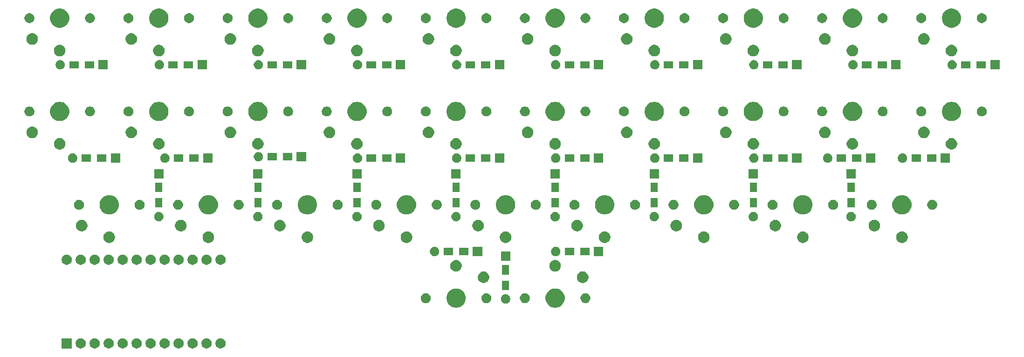
<source format=gbr>
G04 #@! TF.GenerationSoftware,KiCad,Pcbnew,(5.1.4)-1*
G04 #@! TF.CreationDate,2021-07-28T13:43:45-07:00*
G04 #@! TF.ProjectId,pcbtesting,70636274-6573-4746-996e-672e6b696361,rev?*
G04 #@! TF.SameCoordinates,Original*
G04 #@! TF.FileFunction,Soldermask,Top*
G04 #@! TF.FilePolarity,Negative*
%FSLAX46Y46*%
G04 Gerber Fmt 4.6, Leading zero omitted, Abs format (unit mm)*
G04 Created by KiCad (PCBNEW (5.1.4)-1) date 2021-07-28 13:43:45*
%MOMM*%
%LPD*%
G04 APERTURE LIST*
%ADD10C,0.020000*%
G04 APERTURE END LIST*
D10*
G36*
X27090483Y-80848335D02*
G01*
X27259240Y-80918236D01*
X27411118Y-81019718D01*
X27540282Y-81148882D01*
X27641764Y-81300760D01*
X27711665Y-81469517D01*
X27747300Y-81648668D01*
X27747300Y-81831332D01*
X27711665Y-82010483D01*
X27641764Y-82179240D01*
X27540282Y-82331118D01*
X27411118Y-82460282D01*
X27259240Y-82561764D01*
X27090483Y-82631665D01*
X26911332Y-82667300D01*
X26728668Y-82667300D01*
X26549517Y-82631665D01*
X26380760Y-82561764D01*
X26228882Y-82460282D01*
X26099718Y-82331118D01*
X25998236Y-82179240D01*
X25928335Y-82010483D01*
X25892700Y-81831332D01*
X25892700Y-81648668D01*
X25928335Y-81469517D01*
X25998236Y-81300760D01*
X26099718Y-81148882D01*
X26228882Y-81019718D01*
X26380760Y-80918236D01*
X26549517Y-80848335D01*
X26728668Y-80812700D01*
X26911332Y-80812700D01*
X27090483Y-80848335D01*
X27090483Y-80848335D01*
G37*
G36*
X49950483Y-80848335D02*
G01*
X50119240Y-80918236D01*
X50271118Y-81019718D01*
X50400282Y-81148882D01*
X50501764Y-81300760D01*
X50571665Y-81469517D01*
X50607300Y-81648668D01*
X50607300Y-81831332D01*
X50571665Y-82010483D01*
X50501764Y-82179240D01*
X50400282Y-82331118D01*
X50271118Y-82460282D01*
X50119240Y-82561764D01*
X49950483Y-82631665D01*
X49771332Y-82667300D01*
X49588668Y-82667300D01*
X49409517Y-82631665D01*
X49240760Y-82561764D01*
X49088882Y-82460282D01*
X48959718Y-82331118D01*
X48858236Y-82179240D01*
X48788335Y-82010483D01*
X48752700Y-81831332D01*
X48752700Y-81648668D01*
X48788335Y-81469517D01*
X48858236Y-81300760D01*
X48959718Y-81148882D01*
X49088882Y-81019718D01*
X49240760Y-80918236D01*
X49409517Y-80848335D01*
X49588668Y-80812700D01*
X49771332Y-80812700D01*
X49950483Y-80848335D01*
X49950483Y-80848335D01*
G37*
G36*
X25207300Y-82667300D02*
G01*
X23352700Y-82667300D01*
X23352700Y-80812700D01*
X25207300Y-80812700D01*
X25207300Y-82667300D01*
X25207300Y-82667300D01*
G37*
G36*
X29630483Y-80848335D02*
G01*
X29799240Y-80918236D01*
X29951118Y-81019718D01*
X30080282Y-81148882D01*
X30181764Y-81300760D01*
X30251665Y-81469517D01*
X30287300Y-81648668D01*
X30287300Y-81831332D01*
X30251665Y-82010483D01*
X30181764Y-82179240D01*
X30080282Y-82331118D01*
X29951118Y-82460282D01*
X29799240Y-82561764D01*
X29630483Y-82631665D01*
X29451332Y-82667300D01*
X29268668Y-82667300D01*
X29089517Y-82631665D01*
X28920760Y-82561764D01*
X28768882Y-82460282D01*
X28639718Y-82331118D01*
X28538236Y-82179240D01*
X28468335Y-82010483D01*
X28432700Y-81831332D01*
X28432700Y-81648668D01*
X28468335Y-81469517D01*
X28538236Y-81300760D01*
X28639718Y-81148882D01*
X28768882Y-81019718D01*
X28920760Y-80918236D01*
X29089517Y-80848335D01*
X29268668Y-80812700D01*
X29451332Y-80812700D01*
X29630483Y-80848335D01*
X29630483Y-80848335D01*
G37*
G36*
X32170483Y-80848335D02*
G01*
X32339240Y-80918236D01*
X32491118Y-81019718D01*
X32620282Y-81148882D01*
X32721764Y-81300760D01*
X32791665Y-81469517D01*
X32827300Y-81648668D01*
X32827300Y-81831332D01*
X32791665Y-82010483D01*
X32721764Y-82179240D01*
X32620282Y-82331118D01*
X32491118Y-82460282D01*
X32339240Y-82561764D01*
X32170483Y-82631665D01*
X31991332Y-82667300D01*
X31808668Y-82667300D01*
X31629517Y-82631665D01*
X31460760Y-82561764D01*
X31308882Y-82460282D01*
X31179718Y-82331118D01*
X31078236Y-82179240D01*
X31008335Y-82010483D01*
X30972700Y-81831332D01*
X30972700Y-81648668D01*
X31008335Y-81469517D01*
X31078236Y-81300760D01*
X31179718Y-81148882D01*
X31308882Y-81019718D01*
X31460760Y-80918236D01*
X31629517Y-80848335D01*
X31808668Y-80812700D01*
X31991332Y-80812700D01*
X32170483Y-80848335D01*
X32170483Y-80848335D01*
G37*
G36*
X34710483Y-80848335D02*
G01*
X34879240Y-80918236D01*
X35031118Y-81019718D01*
X35160282Y-81148882D01*
X35261764Y-81300760D01*
X35331665Y-81469517D01*
X35367300Y-81648668D01*
X35367300Y-81831332D01*
X35331665Y-82010483D01*
X35261764Y-82179240D01*
X35160282Y-82331118D01*
X35031118Y-82460282D01*
X34879240Y-82561764D01*
X34710483Y-82631665D01*
X34531332Y-82667300D01*
X34348668Y-82667300D01*
X34169517Y-82631665D01*
X34000760Y-82561764D01*
X33848882Y-82460282D01*
X33719718Y-82331118D01*
X33618236Y-82179240D01*
X33548335Y-82010483D01*
X33512700Y-81831332D01*
X33512700Y-81648668D01*
X33548335Y-81469517D01*
X33618236Y-81300760D01*
X33719718Y-81148882D01*
X33848882Y-81019718D01*
X34000760Y-80918236D01*
X34169517Y-80848335D01*
X34348668Y-80812700D01*
X34531332Y-80812700D01*
X34710483Y-80848335D01*
X34710483Y-80848335D01*
G37*
G36*
X37250483Y-80848335D02*
G01*
X37419240Y-80918236D01*
X37571118Y-81019718D01*
X37700282Y-81148882D01*
X37801764Y-81300760D01*
X37871665Y-81469517D01*
X37907300Y-81648668D01*
X37907300Y-81831332D01*
X37871665Y-82010483D01*
X37801764Y-82179240D01*
X37700282Y-82331118D01*
X37571118Y-82460282D01*
X37419240Y-82561764D01*
X37250483Y-82631665D01*
X37071332Y-82667300D01*
X36888668Y-82667300D01*
X36709517Y-82631665D01*
X36540760Y-82561764D01*
X36388882Y-82460282D01*
X36259718Y-82331118D01*
X36158236Y-82179240D01*
X36088335Y-82010483D01*
X36052700Y-81831332D01*
X36052700Y-81648668D01*
X36088335Y-81469517D01*
X36158236Y-81300760D01*
X36259718Y-81148882D01*
X36388882Y-81019718D01*
X36540760Y-80918236D01*
X36709517Y-80848335D01*
X36888668Y-80812700D01*
X37071332Y-80812700D01*
X37250483Y-80848335D01*
X37250483Y-80848335D01*
G37*
G36*
X39790483Y-80848335D02*
G01*
X39959240Y-80918236D01*
X40111118Y-81019718D01*
X40240282Y-81148882D01*
X40341764Y-81300760D01*
X40411665Y-81469517D01*
X40447300Y-81648668D01*
X40447300Y-81831332D01*
X40411665Y-82010483D01*
X40341764Y-82179240D01*
X40240282Y-82331118D01*
X40111118Y-82460282D01*
X39959240Y-82561764D01*
X39790483Y-82631665D01*
X39611332Y-82667300D01*
X39428668Y-82667300D01*
X39249517Y-82631665D01*
X39080760Y-82561764D01*
X38928882Y-82460282D01*
X38799718Y-82331118D01*
X38698236Y-82179240D01*
X38628335Y-82010483D01*
X38592700Y-81831332D01*
X38592700Y-81648668D01*
X38628335Y-81469517D01*
X38698236Y-81300760D01*
X38799718Y-81148882D01*
X38928882Y-81019718D01*
X39080760Y-80918236D01*
X39249517Y-80848335D01*
X39428668Y-80812700D01*
X39611332Y-80812700D01*
X39790483Y-80848335D01*
X39790483Y-80848335D01*
G37*
G36*
X42330483Y-80848335D02*
G01*
X42499240Y-80918236D01*
X42651118Y-81019718D01*
X42780282Y-81148882D01*
X42881764Y-81300760D01*
X42951665Y-81469517D01*
X42987300Y-81648668D01*
X42987300Y-81831332D01*
X42951665Y-82010483D01*
X42881764Y-82179240D01*
X42780282Y-82331118D01*
X42651118Y-82460282D01*
X42499240Y-82561764D01*
X42330483Y-82631665D01*
X42151332Y-82667300D01*
X41968668Y-82667300D01*
X41789517Y-82631665D01*
X41620760Y-82561764D01*
X41468882Y-82460282D01*
X41339718Y-82331118D01*
X41238236Y-82179240D01*
X41168335Y-82010483D01*
X41132700Y-81831332D01*
X41132700Y-81648668D01*
X41168335Y-81469517D01*
X41238236Y-81300760D01*
X41339718Y-81148882D01*
X41468882Y-81019718D01*
X41620760Y-80918236D01*
X41789517Y-80848335D01*
X41968668Y-80812700D01*
X42151332Y-80812700D01*
X42330483Y-80848335D01*
X42330483Y-80848335D01*
G37*
G36*
X44870483Y-80848335D02*
G01*
X45039240Y-80918236D01*
X45191118Y-81019718D01*
X45320282Y-81148882D01*
X45421764Y-81300760D01*
X45491665Y-81469517D01*
X45527300Y-81648668D01*
X45527300Y-81831332D01*
X45491665Y-82010483D01*
X45421764Y-82179240D01*
X45320282Y-82331118D01*
X45191118Y-82460282D01*
X45039240Y-82561764D01*
X44870483Y-82631665D01*
X44691332Y-82667300D01*
X44508668Y-82667300D01*
X44329517Y-82631665D01*
X44160760Y-82561764D01*
X44008882Y-82460282D01*
X43879718Y-82331118D01*
X43778236Y-82179240D01*
X43708335Y-82010483D01*
X43672700Y-81831332D01*
X43672700Y-81648668D01*
X43708335Y-81469517D01*
X43778236Y-81300760D01*
X43879718Y-81148882D01*
X44008882Y-81019718D01*
X44160760Y-80918236D01*
X44329517Y-80848335D01*
X44508668Y-80812700D01*
X44691332Y-80812700D01*
X44870483Y-80848335D01*
X44870483Y-80848335D01*
G37*
G36*
X47410483Y-80848335D02*
G01*
X47579240Y-80918236D01*
X47731118Y-81019718D01*
X47860282Y-81148882D01*
X47961764Y-81300760D01*
X48031665Y-81469517D01*
X48067300Y-81648668D01*
X48067300Y-81831332D01*
X48031665Y-82010483D01*
X47961764Y-82179240D01*
X47860282Y-82331118D01*
X47731118Y-82460282D01*
X47579240Y-82561764D01*
X47410483Y-82631665D01*
X47231332Y-82667300D01*
X47048668Y-82667300D01*
X46869517Y-82631665D01*
X46700760Y-82561764D01*
X46548882Y-82460282D01*
X46419718Y-82331118D01*
X46318236Y-82179240D01*
X46248335Y-82010483D01*
X46212700Y-81831332D01*
X46212700Y-81648668D01*
X46248335Y-81469517D01*
X46318236Y-81300760D01*
X46419718Y-81148882D01*
X46548882Y-81019718D01*
X46700760Y-80918236D01*
X46869517Y-80848335D01*
X47048668Y-80812700D01*
X47231332Y-80812700D01*
X47410483Y-80848335D01*
X47410483Y-80848335D01*
G37*
G36*
X52490483Y-80848335D02*
G01*
X52659240Y-80918236D01*
X52811118Y-81019718D01*
X52940282Y-81148882D01*
X53041764Y-81300760D01*
X53111665Y-81469517D01*
X53147300Y-81648668D01*
X53147300Y-81831332D01*
X53111665Y-82010483D01*
X53041764Y-82179240D01*
X52940282Y-82331118D01*
X52811118Y-82460282D01*
X52659240Y-82561764D01*
X52490483Y-82631665D01*
X52311332Y-82667300D01*
X52128668Y-82667300D01*
X51949517Y-82631665D01*
X51780760Y-82561764D01*
X51628882Y-82460282D01*
X51499718Y-82331118D01*
X51398236Y-82179240D01*
X51328335Y-82010483D01*
X51292700Y-81831332D01*
X51292700Y-81648668D01*
X51328335Y-81469517D01*
X51398236Y-81300760D01*
X51499718Y-81148882D01*
X51628882Y-81019718D01*
X51780760Y-80918236D01*
X51949517Y-80848335D01*
X52128668Y-80812700D01*
X52311332Y-80812700D01*
X52490483Y-80848335D01*
X52490483Y-80848335D01*
G37*
G36*
X113397985Y-71793860D02*
G01*
X113510748Y-71816290D01*
X113642741Y-71870963D01*
X113829408Y-71948283D01*
X114116196Y-72139909D01*
X114360091Y-72383804D01*
X114551717Y-72670592D01*
X114683710Y-72989253D01*
X114751000Y-73327540D01*
X114751000Y-73672460D01*
X114683710Y-74010747D01*
X114551717Y-74329408D01*
X114360091Y-74616196D01*
X114116196Y-74860091D01*
X113829408Y-75051717D01*
X113642741Y-75129037D01*
X113510748Y-75183710D01*
X113397985Y-75206140D01*
X113172460Y-75251000D01*
X112827540Y-75251000D01*
X112602015Y-75206140D01*
X112489252Y-75183710D01*
X112357259Y-75129037D01*
X112170592Y-75051717D01*
X111883804Y-74860091D01*
X111639909Y-74616196D01*
X111448283Y-74329408D01*
X111316290Y-74010747D01*
X111249000Y-73672460D01*
X111249000Y-73327540D01*
X111316290Y-72989253D01*
X111448283Y-72670592D01*
X111639909Y-72383804D01*
X111883804Y-72139909D01*
X112170592Y-71948283D01*
X112357259Y-71870963D01*
X112489252Y-71816290D01*
X112602015Y-71793860D01*
X112827540Y-71749000D01*
X113172460Y-71749000D01*
X113397985Y-71793860D01*
X113397985Y-71793860D01*
G37*
G36*
X95397985Y-71793860D02*
G01*
X95510748Y-71816290D01*
X95642741Y-71870963D01*
X95829408Y-71948283D01*
X96116196Y-72139909D01*
X96360091Y-72383804D01*
X96551717Y-72670592D01*
X96683710Y-72989253D01*
X96751000Y-73327540D01*
X96751000Y-73672460D01*
X96683710Y-74010747D01*
X96551717Y-74329408D01*
X96360091Y-74616196D01*
X96116196Y-74860091D01*
X95829408Y-75051717D01*
X95642741Y-75129037D01*
X95510748Y-75183710D01*
X95397985Y-75206140D01*
X95172460Y-75251000D01*
X94827540Y-75251000D01*
X94602015Y-75206140D01*
X94489252Y-75183710D01*
X94357259Y-75129037D01*
X94170592Y-75051717D01*
X93883804Y-74860091D01*
X93639909Y-74616196D01*
X93448283Y-74329408D01*
X93316290Y-74010747D01*
X93249000Y-73672460D01*
X93249000Y-73327540D01*
X93316290Y-72989253D01*
X93448283Y-72670592D01*
X93639909Y-72383804D01*
X93883804Y-72139909D01*
X94170592Y-71948283D01*
X94357259Y-71870963D01*
X94489252Y-71816290D01*
X94602015Y-71793860D01*
X94827540Y-71749000D01*
X95172460Y-71749000D01*
X95397985Y-71793860D01*
X95397985Y-71793860D01*
G37*
G36*
X104248228Y-72831703D02*
G01*
X104403100Y-72895853D01*
X104542481Y-72988985D01*
X104661015Y-73107519D01*
X104754147Y-73246900D01*
X104818297Y-73401772D01*
X104851000Y-73566184D01*
X104851000Y-73733816D01*
X104818297Y-73898228D01*
X104754147Y-74053100D01*
X104661015Y-74192481D01*
X104542481Y-74311015D01*
X104403100Y-74404147D01*
X104248228Y-74468297D01*
X104083816Y-74501000D01*
X103916184Y-74501000D01*
X103751772Y-74468297D01*
X103596900Y-74404147D01*
X103457519Y-74311015D01*
X103338985Y-74192481D01*
X103245853Y-74053100D01*
X103181703Y-73898228D01*
X103149000Y-73733816D01*
X103149000Y-73566184D01*
X103181703Y-73401772D01*
X103245853Y-73246900D01*
X103338985Y-73107519D01*
X103457519Y-72988985D01*
X103596900Y-72895853D01*
X103751772Y-72831703D01*
X103916184Y-72799000D01*
X104083816Y-72799000D01*
X104248228Y-72831703D01*
X104248228Y-72831703D01*
G37*
G36*
X118613512Y-72603927D02*
G01*
X118762812Y-72633624D01*
X118926784Y-72701544D01*
X119074354Y-72800147D01*
X119199853Y-72925646D01*
X119298456Y-73073216D01*
X119366376Y-73237188D01*
X119401000Y-73411259D01*
X119401000Y-73588741D01*
X119366376Y-73762812D01*
X119298456Y-73926784D01*
X119199853Y-74074354D01*
X119074354Y-74199853D01*
X118926784Y-74298456D01*
X118762812Y-74366376D01*
X118613512Y-74396073D01*
X118588742Y-74401000D01*
X118411258Y-74401000D01*
X118386488Y-74396073D01*
X118237188Y-74366376D01*
X118073216Y-74298456D01*
X117925646Y-74199853D01*
X117800147Y-74074354D01*
X117701544Y-73926784D01*
X117633624Y-73762812D01*
X117599000Y-73588741D01*
X117599000Y-73411259D01*
X117633624Y-73237188D01*
X117701544Y-73073216D01*
X117800147Y-72925646D01*
X117925646Y-72800147D01*
X118073216Y-72701544D01*
X118237188Y-72633624D01*
X118386488Y-72603927D01*
X118411258Y-72599000D01*
X118588742Y-72599000D01*
X118613512Y-72603927D01*
X118613512Y-72603927D01*
G37*
G36*
X107613512Y-72603927D02*
G01*
X107762812Y-72633624D01*
X107926784Y-72701544D01*
X108074354Y-72800147D01*
X108199853Y-72925646D01*
X108298456Y-73073216D01*
X108366376Y-73237188D01*
X108401000Y-73411259D01*
X108401000Y-73588741D01*
X108366376Y-73762812D01*
X108298456Y-73926784D01*
X108199853Y-74074354D01*
X108074354Y-74199853D01*
X107926784Y-74298456D01*
X107762812Y-74366376D01*
X107613512Y-74396073D01*
X107588742Y-74401000D01*
X107411258Y-74401000D01*
X107386488Y-74396073D01*
X107237188Y-74366376D01*
X107073216Y-74298456D01*
X106925646Y-74199853D01*
X106800147Y-74074354D01*
X106701544Y-73926784D01*
X106633624Y-73762812D01*
X106599000Y-73588741D01*
X106599000Y-73411259D01*
X106633624Y-73237188D01*
X106701544Y-73073216D01*
X106800147Y-72925646D01*
X106925646Y-72800147D01*
X107073216Y-72701544D01*
X107237188Y-72633624D01*
X107386488Y-72603927D01*
X107411258Y-72599000D01*
X107588742Y-72599000D01*
X107613512Y-72603927D01*
X107613512Y-72603927D01*
G37*
G36*
X100613512Y-72603927D02*
G01*
X100762812Y-72633624D01*
X100926784Y-72701544D01*
X101074354Y-72800147D01*
X101199853Y-72925646D01*
X101298456Y-73073216D01*
X101366376Y-73237188D01*
X101401000Y-73411259D01*
X101401000Y-73588741D01*
X101366376Y-73762812D01*
X101298456Y-73926784D01*
X101199853Y-74074354D01*
X101074354Y-74199853D01*
X100926784Y-74298456D01*
X100762812Y-74366376D01*
X100613512Y-74396073D01*
X100588742Y-74401000D01*
X100411258Y-74401000D01*
X100386488Y-74396073D01*
X100237188Y-74366376D01*
X100073216Y-74298456D01*
X99925646Y-74199853D01*
X99800147Y-74074354D01*
X99701544Y-73926784D01*
X99633624Y-73762812D01*
X99599000Y-73588741D01*
X99599000Y-73411259D01*
X99633624Y-73237188D01*
X99701544Y-73073216D01*
X99800147Y-72925646D01*
X99925646Y-72800147D01*
X100073216Y-72701544D01*
X100237188Y-72633624D01*
X100386488Y-72603927D01*
X100411258Y-72599000D01*
X100588742Y-72599000D01*
X100613512Y-72603927D01*
X100613512Y-72603927D01*
G37*
G36*
X89613512Y-72603927D02*
G01*
X89762812Y-72633624D01*
X89926784Y-72701544D01*
X90074354Y-72800147D01*
X90199853Y-72925646D01*
X90298456Y-73073216D01*
X90366376Y-73237188D01*
X90401000Y-73411259D01*
X90401000Y-73588741D01*
X90366376Y-73762812D01*
X90298456Y-73926784D01*
X90199853Y-74074354D01*
X90074354Y-74199853D01*
X89926784Y-74298456D01*
X89762812Y-74366376D01*
X89613512Y-74396073D01*
X89588742Y-74401000D01*
X89411258Y-74401000D01*
X89386488Y-74396073D01*
X89237188Y-74366376D01*
X89073216Y-74298456D01*
X88925646Y-74199853D01*
X88800147Y-74074354D01*
X88701544Y-73926784D01*
X88633624Y-73762812D01*
X88599000Y-73588741D01*
X88599000Y-73411259D01*
X88633624Y-73237188D01*
X88701544Y-73073216D01*
X88800147Y-72925646D01*
X88925646Y-72800147D01*
X89073216Y-72701544D01*
X89237188Y-72633624D01*
X89386488Y-72603927D01*
X89411258Y-72599000D01*
X89588742Y-72599000D01*
X89613512Y-72603927D01*
X89613512Y-72603927D01*
G37*
G36*
X104651000Y-72001000D02*
G01*
X103349000Y-72001000D01*
X103349000Y-70299000D01*
X104651000Y-70299000D01*
X104651000Y-72001000D01*
X104651000Y-72001000D01*
G37*
G36*
X118306564Y-68689389D02*
G01*
X118497833Y-68768615D01*
X118497835Y-68768616D01*
X118669973Y-68883635D01*
X118816365Y-69030027D01*
X118930606Y-69201000D01*
X118931385Y-69202167D01*
X119010611Y-69393436D01*
X119051000Y-69596484D01*
X119051000Y-69803516D01*
X119010611Y-70006564D01*
X118931385Y-70197833D01*
X118931384Y-70197835D01*
X118816365Y-70369973D01*
X118669973Y-70516365D01*
X118497835Y-70631384D01*
X118497834Y-70631385D01*
X118497833Y-70631385D01*
X118306564Y-70710611D01*
X118103516Y-70751000D01*
X117896484Y-70751000D01*
X117693436Y-70710611D01*
X117502167Y-70631385D01*
X117502166Y-70631385D01*
X117502165Y-70631384D01*
X117330027Y-70516365D01*
X117183635Y-70369973D01*
X117068616Y-70197835D01*
X117068615Y-70197833D01*
X116989389Y-70006564D01*
X116949000Y-69803516D01*
X116949000Y-69596484D01*
X116989389Y-69393436D01*
X117068615Y-69202167D01*
X117069395Y-69201000D01*
X117183635Y-69030027D01*
X117330027Y-68883635D01*
X117502165Y-68768616D01*
X117502167Y-68768615D01*
X117693436Y-68689389D01*
X117896484Y-68649000D01*
X118103516Y-68649000D01*
X118306564Y-68689389D01*
X118306564Y-68689389D01*
G37*
G36*
X100306564Y-68689389D02*
G01*
X100497833Y-68768615D01*
X100497835Y-68768616D01*
X100669973Y-68883635D01*
X100816365Y-69030027D01*
X100930606Y-69201000D01*
X100931385Y-69202167D01*
X101010611Y-69393436D01*
X101051000Y-69596484D01*
X101051000Y-69803516D01*
X101010611Y-70006564D01*
X100931385Y-70197833D01*
X100931384Y-70197835D01*
X100816365Y-70369973D01*
X100669973Y-70516365D01*
X100497835Y-70631384D01*
X100497834Y-70631385D01*
X100497833Y-70631385D01*
X100306564Y-70710611D01*
X100103516Y-70751000D01*
X99896484Y-70751000D01*
X99693436Y-70710611D01*
X99502167Y-70631385D01*
X99502166Y-70631385D01*
X99502165Y-70631384D01*
X99330027Y-70516365D01*
X99183635Y-70369973D01*
X99068616Y-70197835D01*
X99068615Y-70197833D01*
X98989389Y-70006564D01*
X98949000Y-69803516D01*
X98949000Y-69596484D01*
X98989389Y-69393436D01*
X99068615Y-69202167D01*
X99069395Y-69201000D01*
X99183635Y-69030027D01*
X99330027Y-68883635D01*
X99502165Y-68768616D01*
X99502167Y-68768615D01*
X99693436Y-68689389D01*
X99896484Y-68649000D01*
X100103516Y-68649000D01*
X100306564Y-68689389D01*
X100306564Y-68689389D01*
G37*
G36*
X104651000Y-69201000D02*
G01*
X103349000Y-69201000D01*
X103349000Y-67499000D01*
X104651000Y-67499000D01*
X104651000Y-69201000D01*
X104651000Y-69201000D01*
G37*
G36*
X95306564Y-66589389D02*
G01*
X95497833Y-66668615D01*
X95497835Y-66668616D01*
X95669973Y-66783635D01*
X95816365Y-66930027D01*
X95924003Y-67091118D01*
X95931385Y-67102167D01*
X96010611Y-67293436D01*
X96051000Y-67496484D01*
X96051000Y-67703516D01*
X96010611Y-67906564D01*
X95931385Y-68097833D01*
X95931384Y-68097835D01*
X95816365Y-68269973D01*
X95669973Y-68416365D01*
X95497835Y-68531384D01*
X95497834Y-68531385D01*
X95497833Y-68531385D01*
X95306564Y-68610611D01*
X95103516Y-68651000D01*
X94896484Y-68651000D01*
X94693436Y-68610611D01*
X94502167Y-68531385D01*
X94502166Y-68531385D01*
X94502165Y-68531384D01*
X94330027Y-68416365D01*
X94183635Y-68269973D01*
X94068616Y-68097835D01*
X94068615Y-68097833D01*
X93989389Y-67906564D01*
X93949000Y-67703516D01*
X93949000Y-67496484D01*
X93989389Y-67293436D01*
X94068615Y-67102167D01*
X94075998Y-67091118D01*
X94183635Y-66930027D01*
X94330027Y-66783635D01*
X94502165Y-66668616D01*
X94502167Y-66668615D01*
X94693436Y-66589389D01*
X94896484Y-66549000D01*
X95103516Y-66549000D01*
X95306564Y-66589389D01*
X95306564Y-66589389D01*
G37*
G36*
X113306564Y-66589389D02*
G01*
X113497833Y-66668615D01*
X113497835Y-66668616D01*
X113669973Y-66783635D01*
X113816365Y-66930027D01*
X113924003Y-67091118D01*
X113931385Y-67102167D01*
X114010611Y-67293436D01*
X114051000Y-67496484D01*
X114051000Y-67703516D01*
X114010611Y-67906564D01*
X113931385Y-68097833D01*
X113931384Y-68097835D01*
X113816365Y-68269973D01*
X113669973Y-68416365D01*
X113497835Y-68531384D01*
X113497834Y-68531385D01*
X113497833Y-68531385D01*
X113306564Y-68610611D01*
X113103516Y-68651000D01*
X112896484Y-68651000D01*
X112693436Y-68610611D01*
X112502167Y-68531385D01*
X112502166Y-68531385D01*
X112502165Y-68531384D01*
X112330027Y-68416365D01*
X112183635Y-68269973D01*
X112068616Y-68097835D01*
X112068615Y-68097833D01*
X111989389Y-67906564D01*
X111949000Y-67703516D01*
X111949000Y-67496484D01*
X111989389Y-67293436D01*
X112068615Y-67102167D01*
X112075998Y-67091118D01*
X112183635Y-66930027D01*
X112330027Y-66783635D01*
X112502165Y-66668616D01*
X112502167Y-66668615D01*
X112693436Y-66589389D01*
X112896484Y-66549000D01*
X113103516Y-66549000D01*
X113306564Y-66589389D01*
X113306564Y-66589389D01*
G37*
G36*
X42330483Y-65608335D02*
G01*
X42499240Y-65678236D01*
X42651118Y-65779718D01*
X42780282Y-65908882D01*
X42881764Y-66060760D01*
X42951665Y-66229517D01*
X42987300Y-66408668D01*
X42987300Y-66591332D01*
X42951665Y-66770483D01*
X42881764Y-66939240D01*
X42780282Y-67091118D01*
X42651118Y-67220282D01*
X42499240Y-67321764D01*
X42330483Y-67391665D01*
X42151332Y-67427300D01*
X41968668Y-67427300D01*
X41789517Y-67391665D01*
X41620760Y-67321764D01*
X41468882Y-67220282D01*
X41339718Y-67091118D01*
X41238236Y-66939240D01*
X41168335Y-66770483D01*
X41132700Y-66591332D01*
X41132700Y-66408668D01*
X41168335Y-66229517D01*
X41238236Y-66060760D01*
X41339718Y-65908882D01*
X41468882Y-65779718D01*
X41620760Y-65678236D01*
X41789517Y-65608335D01*
X41968668Y-65572700D01*
X42151332Y-65572700D01*
X42330483Y-65608335D01*
X42330483Y-65608335D01*
G37*
G36*
X24550483Y-65608335D02*
G01*
X24719240Y-65678236D01*
X24871118Y-65779718D01*
X25000282Y-65908882D01*
X25101764Y-66060760D01*
X25171665Y-66229517D01*
X25207300Y-66408668D01*
X25207300Y-66591332D01*
X25171665Y-66770483D01*
X25101764Y-66939240D01*
X25000282Y-67091118D01*
X24871118Y-67220282D01*
X24719240Y-67321764D01*
X24550483Y-67391665D01*
X24371332Y-67427300D01*
X24188668Y-67427300D01*
X24009517Y-67391665D01*
X23840760Y-67321764D01*
X23688882Y-67220282D01*
X23559718Y-67091118D01*
X23458236Y-66939240D01*
X23388335Y-66770483D01*
X23352700Y-66591332D01*
X23352700Y-66408668D01*
X23388335Y-66229517D01*
X23458236Y-66060760D01*
X23559718Y-65908882D01*
X23688882Y-65779718D01*
X23840760Y-65678236D01*
X24009517Y-65608335D01*
X24188668Y-65572700D01*
X24371332Y-65572700D01*
X24550483Y-65608335D01*
X24550483Y-65608335D01*
G37*
G36*
X27090483Y-65608335D02*
G01*
X27259240Y-65678236D01*
X27411118Y-65779718D01*
X27540282Y-65908882D01*
X27641764Y-66060760D01*
X27711665Y-66229517D01*
X27747300Y-66408668D01*
X27747300Y-66591332D01*
X27711665Y-66770483D01*
X27641764Y-66939240D01*
X27540282Y-67091118D01*
X27411118Y-67220282D01*
X27259240Y-67321764D01*
X27090483Y-67391665D01*
X26911332Y-67427300D01*
X26728668Y-67427300D01*
X26549517Y-67391665D01*
X26380760Y-67321764D01*
X26228882Y-67220282D01*
X26099718Y-67091118D01*
X25998236Y-66939240D01*
X25928335Y-66770483D01*
X25892700Y-66591332D01*
X25892700Y-66408668D01*
X25928335Y-66229517D01*
X25998236Y-66060760D01*
X26099718Y-65908882D01*
X26228882Y-65779718D01*
X26380760Y-65678236D01*
X26549517Y-65608335D01*
X26728668Y-65572700D01*
X26911332Y-65572700D01*
X27090483Y-65608335D01*
X27090483Y-65608335D01*
G37*
G36*
X29630483Y-65608335D02*
G01*
X29799240Y-65678236D01*
X29951118Y-65779718D01*
X30080282Y-65908882D01*
X30181764Y-66060760D01*
X30251665Y-66229517D01*
X30287300Y-66408668D01*
X30287300Y-66591332D01*
X30251665Y-66770483D01*
X30181764Y-66939240D01*
X30080282Y-67091118D01*
X29951118Y-67220282D01*
X29799240Y-67321764D01*
X29630483Y-67391665D01*
X29451332Y-67427300D01*
X29268668Y-67427300D01*
X29089517Y-67391665D01*
X28920760Y-67321764D01*
X28768882Y-67220282D01*
X28639718Y-67091118D01*
X28538236Y-66939240D01*
X28468335Y-66770483D01*
X28432700Y-66591332D01*
X28432700Y-66408668D01*
X28468335Y-66229517D01*
X28538236Y-66060760D01*
X28639718Y-65908882D01*
X28768882Y-65779718D01*
X28920760Y-65678236D01*
X29089517Y-65608335D01*
X29268668Y-65572700D01*
X29451332Y-65572700D01*
X29630483Y-65608335D01*
X29630483Y-65608335D01*
G37*
G36*
X32170483Y-65608335D02*
G01*
X32339240Y-65678236D01*
X32491118Y-65779718D01*
X32620282Y-65908882D01*
X32721764Y-66060760D01*
X32791665Y-66229517D01*
X32827300Y-66408668D01*
X32827300Y-66591332D01*
X32791665Y-66770483D01*
X32721764Y-66939240D01*
X32620282Y-67091118D01*
X32491118Y-67220282D01*
X32339240Y-67321764D01*
X32170483Y-67391665D01*
X31991332Y-67427300D01*
X31808668Y-67427300D01*
X31629517Y-67391665D01*
X31460760Y-67321764D01*
X31308882Y-67220282D01*
X31179718Y-67091118D01*
X31078236Y-66939240D01*
X31008335Y-66770483D01*
X30972700Y-66591332D01*
X30972700Y-66408668D01*
X31008335Y-66229517D01*
X31078236Y-66060760D01*
X31179718Y-65908882D01*
X31308882Y-65779718D01*
X31460760Y-65678236D01*
X31629517Y-65608335D01*
X31808668Y-65572700D01*
X31991332Y-65572700D01*
X32170483Y-65608335D01*
X32170483Y-65608335D01*
G37*
G36*
X34710483Y-65608335D02*
G01*
X34879240Y-65678236D01*
X35031118Y-65779718D01*
X35160282Y-65908882D01*
X35261764Y-66060760D01*
X35331665Y-66229517D01*
X35367300Y-66408668D01*
X35367300Y-66591332D01*
X35331665Y-66770483D01*
X35261764Y-66939240D01*
X35160282Y-67091118D01*
X35031118Y-67220282D01*
X34879240Y-67321764D01*
X34710483Y-67391665D01*
X34531332Y-67427300D01*
X34348668Y-67427300D01*
X34169517Y-67391665D01*
X34000760Y-67321764D01*
X33848882Y-67220282D01*
X33719718Y-67091118D01*
X33618236Y-66939240D01*
X33548335Y-66770483D01*
X33512700Y-66591332D01*
X33512700Y-66408668D01*
X33548335Y-66229517D01*
X33618236Y-66060760D01*
X33719718Y-65908882D01*
X33848882Y-65779718D01*
X34000760Y-65678236D01*
X34169517Y-65608335D01*
X34348668Y-65572700D01*
X34531332Y-65572700D01*
X34710483Y-65608335D01*
X34710483Y-65608335D01*
G37*
G36*
X39790483Y-65608335D02*
G01*
X39959240Y-65678236D01*
X40111118Y-65779718D01*
X40240282Y-65908882D01*
X40341764Y-66060760D01*
X40411665Y-66229517D01*
X40447300Y-66408668D01*
X40447300Y-66591332D01*
X40411665Y-66770483D01*
X40341764Y-66939240D01*
X40240282Y-67091118D01*
X40111118Y-67220282D01*
X39959240Y-67321764D01*
X39790483Y-67391665D01*
X39611332Y-67427300D01*
X39428668Y-67427300D01*
X39249517Y-67391665D01*
X39080760Y-67321764D01*
X38928882Y-67220282D01*
X38799718Y-67091118D01*
X38698236Y-66939240D01*
X38628335Y-66770483D01*
X38592700Y-66591332D01*
X38592700Y-66408668D01*
X38628335Y-66229517D01*
X38698236Y-66060760D01*
X38799718Y-65908882D01*
X38928882Y-65779718D01*
X39080760Y-65678236D01*
X39249517Y-65608335D01*
X39428668Y-65572700D01*
X39611332Y-65572700D01*
X39790483Y-65608335D01*
X39790483Y-65608335D01*
G37*
G36*
X37250483Y-65608335D02*
G01*
X37419240Y-65678236D01*
X37571118Y-65779718D01*
X37700282Y-65908882D01*
X37801764Y-66060760D01*
X37871665Y-66229517D01*
X37907300Y-66408668D01*
X37907300Y-66591332D01*
X37871665Y-66770483D01*
X37801764Y-66939240D01*
X37700282Y-67091118D01*
X37571118Y-67220282D01*
X37419240Y-67321764D01*
X37250483Y-67391665D01*
X37071332Y-67427300D01*
X36888668Y-67427300D01*
X36709517Y-67391665D01*
X36540760Y-67321764D01*
X36388882Y-67220282D01*
X36259718Y-67091118D01*
X36158236Y-66939240D01*
X36088335Y-66770483D01*
X36052700Y-66591332D01*
X36052700Y-66408668D01*
X36088335Y-66229517D01*
X36158236Y-66060760D01*
X36259718Y-65908882D01*
X36388882Y-65779718D01*
X36540760Y-65678236D01*
X36709517Y-65608335D01*
X36888668Y-65572700D01*
X37071332Y-65572700D01*
X37250483Y-65608335D01*
X37250483Y-65608335D01*
G37*
G36*
X52490483Y-65608335D02*
G01*
X52659240Y-65678236D01*
X52811118Y-65779718D01*
X52940282Y-65908882D01*
X53041764Y-66060760D01*
X53111665Y-66229517D01*
X53147300Y-66408668D01*
X53147300Y-66591332D01*
X53111665Y-66770483D01*
X53041764Y-66939240D01*
X52940282Y-67091118D01*
X52811118Y-67220282D01*
X52659240Y-67321764D01*
X52490483Y-67391665D01*
X52311332Y-67427300D01*
X52128668Y-67427300D01*
X51949517Y-67391665D01*
X51780760Y-67321764D01*
X51628882Y-67220282D01*
X51499718Y-67091118D01*
X51398236Y-66939240D01*
X51328335Y-66770483D01*
X51292700Y-66591332D01*
X51292700Y-66408668D01*
X51328335Y-66229517D01*
X51398236Y-66060760D01*
X51499718Y-65908882D01*
X51628882Y-65779718D01*
X51780760Y-65678236D01*
X51949517Y-65608335D01*
X52128668Y-65572700D01*
X52311332Y-65572700D01*
X52490483Y-65608335D01*
X52490483Y-65608335D01*
G37*
G36*
X49950483Y-65608335D02*
G01*
X50119240Y-65678236D01*
X50271118Y-65779718D01*
X50400282Y-65908882D01*
X50501764Y-66060760D01*
X50571665Y-66229517D01*
X50607300Y-66408668D01*
X50607300Y-66591332D01*
X50571665Y-66770483D01*
X50501764Y-66939240D01*
X50400282Y-67091118D01*
X50271118Y-67220282D01*
X50119240Y-67321764D01*
X49950483Y-67391665D01*
X49771332Y-67427300D01*
X49588668Y-67427300D01*
X49409517Y-67391665D01*
X49240760Y-67321764D01*
X49088882Y-67220282D01*
X48959718Y-67091118D01*
X48858236Y-66939240D01*
X48788335Y-66770483D01*
X48752700Y-66591332D01*
X48752700Y-66408668D01*
X48788335Y-66229517D01*
X48858236Y-66060760D01*
X48959718Y-65908882D01*
X49088882Y-65779718D01*
X49240760Y-65678236D01*
X49409517Y-65608335D01*
X49588668Y-65572700D01*
X49771332Y-65572700D01*
X49950483Y-65608335D01*
X49950483Y-65608335D01*
G37*
G36*
X47410483Y-65608335D02*
G01*
X47579240Y-65678236D01*
X47731118Y-65779718D01*
X47860282Y-65908882D01*
X47961764Y-66060760D01*
X48031665Y-66229517D01*
X48067300Y-66408668D01*
X48067300Y-66591332D01*
X48031665Y-66770483D01*
X47961764Y-66939240D01*
X47860282Y-67091118D01*
X47731118Y-67220282D01*
X47579240Y-67321764D01*
X47410483Y-67391665D01*
X47231332Y-67427300D01*
X47048668Y-67427300D01*
X46869517Y-67391665D01*
X46700760Y-67321764D01*
X46548882Y-67220282D01*
X46419718Y-67091118D01*
X46318236Y-66939240D01*
X46248335Y-66770483D01*
X46212700Y-66591332D01*
X46212700Y-66408668D01*
X46248335Y-66229517D01*
X46318236Y-66060760D01*
X46419718Y-65908882D01*
X46548882Y-65779718D01*
X46700760Y-65678236D01*
X46869517Y-65608335D01*
X47048668Y-65572700D01*
X47231332Y-65572700D01*
X47410483Y-65608335D01*
X47410483Y-65608335D01*
G37*
G36*
X44870483Y-65608335D02*
G01*
X45039240Y-65678236D01*
X45191118Y-65779718D01*
X45320282Y-65908882D01*
X45421764Y-66060760D01*
X45491665Y-66229517D01*
X45527300Y-66408668D01*
X45527300Y-66591332D01*
X45491665Y-66770483D01*
X45421764Y-66939240D01*
X45320282Y-67091118D01*
X45191118Y-67220282D01*
X45039240Y-67321764D01*
X44870483Y-67391665D01*
X44691332Y-67427300D01*
X44508668Y-67427300D01*
X44329517Y-67391665D01*
X44160760Y-67321764D01*
X44008882Y-67220282D01*
X43879718Y-67091118D01*
X43778236Y-66939240D01*
X43708335Y-66770483D01*
X43672700Y-66591332D01*
X43672700Y-66408668D01*
X43708335Y-66229517D01*
X43778236Y-66060760D01*
X43879718Y-65908882D01*
X44008882Y-65779718D01*
X44160760Y-65678236D01*
X44329517Y-65608335D01*
X44508668Y-65572700D01*
X44691332Y-65572700D01*
X44870483Y-65608335D01*
X44870483Y-65608335D01*
G37*
G36*
X104851000Y-66701000D02*
G01*
X103149000Y-66701000D01*
X103149000Y-64999000D01*
X104851000Y-64999000D01*
X104851000Y-66701000D01*
X104851000Y-66701000D01*
G37*
G36*
X91348228Y-64181703D02*
G01*
X91503100Y-64245853D01*
X91642481Y-64338985D01*
X91761015Y-64457519D01*
X91854147Y-64596900D01*
X91918297Y-64751772D01*
X91951000Y-64916184D01*
X91951000Y-65083816D01*
X91918297Y-65248228D01*
X91854147Y-65403100D01*
X91761015Y-65542481D01*
X91642481Y-65661015D01*
X91503100Y-65754147D01*
X91348228Y-65818297D01*
X91183816Y-65851000D01*
X91016184Y-65851000D01*
X90851772Y-65818297D01*
X90696900Y-65754147D01*
X90557519Y-65661015D01*
X90438985Y-65542481D01*
X90345853Y-65403100D01*
X90281703Y-65248228D01*
X90249000Y-65083816D01*
X90249000Y-64916184D01*
X90281703Y-64751772D01*
X90345853Y-64596900D01*
X90438985Y-64457519D01*
X90557519Y-64338985D01*
X90696900Y-64245853D01*
X90851772Y-64181703D01*
X91016184Y-64149000D01*
X91183816Y-64149000D01*
X91348228Y-64181703D01*
X91348228Y-64181703D01*
G37*
G36*
X99751000Y-65851000D02*
G01*
X98049000Y-65851000D01*
X98049000Y-64149000D01*
X99751000Y-64149000D01*
X99751000Y-65851000D01*
X99751000Y-65851000D01*
G37*
G36*
X121751000Y-65851000D02*
G01*
X120049000Y-65851000D01*
X120049000Y-64149000D01*
X121751000Y-64149000D01*
X121751000Y-65851000D01*
X121751000Y-65851000D01*
G37*
G36*
X113348228Y-64181703D02*
G01*
X113503100Y-64245853D01*
X113642481Y-64338985D01*
X113761015Y-64457519D01*
X113854147Y-64596900D01*
X113918297Y-64751772D01*
X113951000Y-64916184D01*
X113951000Y-65083816D01*
X113918297Y-65248228D01*
X113854147Y-65403100D01*
X113761015Y-65542481D01*
X113642481Y-65661015D01*
X113503100Y-65754147D01*
X113348228Y-65818297D01*
X113183816Y-65851000D01*
X113016184Y-65851000D01*
X112851772Y-65818297D01*
X112696900Y-65754147D01*
X112557519Y-65661015D01*
X112438985Y-65542481D01*
X112345853Y-65403100D01*
X112281703Y-65248228D01*
X112249000Y-65083816D01*
X112249000Y-64916184D01*
X112281703Y-64751772D01*
X112345853Y-64596900D01*
X112438985Y-64457519D01*
X112557519Y-64338985D01*
X112696900Y-64245853D01*
X112851772Y-64181703D01*
X113016184Y-64149000D01*
X113183816Y-64149000D01*
X113348228Y-64181703D01*
X113348228Y-64181703D01*
G37*
G36*
X119251000Y-65651000D02*
G01*
X117549000Y-65651000D01*
X117549000Y-64349000D01*
X119251000Y-64349000D01*
X119251000Y-65651000D01*
X119251000Y-65651000D01*
G37*
G36*
X97251000Y-65651000D02*
G01*
X95549000Y-65651000D01*
X95549000Y-64349000D01*
X97251000Y-64349000D01*
X97251000Y-65651000D01*
X97251000Y-65651000D01*
G37*
G36*
X94451000Y-65651000D02*
G01*
X92749000Y-65651000D01*
X92749000Y-64349000D01*
X94451000Y-64349000D01*
X94451000Y-65651000D01*
X94451000Y-65651000D01*
G37*
G36*
X116451000Y-65651000D02*
G01*
X114749000Y-65651000D01*
X114749000Y-64349000D01*
X116451000Y-64349000D01*
X116451000Y-65651000D01*
X116451000Y-65651000D01*
G37*
G36*
X140306564Y-61389389D02*
G01*
X140497833Y-61468615D01*
X140497835Y-61468616D01*
X140669973Y-61583635D01*
X140816365Y-61730027D01*
X140931385Y-61902167D01*
X141010611Y-62093436D01*
X141051000Y-62296484D01*
X141051000Y-62503516D01*
X141010611Y-62706564D01*
X140931385Y-62897833D01*
X140931384Y-62897835D01*
X140816365Y-63069973D01*
X140669973Y-63216365D01*
X140497835Y-63331384D01*
X140497834Y-63331385D01*
X140497833Y-63331385D01*
X140306564Y-63410611D01*
X140103516Y-63451000D01*
X139896484Y-63451000D01*
X139693436Y-63410611D01*
X139502167Y-63331385D01*
X139502166Y-63331385D01*
X139502165Y-63331384D01*
X139330027Y-63216365D01*
X139183635Y-63069973D01*
X139068616Y-62897835D01*
X139068615Y-62897833D01*
X138989389Y-62706564D01*
X138949000Y-62503516D01*
X138949000Y-62296484D01*
X138989389Y-62093436D01*
X139068615Y-61902167D01*
X139183635Y-61730027D01*
X139330027Y-61583635D01*
X139502165Y-61468616D01*
X139502167Y-61468615D01*
X139693436Y-61389389D01*
X139896484Y-61349000D01*
X140103516Y-61349000D01*
X140306564Y-61389389D01*
X140306564Y-61389389D01*
G37*
G36*
X32306564Y-61389389D02*
G01*
X32497833Y-61468615D01*
X32497835Y-61468616D01*
X32669973Y-61583635D01*
X32816365Y-61730027D01*
X32931385Y-61902167D01*
X33010611Y-62093436D01*
X33051000Y-62296484D01*
X33051000Y-62503516D01*
X33010611Y-62706564D01*
X32931385Y-62897833D01*
X32931384Y-62897835D01*
X32816365Y-63069973D01*
X32669973Y-63216365D01*
X32497835Y-63331384D01*
X32497834Y-63331385D01*
X32497833Y-63331385D01*
X32306564Y-63410611D01*
X32103516Y-63451000D01*
X31896484Y-63451000D01*
X31693436Y-63410611D01*
X31502167Y-63331385D01*
X31502166Y-63331385D01*
X31502165Y-63331384D01*
X31330027Y-63216365D01*
X31183635Y-63069973D01*
X31068616Y-62897835D01*
X31068615Y-62897833D01*
X30989389Y-62706564D01*
X30949000Y-62503516D01*
X30949000Y-62296484D01*
X30989389Y-62093436D01*
X31068615Y-61902167D01*
X31183635Y-61730027D01*
X31330027Y-61583635D01*
X31502165Y-61468616D01*
X31502167Y-61468615D01*
X31693436Y-61389389D01*
X31896484Y-61349000D01*
X32103516Y-61349000D01*
X32306564Y-61389389D01*
X32306564Y-61389389D01*
G37*
G36*
X86306564Y-61389389D02*
G01*
X86497833Y-61468615D01*
X86497835Y-61468616D01*
X86669973Y-61583635D01*
X86816365Y-61730027D01*
X86931385Y-61902167D01*
X87010611Y-62093436D01*
X87051000Y-62296484D01*
X87051000Y-62503516D01*
X87010611Y-62706564D01*
X86931385Y-62897833D01*
X86931384Y-62897835D01*
X86816365Y-63069973D01*
X86669973Y-63216365D01*
X86497835Y-63331384D01*
X86497834Y-63331385D01*
X86497833Y-63331385D01*
X86306564Y-63410611D01*
X86103516Y-63451000D01*
X85896484Y-63451000D01*
X85693436Y-63410611D01*
X85502167Y-63331385D01*
X85502166Y-63331385D01*
X85502165Y-63331384D01*
X85330027Y-63216365D01*
X85183635Y-63069973D01*
X85068616Y-62897835D01*
X85068615Y-62897833D01*
X84989389Y-62706564D01*
X84949000Y-62503516D01*
X84949000Y-62296484D01*
X84989389Y-62093436D01*
X85068615Y-61902167D01*
X85183635Y-61730027D01*
X85330027Y-61583635D01*
X85502165Y-61468616D01*
X85502167Y-61468615D01*
X85693436Y-61389389D01*
X85896484Y-61349000D01*
X86103516Y-61349000D01*
X86306564Y-61389389D01*
X86306564Y-61389389D01*
G37*
G36*
X104306564Y-61389389D02*
G01*
X104497833Y-61468615D01*
X104497835Y-61468616D01*
X104669973Y-61583635D01*
X104816365Y-61730027D01*
X104931385Y-61902167D01*
X105010611Y-62093436D01*
X105051000Y-62296484D01*
X105051000Y-62503516D01*
X105010611Y-62706564D01*
X104931385Y-62897833D01*
X104931384Y-62897835D01*
X104816365Y-63069973D01*
X104669973Y-63216365D01*
X104497835Y-63331384D01*
X104497834Y-63331385D01*
X104497833Y-63331385D01*
X104306564Y-63410611D01*
X104103516Y-63451000D01*
X103896484Y-63451000D01*
X103693436Y-63410611D01*
X103502167Y-63331385D01*
X103502166Y-63331385D01*
X103502165Y-63331384D01*
X103330027Y-63216365D01*
X103183635Y-63069973D01*
X103068616Y-62897835D01*
X103068615Y-62897833D01*
X102989389Y-62706564D01*
X102949000Y-62503516D01*
X102949000Y-62296484D01*
X102989389Y-62093436D01*
X103068615Y-61902167D01*
X103183635Y-61730027D01*
X103330027Y-61583635D01*
X103502165Y-61468616D01*
X103502167Y-61468615D01*
X103693436Y-61389389D01*
X103896484Y-61349000D01*
X104103516Y-61349000D01*
X104306564Y-61389389D01*
X104306564Y-61389389D01*
G37*
G36*
X122306564Y-61389389D02*
G01*
X122497833Y-61468615D01*
X122497835Y-61468616D01*
X122669973Y-61583635D01*
X122816365Y-61730027D01*
X122931385Y-61902167D01*
X123010611Y-62093436D01*
X123051000Y-62296484D01*
X123051000Y-62503516D01*
X123010611Y-62706564D01*
X122931385Y-62897833D01*
X122931384Y-62897835D01*
X122816365Y-63069973D01*
X122669973Y-63216365D01*
X122497835Y-63331384D01*
X122497834Y-63331385D01*
X122497833Y-63331385D01*
X122306564Y-63410611D01*
X122103516Y-63451000D01*
X121896484Y-63451000D01*
X121693436Y-63410611D01*
X121502167Y-63331385D01*
X121502166Y-63331385D01*
X121502165Y-63331384D01*
X121330027Y-63216365D01*
X121183635Y-63069973D01*
X121068616Y-62897835D01*
X121068615Y-62897833D01*
X120989389Y-62706564D01*
X120949000Y-62503516D01*
X120949000Y-62296484D01*
X120989389Y-62093436D01*
X121068615Y-61902167D01*
X121183635Y-61730027D01*
X121330027Y-61583635D01*
X121502165Y-61468616D01*
X121502167Y-61468615D01*
X121693436Y-61389389D01*
X121896484Y-61349000D01*
X122103516Y-61349000D01*
X122306564Y-61389389D01*
X122306564Y-61389389D01*
G37*
G36*
X158306564Y-61389389D02*
G01*
X158497833Y-61468615D01*
X158497835Y-61468616D01*
X158669973Y-61583635D01*
X158816365Y-61730027D01*
X158931385Y-61902167D01*
X159010611Y-62093436D01*
X159051000Y-62296484D01*
X159051000Y-62503516D01*
X159010611Y-62706564D01*
X158931385Y-62897833D01*
X158931384Y-62897835D01*
X158816365Y-63069973D01*
X158669973Y-63216365D01*
X158497835Y-63331384D01*
X158497834Y-63331385D01*
X158497833Y-63331385D01*
X158306564Y-63410611D01*
X158103516Y-63451000D01*
X157896484Y-63451000D01*
X157693436Y-63410611D01*
X157502167Y-63331385D01*
X157502166Y-63331385D01*
X157502165Y-63331384D01*
X157330027Y-63216365D01*
X157183635Y-63069973D01*
X157068616Y-62897835D01*
X157068615Y-62897833D01*
X156989389Y-62706564D01*
X156949000Y-62503516D01*
X156949000Y-62296484D01*
X156989389Y-62093436D01*
X157068615Y-61902167D01*
X157183635Y-61730027D01*
X157330027Y-61583635D01*
X157502165Y-61468616D01*
X157502167Y-61468615D01*
X157693436Y-61389389D01*
X157896484Y-61349000D01*
X158103516Y-61349000D01*
X158306564Y-61389389D01*
X158306564Y-61389389D01*
G37*
G36*
X68306564Y-61389389D02*
G01*
X68497833Y-61468615D01*
X68497835Y-61468616D01*
X68669973Y-61583635D01*
X68816365Y-61730027D01*
X68931385Y-61902167D01*
X69010611Y-62093436D01*
X69051000Y-62296484D01*
X69051000Y-62503516D01*
X69010611Y-62706564D01*
X68931385Y-62897833D01*
X68931384Y-62897835D01*
X68816365Y-63069973D01*
X68669973Y-63216365D01*
X68497835Y-63331384D01*
X68497834Y-63331385D01*
X68497833Y-63331385D01*
X68306564Y-63410611D01*
X68103516Y-63451000D01*
X67896484Y-63451000D01*
X67693436Y-63410611D01*
X67502167Y-63331385D01*
X67502166Y-63331385D01*
X67502165Y-63331384D01*
X67330027Y-63216365D01*
X67183635Y-63069973D01*
X67068616Y-62897835D01*
X67068615Y-62897833D01*
X66989389Y-62706564D01*
X66949000Y-62503516D01*
X66949000Y-62296484D01*
X66989389Y-62093436D01*
X67068615Y-61902167D01*
X67183635Y-61730027D01*
X67330027Y-61583635D01*
X67502165Y-61468616D01*
X67502167Y-61468615D01*
X67693436Y-61389389D01*
X67896484Y-61349000D01*
X68103516Y-61349000D01*
X68306564Y-61389389D01*
X68306564Y-61389389D01*
G37*
G36*
X176306564Y-61389389D02*
G01*
X176497833Y-61468615D01*
X176497835Y-61468616D01*
X176669973Y-61583635D01*
X176816365Y-61730027D01*
X176931385Y-61902167D01*
X177010611Y-62093436D01*
X177051000Y-62296484D01*
X177051000Y-62503516D01*
X177010611Y-62706564D01*
X176931385Y-62897833D01*
X176931384Y-62897835D01*
X176816365Y-63069973D01*
X176669973Y-63216365D01*
X176497835Y-63331384D01*
X176497834Y-63331385D01*
X176497833Y-63331385D01*
X176306564Y-63410611D01*
X176103516Y-63451000D01*
X175896484Y-63451000D01*
X175693436Y-63410611D01*
X175502167Y-63331385D01*
X175502166Y-63331385D01*
X175502165Y-63331384D01*
X175330027Y-63216365D01*
X175183635Y-63069973D01*
X175068616Y-62897835D01*
X175068615Y-62897833D01*
X174989389Y-62706564D01*
X174949000Y-62503516D01*
X174949000Y-62296484D01*
X174989389Y-62093436D01*
X175068615Y-61902167D01*
X175183635Y-61730027D01*
X175330027Y-61583635D01*
X175502165Y-61468616D01*
X175502167Y-61468615D01*
X175693436Y-61389389D01*
X175896484Y-61349000D01*
X176103516Y-61349000D01*
X176306564Y-61389389D01*
X176306564Y-61389389D01*
G37*
G36*
X50306564Y-61389389D02*
G01*
X50497833Y-61468615D01*
X50497835Y-61468616D01*
X50669973Y-61583635D01*
X50816365Y-61730027D01*
X50931385Y-61902167D01*
X51010611Y-62093436D01*
X51051000Y-62296484D01*
X51051000Y-62503516D01*
X51010611Y-62706564D01*
X50931385Y-62897833D01*
X50931384Y-62897835D01*
X50816365Y-63069973D01*
X50669973Y-63216365D01*
X50497835Y-63331384D01*
X50497834Y-63331385D01*
X50497833Y-63331385D01*
X50306564Y-63410611D01*
X50103516Y-63451000D01*
X49896484Y-63451000D01*
X49693436Y-63410611D01*
X49502167Y-63331385D01*
X49502166Y-63331385D01*
X49502165Y-63331384D01*
X49330027Y-63216365D01*
X49183635Y-63069973D01*
X49068616Y-62897835D01*
X49068615Y-62897833D01*
X48989389Y-62706564D01*
X48949000Y-62503516D01*
X48949000Y-62296484D01*
X48989389Y-62093436D01*
X49068615Y-61902167D01*
X49183635Y-61730027D01*
X49330027Y-61583635D01*
X49502165Y-61468616D01*
X49502167Y-61468615D01*
X49693436Y-61389389D01*
X49896484Y-61349000D01*
X50103516Y-61349000D01*
X50306564Y-61389389D01*
X50306564Y-61389389D01*
G37*
G36*
X135306564Y-59289389D02*
G01*
X135497833Y-59368615D01*
X135497835Y-59368616D01*
X135551011Y-59404147D01*
X135669973Y-59483635D01*
X135816365Y-59630027D01*
X135931385Y-59802167D01*
X136010611Y-59993436D01*
X136051000Y-60196484D01*
X136051000Y-60403516D01*
X136010611Y-60606564D01*
X135931385Y-60797833D01*
X135931384Y-60797835D01*
X135816365Y-60969973D01*
X135669973Y-61116365D01*
X135497835Y-61231384D01*
X135497834Y-61231385D01*
X135497833Y-61231385D01*
X135306564Y-61310611D01*
X135103516Y-61351000D01*
X134896484Y-61351000D01*
X134693436Y-61310611D01*
X134502167Y-61231385D01*
X134502166Y-61231385D01*
X134502165Y-61231384D01*
X134330027Y-61116365D01*
X134183635Y-60969973D01*
X134068616Y-60797835D01*
X134068615Y-60797833D01*
X133989389Y-60606564D01*
X133949000Y-60403516D01*
X133949000Y-60196484D01*
X133989389Y-59993436D01*
X134068615Y-59802167D01*
X134183635Y-59630027D01*
X134330027Y-59483635D01*
X134448989Y-59404147D01*
X134502165Y-59368616D01*
X134502167Y-59368615D01*
X134693436Y-59289389D01*
X134896484Y-59249000D01*
X135103516Y-59249000D01*
X135306564Y-59289389D01*
X135306564Y-59289389D01*
G37*
G36*
X81306564Y-59289389D02*
G01*
X81497833Y-59368615D01*
X81497835Y-59368616D01*
X81551011Y-59404147D01*
X81669973Y-59483635D01*
X81816365Y-59630027D01*
X81931385Y-59802167D01*
X82010611Y-59993436D01*
X82051000Y-60196484D01*
X82051000Y-60403516D01*
X82010611Y-60606564D01*
X81931385Y-60797833D01*
X81931384Y-60797835D01*
X81816365Y-60969973D01*
X81669973Y-61116365D01*
X81497835Y-61231384D01*
X81497834Y-61231385D01*
X81497833Y-61231385D01*
X81306564Y-61310611D01*
X81103516Y-61351000D01*
X80896484Y-61351000D01*
X80693436Y-61310611D01*
X80502167Y-61231385D01*
X80502166Y-61231385D01*
X80502165Y-61231384D01*
X80330027Y-61116365D01*
X80183635Y-60969973D01*
X80068616Y-60797835D01*
X80068615Y-60797833D01*
X79989389Y-60606564D01*
X79949000Y-60403516D01*
X79949000Y-60196484D01*
X79989389Y-59993436D01*
X80068615Y-59802167D01*
X80183635Y-59630027D01*
X80330027Y-59483635D01*
X80448989Y-59404147D01*
X80502165Y-59368616D01*
X80502167Y-59368615D01*
X80693436Y-59289389D01*
X80896484Y-59249000D01*
X81103516Y-59249000D01*
X81306564Y-59289389D01*
X81306564Y-59289389D01*
G37*
G36*
X45306564Y-59289389D02*
G01*
X45497833Y-59368615D01*
X45497835Y-59368616D01*
X45551011Y-59404147D01*
X45669973Y-59483635D01*
X45816365Y-59630027D01*
X45931385Y-59802167D01*
X46010611Y-59993436D01*
X46051000Y-60196484D01*
X46051000Y-60403516D01*
X46010611Y-60606564D01*
X45931385Y-60797833D01*
X45931384Y-60797835D01*
X45816365Y-60969973D01*
X45669973Y-61116365D01*
X45497835Y-61231384D01*
X45497834Y-61231385D01*
X45497833Y-61231385D01*
X45306564Y-61310611D01*
X45103516Y-61351000D01*
X44896484Y-61351000D01*
X44693436Y-61310611D01*
X44502167Y-61231385D01*
X44502166Y-61231385D01*
X44502165Y-61231384D01*
X44330027Y-61116365D01*
X44183635Y-60969973D01*
X44068616Y-60797835D01*
X44068615Y-60797833D01*
X43989389Y-60606564D01*
X43949000Y-60403516D01*
X43949000Y-60196484D01*
X43989389Y-59993436D01*
X44068615Y-59802167D01*
X44183635Y-59630027D01*
X44330027Y-59483635D01*
X44448989Y-59404147D01*
X44502165Y-59368616D01*
X44502167Y-59368615D01*
X44693436Y-59289389D01*
X44896484Y-59249000D01*
X45103516Y-59249000D01*
X45306564Y-59289389D01*
X45306564Y-59289389D01*
G37*
G36*
X27306564Y-59289389D02*
G01*
X27497833Y-59368615D01*
X27497835Y-59368616D01*
X27551011Y-59404147D01*
X27669973Y-59483635D01*
X27816365Y-59630027D01*
X27931385Y-59802167D01*
X28010611Y-59993436D01*
X28051000Y-60196484D01*
X28051000Y-60403516D01*
X28010611Y-60606564D01*
X27931385Y-60797833D01*
X27931384Y-60797835D01*
X27816365Y-60969973D01*
X27669973Y-61116365D01*
X27497835Y-61231384D01*
X27497834Y-61231385D01*
X27497833Y-61231385D01*
X27306564Y-61310611D01*
X27103516Y-61351000D01*
X26896484Y-61351000D01*
X26693436Y-61310611D01*
X26502167Y-61231385D01*
X26502166Y-61231385D01*
X26502165Y-61231384D01*
X26330027Y-61116365D01*
X26183635Y-60969973D01*
X26068616Y-60797835D01*
X26068615Y-60797833D01*
X25989389Y-60606564D01*
X25949000Y-60403516D01*
X25949000Y-60196484D01*
X25989389Y-59993436D01*
X26068615Y-59802167D01*
X26183635Y-59630027D01*
X26330027Y-59483635D01*
X26448989Y-59404147D01*
X26502165Y-59368616D01*
X26502167Y-59368615D01*
X26693436Y-59289389D01*
X26896484Y-59249000D01*
X27103516Y-59249000D01*
X27306564Y-59289389D01*
X27306564Y-59289389D01*
G37*
G36*
X63306564Y-59289389D02*
G01*
X63497833Y-59368615D01*
X63497835Y-59368616D01*
X63551011Y-59404147D01*
X63669973Y-59483635D01*
X63816365Y-59630027D01*
X63931385Y-59802167D01*
X64010611Y-59993436D01*
X64051000Y-60196484D01*
X64051000Y-60403516D01*
X64010611Y-60606564D01*
X63931385Y-60797833D01*
X63931384Y-60797835D01*
X63816365Y-60969973D01*
X63669973Y-61116365D01*
X63497835Y-61231384D01*
X63497834Y-61231385D01*
X63497833Y-61231385D01*
X63306564Y-61310611D01*
X63103516Y-61351000D01*
X62896484Y-61351000D01*
X62693436Y-61310611D01*
X62502167Y-61231385D01*
X62502166Y-61231385D01*
X62502165Y-61231384D01*
X62330027Y-61116365D01*
X62183635Y-60969973D01*
X62068616Y-60797835D01*
X62068615Y-60797833D01*
X61989389Y-60606564D01*
X61949000Y-60403516D01*
X61949000Y-60196484D01*
X61989389Y-59993436D01*
X62068615Y-59802167D01*
X62183635Y-59630027D01*
X62330027Y-59483635D01*
X62448989Y-59404147D01*
X62502165Y-59368616D01*
X62502167Y-59368615D01*
X62693436Y-59289389D01*
X62896484Y-59249000D01*
X63103516Y-59249000D01*
X63306564Y-59289389D01*
X63306564Y-59289389D01*
G37*
G36*
X153306564Y-59289389D02*
G01*
X153497833Y-59368615D01*
X153497835Y-59368616D01*
X153551011Y-59404147D01*
X153669973Y-59483635D01*
X153816365Y-59630027D01*
X153931385Y-59802167D01*
X154010611Y-59993436D01*
X154051000Y-60196484D01*
X154051000Y-60403516D01*
X154010611Y-60606564D01*
X153931385Y-60797833D01*
X153931384Y-60797835D01*
X153816365Y-60969973D01*
X153669973Y-61116365D01*
X153497835Y-61231384D01*
X153497834Y-61231385D01*
X153497833Y-61231385D01*
X153306564Y-61310611D01*
X153103516Y-61351000D01*
X152896484Y-61351000D01*
X152693436Y-61310611D01*
X152502167Y-61231385D01*
X152502166Y-61231385D01*
X152502165Y-61231384D01*
X152330027Y-61116365D01*
X152183635Y-60969973D01*
X152068616Y-60797835D01*
X152068615Y-60797833D01*
X151989389Y-60606564D01*
X151949000Y-60403516D01*
X151949000Y-60196484D01*
X151989389Y-59993436D01*
X152068615Y-59802167D01*
X152183635Y-59630027D01*
X152330027Y-59483635D01*
X152448989Y-59404147D01*
X152502165Y-59368616D01*
X152502167Y-59368615D01*
X152693436Y-59289389D01*
X152896484Y-59249000D01*
X153103516Y-59249000D01*
X153306564Y-59289389D01*
X153306564Y-59289389D01*
G37*
G36*
X171306564Y-59289389D02*
G01*
X171497833Y-59368615D01*
X171497835Y-59368616D01*
X171551011Y-59404147D01*
X171669973Y-59483635D01*
X171816365Y-59630027D01*
X171931385Y-59802167D01*
X172010611Y-59993436D01*
X172051000Y-60196484D01*
X172051000Y-60403516D01*
X172010611Y-60606564D01*
X171931385Y-60797833D01*
X171931384Y-60797835D01*
X171816365Y-60969973D01*
X171669973Y-61116365D01*
X171497835Y-61231384D01*
X171497834Y-61231385D01*
X171497833Y-61231385D01*
X171306564Y-61310611D01*
X171103516Y-61351000D01*
X170896484Y-61351000D01*
X170693436Y-61310611D01*
X170502167Y-61231385D01*
X170502166Y-61231385D01*
X170502165Y-61231384D01*
X170330027Y-61116365D01*
X170183635Y-60969973D01*
X170068616Y-60797835D01*
X170068615Y-60797833D01*
X169989389Y-60606564D01*
X169949000Y-60403516D01*
X169949000Y-60196484D01*
X169989389Y-59993436D01*
X170068615Y-59802167D01*
X170183635Y-59630027D01*
X170330027Y-59483635D01*
X170448989Y-59404147D01*
X170502165Y-59368616D01*
X170502167Y-59368615D01*
X170693436Y-59289389D01*
X170896484Y-59249000D01*
X171103516Y-59249000D01*
X171306564Y-59289389D01*
X171306564Y-59289389D01*
G37*
G36*
X99306564Y-59289389D02*
G01*
X99497833Y-59368615D01*
X99497835Y-59368616D01*
X99551011Y-59404147D01*
X99669973Y-59483635D01*
X99816365Y-59630027D01*
X99931385Y-59802167D01*
X100010611Y-59993436D01*
X100051000Y-60196484D01*
X100051000Y-60403516D01*
X100010611Y-60606564D01*
X99931385Y-60797833D01*
X99931384Y-60797835D01*
X99816365Y-60969973D01*
X99669973Y-61116365D01*
X99497835Y-61231384D01*
X99497834Y-61231385D01*
X99497833Y-61231385D01*
X99306564Y-61310611D01*
X99103516Y-61351000D01*
X98896484Y-61351000D01*
X98693436Y-61310611D01*
X98502167Y-61231385D01*
X98502166Y-61231385D01*
X98502165Y-61231384D01*
X98330027Y-61116365D01*
X98183635Y-60969973D01*
X98068616Y-60797835D01*
X98068615Y-60797833D01*
X97989389Y-60606564D01*
X97949000Y-60403516D01*
X97949000Y-60196484D01*
X97989389Y-59993436D01*
X98068615Y-59802167D01*
X98183635Y-59630027D01*
X98330027Y-59483635D01*
X98448989Y-59404147D01*
X98502165Y-59368616D01*
X98502167Y-59368615D01*
X98693436Y-59289389D01*
X98896484Y-59249000D01*
X99103516Y-59249000D01*
X99306564Y-59289389D01*
X99306564Y-59289389D01*
G37*
G36*
X117306564Y-59289389D02*
G01*
X117497833Y-59368615D01*
X117497835Y-59368616D01*
X117551011Y-59404147D01*
X117669973Y-59483635D01*
X117816365Y-59630027D01*
X117931385Y-59802167D01*
X118010611Y-59993436D01*
X118051000Y-60196484D01*
X118051000Y-60403516D01*
X118010611Y-60606564D01*
X117931385Y-60797833D01*
X117931384Y-60797835D01*
X117816365Y-60969973D01*
X117669973Y-61116365D01*
X117497835Y-61231384D01*
X117497834Y-61231385D01*
X117497833Y-61231385D01*
X117306564Y-61310611D01*
X117103516Y-61351000D01*
X116896484Y-61351000D01*
X116693436Y-61310611D01*
X116502167Y-61231385D01*
X116502166Y-61231385D01*
X116502165Y-61231384D01*
X116330027Y-61116365D01*
X116183635Y-60969973D01*
X116068616Y-60797835D01*
X116068615Y-60797833D01*
X115989389Y-60606564D01*
X115949000Y-60403516D01*
X115949000Y-60196484D01*
X115989389Y-59993436D01*
X116068615Y-59802167D01*
X116183635Y-59630027D01*
X116330027Y-59483635D01*
X116448989Y-59404147D01*
X116502165Y-59368616D01*
X116502167Y-59368615D01*
X116693436Y-59289389D01*
X116896484Y-59249000D01*
X117103516Y-59249000D01*
X117306564Y-59289389D01*
X117306564Y-59289389D01*
G37*
G36*
X113248228Y-57831703D02*
G01*
X113403100Y-57895853D01*
X113542481Y-57988985D01*
X113661015Y-58107519D01*
X113754147Y-58246900D01*
X113818297Y-58401772D01*
X113851000Y-58566184D01*
X113851000Y-58733816D01*
X113818297Y-58898228D01*
X113754147Y-59053100D01*
X113661015Y-59192481D01*
X113542481Y-59311015D01*
X113403100Y-59404147D01*
X113248228Y-59468297D01*
X113083816Y-59501000D01*
X112916184Y-59501000D01*
X112751772Y-59468297D01*
X112596900Y-59404147D01*
X112457519Y-59311015D01*
X112338985Y-59192481D01*
X112245853Y-59053100D01*
X112181703Y-58898228D01*
X112149000Y-58733816D01*
X112149000Y-58566184D01*
X112181703Y-58401772D01*
X112245853Y-58246900D01*
X112338985Y-58107519D01*
X112457519Y-57988985D01*
X112596900Y-57895853D01*
X112751772Y-57831703D01*
X112916184Y-57799000D01*
X113083816Y-57799000D01*
X113248228Y-57831703D01*
X113248228Y-57831703D01*
G37*
G36*
X41248228Y-57831703D02*
G01*
X41403100Y-57895853D01*
X41542481Y-57988985D01*
X41661015Y-58107519D01*
X41754147Y-58246900D01*
X41818297Y-58401772D01*
X41851000Y-58566184D01*
X41851000Y-58733816D01*
X41818297Y-58898228D01*
X41754147Y-59053100D01*
X41661015Y-59192481D01*
X41542481Y-59311015D01*
X41403100Y-59404147D01*
X41248228Y-59468297D01*
X41083816Y-59501000D01*
X40916184Y-59501000D01*
X40751772Y-59468297D01*
X40596900Y-59404147D01*
X40457519Y-59311015D01*
X40338985Y-59192481D01*
X40245853Y-59053100D01*
X40181703Y-58898228D01*
X40149000Y-58733816D01*
X40149000Y-58566184D01*
X40181703Y-58401772D01*
X40245853Y-58246900D01*
X40338985Y-58107519D01*
X40457519Y-57988985D01*
X40596900Y-57895853D01*
X40751772Y-57831703D01*
X40916184Y-57799000D01*
X41083816Y-57799000D01*
X41248228Y-57831703D01*
X41248228Y-57831703D01*
G37*
G36*
X59248228Y-57831703D02*
G01*
X59403100Y-57895853D01*
X59542481Y-57988985D01*
X59661015Y-58107519D01*
X59754147Y-58246900D01*
X59818297Y-58401772D01*
X59851000Y-58566184D01*
X59851000Y-58733816D01*
X59818297Y-58898228D01*
X59754147Y-59053100D01*
X59661015Y-59192481D01*
X59542481Y-59311015D01*
X59403100Y-59404147D01*
X59248228Y-59468297D01*
X59083816Y-59501000D01*
X58916184Y-59501000D01*
X58751772Y-59468297D01*
X58596900Y-59404147D01*
X58457519Y-59311015D01*
X58338985Y-59192481D01*
X58245853Y-59053100D01*
X58181703Y-58898228D01*
X58149000Y-58733816D01*
X58149000Y-58566184D01*
X58181703Y-58401772D01*
X58245853Y-58246900D01*
X58338985Y-58107519D01*
X58457519Y-57988985D01*
X58596900Y-57895853D01*
X58751772Y-57831703D01*
X58916184Y-57799000D01*
X59083816Y-57799000D01*
X59248228Y-57831703D01*
X59248228Y-57831703D01*
G37*
G36*
X95248228Y-57831703D02*
G01*
X95403100Y-57895853D01*
X95542481Y-57988985D01*
X95661015Y-58107519D01*
X95754147Y-58246900D01*
X95818297Y-58401772D01*
X95851000Y-58566184D01*
X95851000Y-58733816D01*
X95818297Y-58898228D01*
X95754147Y-59053100D01*
X95661015Y-59192481D01*
X95542481Y-59311015D01*
X95403100Y-59404147D01*
X95248228Y-59468297D01*
X95083816Y-59501000D01*
X94916184Y-59501000D01*
X94751772Y-59468297D01*
X94596900Y-59404147D01*
X94457519Y-59311015D01*
X94338985Y-59192481D01*
X94245853Y-59053100D01*
X94181703Y-58898228D01*
X94149000Y-58733816D01*
X94149000Y-58566184D01*
X94181703Y-58401772D01*
X94245853Y-58246900D01*
X94338985Y-58107519D01*
X94457519Y-57988985D01*
X94596900Y-57895853D01*
X94751772Y-57831703D01*
X94916184Y-57799000D01*
X95083816Y-57799000D01*
X95248228Y-57831703D01*
X95248228Y-57831703D01*
G37*
G36*
X77248228Y-57831703D02*
G01*
X77403100Y-57895853D01*
X77542481Y-57988985D01*
X77661015Y-58107519D01*
X77754147Y-58246900D01*
X77818297Y-58401772D01*
X77851000Y-58566184D01*
X77851000Y-58733816D01*
X77818297Y-58898228D01*
X77754147Y-59053100D01*
X77661015Y-59192481D01*
X77542481Y-59311015D01*
X77403100Y-59404147D01*
X77248228Y-59468297D01*
X77083816Y-59501000D01*
X76916184Y-59501000D01*
X76751772Y-59468297D01*
X76596900Y-59404147D01*
X76457519Y-59311015D01*
X76338985Y-59192481D01*
X76245853Y-59053100D01*
X76181703Y-58898228D01*
X76149000Y-58733816D01*
X76149000Y-58566184D01*
X76181703Y-58401772D01*
X76245853Y-58246900D01*
X76338985Y-58107519D01*
X76457519Y-57988985D01*
X76596900Y-57895853D01*
X76751772Y-57831703D01*
X76916184Y-57799000D01*
X77083816Y-57799000D01*
X77248228Y-57831703D01*
X77248228Y-57831703D01*
G37*
G36*
X131248228Y-57831703D02*
G01*
X131403100Y-57895853D01*
X131542481Y-57988985D01*
X131661015Y-58107519D01*
X131754147Y-58246900D01*
X131818297Y-58401772D01*
X131851000Y-58566184D01*
X131851000Y-58733816D01*
X131818297Y-58898228D01*
X131754147Y-59053100D01*
X131661015Y-59192481D01*
X131542481Y-59311015D01*
X131403100Y-59404147D01*
X131248228Y-59468297D01*
X131083816Y-59501000D01*
X130916184Y-59501000D01*
X130751772Y-59468297D01*
X130596900Y-59404147D01*
X130457519Y-59311015D01*
X130338985Y-59192481D01*
X130245853Y-59053100D01*
X130181703Y-58898228D01*
X130149000Y-58733816D01*
X130149000Y-58566184D01*
X130181703Y-58401772D01*
X130245853Y-58246900D01*
X130338985Y-58107519D01*
X130457519Y-57988985D01*
X130596900Y-57895853D01*
X130751772Y-57831703D01*
X130916184Y-57799000D01*
X131083816Y-57799000D01*
X131248228Y-57831703D01*
X131248228Y-57831703D01*
G37*
G36*
X149248228Y-57831703D02*
G01*
X149403100Y-57895853D01*
X149542481Y-57988985D01*
X149661015Y-58107519D01*
X149754147Y-58246900D01*
X149818297Y-58401772D01*
X149851000Y-58566184D01*
X149851000Y-58733816D01*
X149818297Y-58898228D01*
X149754147Y-59053100D01*
X149661015Y-59192481D01*
X149542481Y-59311015D01*
X149403100Y-59404147D01*
X149248228Y-59468297D01*
X149083816Y-59501000D01*
X148916184Y-59501000D01*
X148751772Y-59468297D01*
X148596900Y-59404147D01*
X148457519Y-59311015D01*
X148338985Y-59192481D01*
X148245853Y-59053100D01*
X148181703Y-58898228D01*
X148149000Y-58733816D01*
X148149000Y-58566184D01*
X148181703Y-58401772D01*
X148245853Y-58246900D01*
X148338985Y-58107519D01*
X148457519Y-57988985D01*
X148596900Y-57895853D01*
X148751772Y-57831703D01*
X148916184Y-57799000D01*
X149083816Y-57799000D01*
X149248228Y-57831703D01*
X149248228Y-57831703D01*
G37*
G36*
X166998228Y-57831703D02*
G01*
X167153100Y-57895853D01*
X167292481Y-57988985D01*
X167411015Y-58107519D01*
X167504147Y-58246900D01*
X167568297Y-58401772D01*
X167601000Y-58566184D01*
X167601000Y-58733816D01*
X167568297Y-58898228D01*
X167504147Y-59053100D01*
X167411015Y-59192481D01*
X167292481Y-59311015D01*
X167153100Y-59404147D01*
X166998228Y-59468297D01*
X166833816Y-59501000D01*
X166666184Y-59501000D01*
X166501772Y-59468297D01*
X166346900Y-59404147D01*
X166207519Y-59311015D01*
X166088985Y-59192481D01*
X165995853Y-59053100D01*
X165931703Y-58898228D01*
X165899000Y-58733816D01*
X165899000Y-58566184D01*
X165931703Y-58401772D01*
X165995853Y-58246900D01*
X166088985Y-58107519D01*
X166207519Y-57988985D01*
X166346900Y-57895853D01*
X166501772Y-57831703D01*
X166666184Y-57799000D01*
X166833816Y-57799000D01*
X166998228Y-57831703D01*
X166998228Y-57831703D01*
G37*
G36*
X140397985Y-54793860D02*
G01*
X140510748Y-54816290D01*
X140642741Y-54870963D01*
X140829408Y-54948283D01*
X141116196Y-55139909D01*
X141360091Y-55383804D01*
X141551717Y-55670592D01*
X141683710Y-55989253D01*
X141751000Y-56327540D01*
X141751000Y-56672460D01*
X141683710Y-57010747D01*
X141551717Y-57329408D01*
X141360091Y-57616196D01*
X141116196Y-57860091D01*
X140829408Y-58051717D01*
X140694689Y-58107519D01*
X140510748Y-58183710D01*
X140397985Y-58206140D01*
X140172460Y-58251000D01*
X139827540Y-58251000D01*
X139602015Y-58206140D01*
X139489252Y-58183710D01*
X139305311Y-58107519D01*
X139170592Y-58051717D01*
X138883804Y-57860091D01*
X138639909Y-57616196D01*
X138448283Y-57329408D01*
X138316290Y-57010747D01*
X138249000Y-56672460D01*
X138249000Y-56327540D01*
X138316290Y-55989253D01*
X138448283Y-55670592D01*
X138639909Y-55383804D01*
X138883804Y-55139909D01*
X139170592Y-54948283D01*
X139357259Y-54870963D01*
X139489252Y-54816290D01*
X139602015Y-54793860D01*
X139827540Y-54749000D01*
X140172460Y-54749000D01*
X140397985Y-54793860D01*
X140397985Y-54793860D01*
G37*
G36*
X32397985Y-54793860D02*
G01*
X32510748Y-54816290D01*
X32642741Y-54870963D01*
X32829408Y-54948283D01*
X33116196Y-55139909D01*
X33360091Y-55383804D01*
X33551717Y-55670592D01*
X33683710Y-55989253D01*
X33751000Y-56327540D01*
X33751000Y-56672460D01*
X33683710Y-57010747D01*
X33551717Y-57329408D01*
X33360091Y-57616196D01*
X33116196Y-57860091D01*
X32829408Y-58051717D01*
X32694689Y-58107519D01*
X32510748Y-58183710D01*
X32397985Y-58206140D01*
X32172460Y-58251000D01*
X31827540Y-58251000D01*
X31602015Y-58206140D01*
X31489252Y-58183710D01*
X31305311Y-58107519D01*
X31170592Y-58051717D01*
X30883804Y-57860091D01*
X30639909Y-57616196D01*
X30448283Y-57329408D01*
X30316290Y-57010747D01*
X30249000Y-56672460D01*
X30249000Y-56327540D01*
X30316290Y-55989253D01*
X30448283Y-55670592D01*
X30639909Y-55383804D01*
X30883804Y-55139909D01*
X31170592Y-54948283D01*
X31357259Y-54870963D01*
X31489252Y-54816290D01*
X31602015Y-54793860D01*
X31827540Y-54749000D01*
X32172460Y-54749000D01*
X32397985Y-54793860D01*
X32397985Y-54793860D01*
G37*
G36*
X50397985Y-54793860D02*
G01*
X50510748Y-54816290D01*
X50642741Y-54870963D01*
X50829408Y-54948283D01*
X51116196Y-55139909D01*
X51360091Y-55383804D01*
X51551717Y-55670592D01*
X51683710Y-55989253D01*
X51751000Y-56327540D01*
X51751000Y-56672460D01*
X51683710Y-57010747D01*
X51551717Y-57329408D01*
X51360091Y-57616196D01*
X51116196Y-57860091D01*
X50829408Y-58051717D01*
X50694689Y-58107519D01*
X50510748Y-58183710D01*
X50397985Y-58206140D01*
X50172460Y-58251000D01*
X49827540Y-58251000D01*
X49602015Y-58206140D01*
X49489252Y-58183710D01*
X49305311Y-58107519D01*
X49170592Y-58051717D01*
X48883804Y-57860091D01*
X48639909Y-57616196D01*
X48448283Y-57329408D01*
X48316290Y-57010747D01*
X48249000Y-56672460D01*
X48249000Y-56327540D01*
X48316290Y-55989253D01*
X48448283Y-55670592D01*
X48639909Y-55383804D01*
X48883804Y-55139909D01*
X49170592Y-54948283D01*
X49357259Y-54870963D01*
X49489252Y-54816290D01*
X49602015Y-54793860D01*
X49827540Y-54749000D01*
X50172460Y-54749000D01*
X50397985Y-54793860D01*
X50397985Y-54793860D01*
G37*
G36*
X68397985Y-54793860D02*
G01*
X68510748Y-54816290D01*
X68642741Y-54870963D01*
X68829408Y-54948283D01*
X69116196Y-55139909D01*
X69360091Y-55383804D01*
X69551717Y-55670592D01*
X69683710Y-55989253D01*
X69751000Y-56327540D01*
X69751000Y-56672460D01*
X69683710Y-57010747D01*
X69551717Y-57329408D01*
X69360091Y-57616196D01*
X69116196Y-57860091D01*
X68829408Y-58051717D01*
X68694689Y-58107519D01*
X68510748Y-58183710D01*
X68397985Y-58206140D01*
X68172460Y-58251000D01*
X67827540Y-58251000D01*
X67602015Y-58206140D01*
X67489252Y-58183710D01*
X67305311Y-58107519D01*
X67170592Y-58051717D01*
X66883804Y-57860091D01*
X66639909Y-57616196D01*
X66448283Y-57329408D01*
X66316290Y-57010747D01*
X66249000Y-56672460D01*
X66249000Y-56327540D01*
X66316290Y-55989253D01*
X66448283Y-55670592D01*
X66639909Y-55383804D01*
X66883804Y-55139909D01*
X67170592Y-54948283D01*
X67357259Y-54870963D01*
X67489252Y-54816290D01*
X67602015Y-54793860D01*
X67827540Y-54749000D01*
X68172460Y-54749000D01*
X68397985Y-54793860D01*
X68397985Y-54793860D01*
G37*
G36*
X86397985Y-54793860D02*
G01*
X86510748Y-54816290D01*
X86642741Y-54870963D01*
X86829408Y-54948283D01*
X87116196Y-55139909D01*
X87360091Y-55383804D01*
X87551717Y-55670592D01*
X87683710Y-55989253D01*
X87751000Y-56327540D01*
X87751000Y-56672460D01*
X87683710Y-57010747D01*
X87551717Y-57329408D01*
X87360091Y-57616196D01*
X87116196Y-57860091D01*
X86829408Y-58051717D01*
X86694689Y-58107519D01*
X86510748Y-58183710D01*
X86397985Y-58206140D01*
X86172460Y-58251000D01*
X85827540Y-58251000D01*
X85602015Y-58206140D01*
X85489252Y-58183710D01*
X85305311Y-58107519D01*
X85170592Y-58051717D01*
X84883804Y-57860091D01*
X84639909Y-57616196D01*
X84448283Y-57329408D01*
X84316290Y-57010747D01*
X84249000Y-56672460D01*
X84249000Y-56327540D01*
X84316290Y-55989253D01*
X84448283Y-55670592D01*
X84639909Y-55383804D01*
X84883804Y-55139909D01*
X85170592Y-54948283D01*
X85357259Y-54870963D01*
X85489252Y-54816290D01*
X85602015Y-54793860D01*
X85827540Y-54749000D01*
X86172460Y-54749000D01*
X86397985Y-54793860D01*
X86397985Y-54793860D01*
G37*
G36*
X104397985Y-54793860D02*
G01*
X104510748Y-54816290D01*
X104642741Y-54870963D01*
X104829408Y-54948283D01*
X105116196Y-55139909D01*
X105360091Y-55383804D01*
X105551717Y-55670592D01*
X105683710Y-55989253D01*
X105751000Y-56327540D01*
X105751000Y-56672460D01*
X105683710Y-57010747D01*
X105551717Y-57329408D01*
X105360091Y-57616196D01*
X105116196Y-57860091D01*
X104829408Y-58051717D01*
X104694689Y-58107519D01*
X104510748Y-58183710D01*
X104397985Y-58206140D01*
X104172460Y-58251000D01*
X103827540Y-58251000D01*
X103602015Y-58206140D01*
X103489252Y-58183710D01*
X103305311Y-58107519D01*
X103170592Y-58051717D01*
X102883804Y-57860091D01*
X102639909Y-57616196D01*
X102448283Y-57329408D01*
X102316290Y-57010747D01*
X102249000Y-56672460D01*
X102249000Y-56327540D01*
X102316290Y-55989253D01*
X102448283Y-55670592D01*
X102639909Y-55383804D01*
X102883804Y-55139909D01*
X103170592Y-54948283D01*
X103357259Y-54870963D01*
X103489252Y-54816290D01*
X103602015Y-54793860D01*
X103827540Y-54749000D01*
X104172460Y-54749000D01*
X104397985Y-54793860D01*
X104397985Y-54793860D01*
G37*
G36*
X158397985Y-54793860D02*
G01*
X158510748Y-54816290D01*
X158642741Y-54870963D01*
X158829408Y-54948283D01*
X159116196Y-55139909D01*
X159360091Y-55383804D01*
X159551717Y-55670592D01*
X159683710Y-55989253D01*
X159751000Y-56327540D01*
X159751000Y-56672460D01*
X159683710Y-57010747D01*
X159551717Y-57329408D01*
X159360091Y-57616196D01*
X159116196Y-57860091D01*
X158829408Y-58051717D01*
X158694689Y-58107519D01*
X158510748Y-58183710D01*
X158397985Y-58206140D01*
X158172460Y-58251000D01*
X157827540Y-58251000D01*
X157602015Y-58206140D01*
X157489252Y-58183710D01*
X157305311Y-58107519D01*
X157170592Y-58051717D01*
X156883804Y-57860091D01*
X156639909Y-57616196D01*
X156448283Y-57329408D01*
X156316290Y-57010747D01*
X156249000Y-56672460D01*
X156249000Y-56327540D01*
X156316290Y-55989253D01*
X156448283Y-55670592D01*
X156639909Y-55383804D01*
X156883804Y-55139909D01*
X157170592Y-54948283D01*
X157357259Y-54870963D01*
X157489252Y-54816290D01*
X157602015Y-54793860D01*
X157827540Y-54749000D01*
X158172460Y-54749000D01*
X158397985Y-54793860D01*
X158397985Y-54793860D01*
G37*
G36*
X176397985Y-54793860D02*
G01*
X176510748Y-54816290D01*
X176642741Y-54870963D01*
X176829408Y-54948283D01*
X177116196Y-55139909D01*
X177360091Y-55383804D01*
X177551717Y-55670592D01*
X177683710Y-55989253D01*
X177751000Y-56327540D01*
X177751000Y-56672460D01*
X177683710Y-57010747D01*
X177551717Y-57329408D01*
X177360091Y-57616196D01*
X177116196Y-57860091D01*
X176829408Y-58051717D01*
X176694689Y-58107519D01*
X176510748Y-58183710D01*
X176397985Y-58206140D01*
X176172460Y-58251000D01*
X175827540Y-58251000D01*
X175602015Y-58206140D01*
X175489252Y-58183710D01*
X175305311Y-58107519D01*
X175170592Y-58051717D01*
X174883804Y-57860091D01*
X174639909Y-57616196D01*
X174448283Y-57329408D01*
X174316290Y-57010747D01*
X174249000Y-56672460D01*
X174249000Y-56327540D01*
X174316290Y-55989253D01*
X174448283Y-55670592D01*
X174639909Y-55383804D01*
X174883804Y-55139909D01*
X175170592Y-54948283D01*
X175357259Y-54870963D01*
X175489252Y-54816290D01*
X175602015Y-54793860D01*
X175827540Y-54749000D01*
X176172460Y-54749000D01*
X176397985Y-54793860D01*
X176397985Y-54793860D01*
G37*
G36*
X122397985Y-54793860D02*
G01*
X122510748Y-54816290D01*
X122642741Y-54870963D01*
X122829408Y-54948283D01*
X123116196Y-55139909D01*
X123360091Y-55383804D01*
X123551717Y-55670592D01*
X123683710Y-55989253D01*
X123751000Y-56327540D01*
X123751000Y-56672460D01*
X123683710Y-57010747D01*
X123551717Y-57329408D01*
X123360091Y-57616196D01*
X123116196Y-57860091D01*
X122829408Y-58051717D01*
X122694689Y-58107519D01*
X122510748Y-58183710D01*
X122397985Y-58206140D01*
X122172460Y-58251000D01*
X121827540Y-58251000D01*
X121602015Y-58206140D01*
X121489252Y-58183710D01*
X121305311Y-58107519D01*
X121170592Y-58051717D01*
X120883804Y-57860091D01*
X120639909Y-57616196D01*
X120448283Y-57329408D01*
X120316290Y-57010747D01*
X120249000Y-56672460D01*
X120249000Y-56327540D01*
X120316290Y-55989253D01*
X120448283Y-55670592D01*
X120639909Y-55383804D01*
X120883804Y-55139909D01*
X121170592Y-54948283D01*
X121357259Y-54870963D01*
X121489252Y-54816290D01*
X121602015Y-54793860D01*
X121827540Y-54749000D01*
X122172460Y-54749000D01*
X122397985Y-54793860D01*
X122397985Y-54793860D01*
G37*
G36*
X134613512Y-55603927D02*
G01*
X134762812Y-55633624D01*
X134926784Y-55701544D01*
X135074354Y-55800147D01*
X135199853Y-55925646D01*
X135298456Y-56073216D01*
X135366376Y-56237188D01*
X135401000Y-56411259D01*
X135401000Y-56588741D01*
X135366376Y-56762812D01*
X135298456Y-56926784D01*
X135199853Y-57074354D01*
X135074354Y-57199853D01*
X134926784Y-57298456D01*
X134762812Y-57366376D01*
X134613512Y-57396073D01*
X134588742Y-57401000D01*
X134411258Y-57401000D01*
X134386488Y-57396073D01*
X134237188Y-57366376D01*
X134073216Y-57298456D01*
X133925646Y-57199853D01*
X133800147Y-57074354D01*
X133701544Y-56926784D01*
X133633624Y-56762812D01*
X133599000Y-56588741D01*
X133599000Y-56411259D01*
X133633624Y-56237188D01*
X133701544Y-56073216D01*
X133800147Y-55925646D01*
X133925646Y-55800147D01*
X134073216Y-55701544D01*
X134237188Y-55633624D01*
X134386488Y-55603927D01*
X134411258Y-55599000D01*
X134588742Y-55599000D01*
X134613512Y-55603927D01*
X134613512Y-55603927D01*
G37*
G36*
X91613512Y-55603927D02*
G01*
X91762812Y-55633624D01*
X91926784Y-55701544D01*
X92074354Y-55800147D01*
X92199853Y-55925646D01*
X92298456Y-56073216D01*
X92366376Y-56237188D01*
X92401000Y-56411259D01*
X92401000Y-56588741D01*
X92366376Y-56762812D01*
X92298456Y-56926784D01*
X92199853Y-57074354D01*
X92074354Y-57199853D01*
X91926784Y-57298456D01*
X91762812Y-57366376D01*
X91613512Y-57396073D01*
X91588742Y-57401000D01*
X91411258Y-57401000D01*
X91386488Y-57396073D01*
X91237188Y-57366376D01*
X91073216Y-57298456D01*
X90925646Y-57199853D01*
X90800147Y-57074354D01*
X90701544Y-56926784D01*
X90633624Y-56762812D01*
X90599000Y-56588741D01*
X90599000Y-56411259D01*
X90633624Y-56237188D01*
X90701544Y-56073216D01*
X90800147Y-55925646D01*
X90925646Y-55800147D01*
X91073216Y-55701544D01*
X91237188Y-55633624D01*
X91386488Y-55603927D01*
X91411258Y-55599000D01*
X91588742Y-55599000D01*
X91613512Y-55603927D01*
X91613512Y-55603927D01*
G37*
G36*
X80613512Y-55603927D02*
G01*
X80762812Y-55633624D01*
X80926784Y-55701544D01*
X81074354Y-55800147D01*
X81199853Y-55925646D01*
X81298456Y-56073216D01*
X81366376Y-56237188D01*
X81401000Y-56411259D01*
X81401000Y-56588741D01*
X81366376Y-56762812D01*
X81298456Y-56926784D01*
X81199853Y-57074354D01*
X81074354Y-57199853D01*
X80926784Y-57298456D01*
X80762812Y-57366376D01*
X80613512Y-57396073D01*
X80588742Y-57401000D01*
X80411258Y-57401000D01*
X80386488Y-57396073D01*
X80237188Y-57366376D01*
X80073216Y-57298456D01*
X79925646Y-57199853D01*
X79800147Y-57074354D01*
X79701544Y-56926784D01*
X79633624Y-56762812D01*
X79599000Y-56588741D01*
X79599000Y-56411259D01*
X79633624Y-56237188D01*
X79701544Y-56073216D01*
X79800147Y-55925646D01*
X79925646Y-55800147D01*
X80073216Y-55701544D01*
X80237188Y-55633624D01*
X80386488Y-55603927D01*
X80411258Y-55599000D01*
X80588742Y-55599000D01*
X80613512Y-55603927D01*
X80613512Y-55603927D01*
G37*
G36*
X26613512Y-55603927D02*
G01*
X26762812Y-55633624D01*
X26926784Y-55701544D01*
X27074354Y-55800147D01*
X27199853Y-55925646D01*
X27298456Y-56073216D01*
X27366376Y-56237188D01*
X27401000Y-56411259D01*
X27401000Y-56588741D01*
X27366376Y-56762812D01*
X27298456Y-56926784D01*
X27199853Y-57074354D01*
X27074354Y-57199853D01*
X26926784Y-57298456D01*
X26762812Y-57366376D01*
X26613512Y-57396073D01*
X26588742Y-57401000D01*
X26411258Y-57401000D01*
X26386488Y-57396073D01*
X26237188Y-57366376D01*
X26073216Y-57298456D01*
X25925646Y-57199853D01*
X25800147Y-57074354D01*
X25701544Y-56926784D01*
X25633624Y-56762812D01*
X25599000Y-56588741D01*
X25599000Y-56411259D01*
X25633624Y-56237188D01*
X25701544Y-56073216D01*
X25800147Y-55925646D01*
X25925646Y-55800147D01*
X26073216Y-55701544D01*
X26237188Y-55633624D01*
X26386488Y-55603927D01*
X26411258Y-55599000D01*
X26588742Y-55599000D01*
X26613512Y-55603927D01*
X26613512Y-55603927D01*
G37*
G36*
X37613512Y-55603927D02*
G01*
X37762812Y-55633624D01*
X37926784Y-55701544D01*
X38074354Y-55800147D01*
X38199853Y-55925646D01*
X38298456Y-56073216D01*
X38366376Y-56237188D01*
X38401000Y-56411259D01*
X38401000Y-56588741D01*
X38366376Y-56762812D01*
X38298456Y-56926784D01*
X38199853Y-57074354D01*
X38074354Y-57199853D01*
X37926784Y-57298456D01*
X37762812Y-57366376D01*
X37613512Y-57396073D01*
X37588742Y-57401000D01*
X37411258Y-57401000D01*
X37386488Y-57396073D01*
X37237188Y-57366376D01*
X37073216Y-57298456D01*
X36925646Y-57199853D01*
X36800147Y-57074354D01*
X36701544Y-56926784D01*
X36633624Y-56762812D01*
X36599000Y-56588741D01*
X36599000Y-56411259D01*
X36633624Y-56237188D01*
X36701544Y-56073216D01*
X36800147Y-55925646D01*
X36925646Y-55800147D01*
X37073216Y-55701544D01*
X37237188Y-55633624D01*
X37386488Y-55603927D01*
X37411258Y-55599000D01*
X37588742Y-55599000D01*
X37613512Y-55603927D01*
X37613512Y-55603927D01*
G37*
G36*
X152613512Y-55603927D02*
G01*
X152762812Y-55633624D01*
X152926784Y-55701544D01*
X153074354Y-55800147D01*
X153199853Y-55925646D01*
X153298456Y-56073216D01*
X153366376Y-56237188D01*
X153401000Y-56411259D01*
X153401000Y-56588741D01*
X153366376Y-56762812D01*
X153298456Y-56926784D01*
X153199853Y-57074354D01*
X153074354Y-57199853D01*
X152926784Y-57298456D01*
X152762812Y-57366376D01*
X152613512Y-57396073D01*
X152588742Y-57401000D01*
X152411258Y-57401000D01*
X152386488Y-57396073D01*
X152237188Y-57366376D01*
X152073216Y-57298456D01*
X151925646Y-57199853D01*
X151800147Y-57074354D01*
X151701544Y-56926784D01*
X151633624Y-56762812D01*
X151599000Y-56588741D01*
X151599000Y-56411259D01*
X151633624Y-56237188D01*
X151701544Y-56073216D01*
X151800147Y-55925646D01*
X151925646Y-55800147D01*
X152073216Y-55701544D01*
X152237188Y-55633624D01*
X152386488Y-55603927D01*
X152411258Y-55599000D01*
X152588742Y-55599000D01*
X152613512Y-55603927D01*
X152613512Y-55603927D01*
G37*
G36*
X127613512Y-55603927D02*
G01*
X127762812Y-55633624D01*
X127926784Y-55701544D01*
X128074354Y-55800147D01*
X128199853Y-55925646D01*
X128298456Y-56073216D01*
X128366376Y-56237188D01*
X128401000Y-56411259D01*
X128401000Y-56588741D01*
X128366376Y-56762812D01*
X128298456Y-56926784D01*
X128199853Y-57074354D01*
X128074354Y-57199853D01*
X127926784Y-57298456D01*
X127762812Y-57366376D01*
X127613512Y-57396073D01*
X127588742Y-57401000D01*
X127411258Y-57401000D01*
X127386488Y-57396073D01*
X127237188Y-57366376D01*
X127073216Y-57298456D01*
X126925646Y-57199853D01*
X126800147Y-57074354D01*
X126701544Y-56926784D01*
X126633624Y-56762812D01*
X126599000Y-56588741D01*
X126599000Y-56411259D01*
X126633624Y-56237188D01*
X126701544Y-56073216D01*
X126800147Y-55925646D01*
X126925646Y-55800147D01*
X127073216Y-55701544D01*
X127237188Y-55633624D01*
X127386488Y-55603927D01*
X127411258Y-55599000D01*
X127588742Y-55599000D01*
X127613512Y-55603927D01*
X127613512Y-55603927D01*
G37*
G36*
X116613512Y-55603927D02*
G01*
X116762812Y-55633624D01*
X116926784Y-55701544D01*
X117074354Y-55800147D01*
X117199853Y-55925646D01*
X117298456Y-56073216D01*
X117366376Y-56237188D01*
X117401000Y-56411259D01*
X117401000Y-56588741D01*
X117366376Y-56762812D01*
X117298456Y-56926784D01*
X117199853Y-57074354D01*
X117074354Y-57199853D01*
X116926784Y-57298456D01*
X116762812Y-57366376D01*
X116613512Y-57396073D01*
X116588742Y-57401000D01*
X116411258Y-57401000D01*
X116386488Y-57396073D01*
X116237188Y-57366376D01*
X116073216Y-57298456D01*
X115925646Y-57199853D01*
X115800147Y-57074354D01*
X115701544Y-56926784D01*
X115633624Y-56762812D01*
X115599000Y-56588741D01*
X115599000Y-56411259D01*
X115633624Y-56237188D01*
X115701544Y-56073216D01*
X115800147Y-55925646D01*
X115925646Y-55800147D01*
X116073216Y-55701544D01*
X116237188Y-55633624D01*
X116386488Y-55603927D01*
X116411258Y-55599000D01*
X116588742Y-55599000D01*
X116613512Y-55603927D01*
X116613512Y-55603927D01*
G37*
G36*
X55613512Y-55603927D02*
G01*
X55762812Y-55633624D01*
X55926784Y-55701544D01*
X56074354Y-55800147D01*
X56199853Y-55925646D01*
X56298456Y-56073216D01*
X56366376Y-56237188D01*
X56401000Y-56411259D01*
X56401000Y-56588741D01*
X56366376Y-56762812D01*
X56298456Y-56926784D01*
X56199853Y-57074354D01*
X56074354Y-57199853D01*
X55926784Y-57298456D01*
X55762812Y-57366376D01*
X55613512Y-57396073D01*
X55588742Y-57401000D01*
X55411258Y-57401000D01*
X55386488Y-57396073D01*
X55237188Y-57366376D01*
X55073216Y-57298456D01*
X54925646Y-57199853D01*
X54800147Y-57074354D01*
X54701544Y-56926784D01*
X54633624Y-56762812D01*
X54599000Y-56588741D01*
X54599000Y-56411259D01*
X54633624Y-56237188D01*
X54701544Y-56073216D01*
X54800147Y-55925646D01*
X54925646Y-55800147D01*
X55073216Y-55701544D01*
X55237188Y-55633624D01*
X55386488Y-55603927D01*
X55411258Y-55599000D01*
X55588742Y-55599000D01*
X55613512Y-55603927D01*
X55613512Y-55603927D01*
G37*
G36*
X73613512Y-55603927D02*
G01*
X73762812Y-55633624D01*
X73926784Y-55701544D01*
X74074354Y-55800147D01*
X74199853Y-55925646D01*
X74298456Y-56073216D01*
X74366376Y-56237188D01*
X74401000Y-56411259D01*
X74401000Y-56588741D01*
X74366376Y-56762812D01*
X74298456Y-56926784D01*
X74199853Y-57074354D01*
X74074354Y-57199853D01*
X73926784Y-57298456D01*
X73762812Y-57366376D01*
X73613512Y-57396073D01*
X73588742Y-57401000D01*
X73411258Y-57401000D01*
X73386488Y-57396073D01*
X73237188Y-57366376D01*
X73073216Y-57298456D01*
X72925646Y-57199853D01*
X72800147Y-57074354D01*
X72701544Y-56926784D01*
X72633624Y-56762812D01*
X72599000Y-56588741D01*
X72599000Y-56411259D01*
X72633624Y-56237188D01*
X72701544Y-56073216D01*
X72800147Y-55925646D01*
X72925646Y-55800147D01*
X73073216Y-55701544D01*
X73237188Y-55633624D01*
X73386488Y-55603927D01*
X73411258Y-55599000D01*
X73588742Y-55599000D01*
X73613512Y-55603927D01*
X73613512Y-55603927D01*
G37*
G36*
X145613512Y-55603927D02*
G01*
X145762812Y-55633624D01*
X145926784Y-55701544D01*
X146074354Y-55800147D01*
X146199853Y-55925646D01*
X146298456Y-56073216D01*
X146366376Y-56237188D01*
X146401000Y-56411259D01*
X146401000Y-56588741D01*
X146366376Y-56762812D01*
X146298456Y-56926784D01*
X146199853Y-57074354D01*
X146074354Y-57199853D01*
X145926784Y-57298456D01*
X145762812Y-57366376D01*
X145613512Y-57396073D01*
X145588742Y-57401000D01*
X145411258Y-57401000D01*
X145386488Y-57396073D01*
X145237188Y-57366376D01*
X145073216Y-57298456D01*
X144925646Y-57199853D01*
X144800147Y-57074354D01*
X144701544Y-56926784D01*
X144633624Y-56762812D01*
X144599000Y-56588741D01*
X144599000Y-56411259D01*
X144633624Y-56237188D01*
X144701544Y-56073216D01*
X144800147Y-55925646D01*
X144925646Y-55800147D01*
X145073216Y-55701544D01*
X145237188Y-55633624D01*
X145386488Y-55603927D01*
X145411258Y-55599000D01*
X145588742Y-55599000D01*
X145613512Y-55603927D01*
X145613512Y-55603927D01*
G37*
G36*
X109613512Y-55603927D02*
G01*
X109762812Y-55633624D01*
X109926784Y-55701544D01*
X110074354Y-55800147D01*
X110199853Y-55925646D01*
X110298456Y-56073216D01*
X110366376Y-56237188D01*
X110401000Y-56411259D01*
X110401000Y-56588741D01*
X110366376Y-56762812D01*
X110298456Y-56926784D01*
X110199853Y-57074354D01*
X110074354Y-57199853D01*
X109926784Y-57298456D01*
X109762812Y-57366376D01*
X109613512Y-57396073D01*
X109588742Y-57401000D01*
X109411258Y-57401000D01*
X109386488Y-57396073D01*
X109237188Y-57366376D01*
X109073216Y-57298456D01*
X108925646Y-57199853D01*
X108800147Y-57074354D01*
X108701544Y-56926784D01*
X108633624Y-56762812D01*
X108599000Y-56588741D01*
X108599000Y-56411259D01*
X108633624Y-56237188D01*
X108701544Y-56073216D01*
X108800147Y-55925646D01*
X108925646Y-55800147D01*
X109073216Y-55701544D01*
X109237188Y-55633624D01*
X109386488Y-55603927D01*
X109411258Y-55599000D01*
X109588742Y-55599000D01*
X109613512Y-55603927D01*
X109613512Y-55603927D01*
G37*
G36*
X98613512Y-55603927D02*
G01*
X98762812Y-55633624D01*
X98926784Y-55701544D01*
X99074354Y-55800147D01*
X99199853Y-55925646D01*
X99298456Y-56073216D01*
X99366376Y-56237188D01*
X99401000Y-56411259D01*
X99401000Y-56588741D01*
X99366376Y-56762812D01*
X99298456Y-56926784D01*
X99199853Y-57074354D01*
X99074354Y-57199853D01*
X98926784Y-57298456D01*
X98762812Y-57366376D01*
X98613512Y-57396073D01*
X98588742Y-57401000D01*
X98411258Y-57401000D01*
X98386488Y-57396073D01*
X98237188Y-57366376D01*
X98073216Y-57298456D01*
X97925646Y-57199853D01*
X97800147Y-57074354D01*
X97701544Y-56926784D01*
X97633624Y-56762812D01*
X97599000Y-56588741D01*
X97599000Y-56411259D01*
X97633624Y-56237188D01*
X97701544Y-56073216D01*
X97800147Y-55925646D01*
X97925646Y-55800147D01*
X98073216Y-55701544D01*
X98237188Y-55633624D01*
X98386488Y-55603927D01*
X98411258Y-55599000D01*
X98588742Y-55599000D01*
X98613512Y-55603927D01*
X98613512Y-55603927D01*
G37*
G36*
X44613512Y-55603927D02*
G01*
X44762812Y-55633624D01*
X44926784Y-55701544D01*
X45074354Y-55800147D01*
X45199853Y-55925646D01*
X45298456Y-56073216D01*
X45366376Y-56237188D01*
X45401000Y-56411259D01*
X45401000Y-56588741D01*
X45366376Y-56762812D01*
X45298456Y-56926784D01*
X45199853Y-57074354D01*
X45074354Y-57199853D01*
X44926784Y-57298456D01*
X44762812Y-57366376D01*
X44613512Y-57396073D01*
X44588742Y-57401000D01*
X44411258Y-57401000D01*
X44386488Y-57396073D01*
X44237188Y-57366376D01*
X44073216Y-57298456D01*
X43925646Y-57199853D01*
X43800147Y-57074354D01*
X43701544Y-56926784D01*
X43633624Y-56762812D01*
X43599000Y-56588741D01*
X43599000Y-56411259D01*
X43633624Y-56237188D01*
X43701544Y-56073216D01*
X43800147Y-55925646D01*
X43925646Y-55800147D01*
X44073216Y-55701544D01*
X44237188Y-55633624D01*
X44386488Y-55603927D01*
X44411258Y-55599000D01*
X44588742Y-55599000D01*
X44613512Y-55603927D01*
X44613512Y-55603927D01*
G37*
G36*
X181613512Y-55603927D02*
G01*
X181762812Y-55633624D01*
X181926784Y-55701544D01*
X182074354Y-55800147D01*
X182199853Y-55925646D01*
X182298456Y-56073216D01*
X182366376Y-56237188D01*
X182401000Y-56411259D01*
X182401000Y-56588741D01*
X182366376Y-56762812D01*
X182298456Y-56926784D01*
X182199853Y-57074354D01*
X182074354Y-57199853D01*
X181926784Y-57298456D01*
X181762812Y-57366376D01*
X181613512Y-57396073D01*
X181588742Y-57401000D01*
X181411258Y-57401000D01*
X181386488Y-57396073D01*
X181237188Y-57366376D01*
X181073216Y-57298456D01*
X180925646Y-57199853D01*
X180800147Y-57074354D01*
X180701544Y-56926784D01*
X180633624Y-56762812D01*
X180599000Y-56588741D01*
X180599000Y-56411259D01*
X180633624Y-56237188D01*
X180701544Y-56073216D01*
X180800147Y-55925646D01*
X180925646Y-55800147D01*
X181073216Y-55701544D01*
X181237188Y-55633624D01*
X181386488Y-55603927D01*
X181411258Y-55599000D01*
X181588742Y-55599000D01*
X181613512Y-55603927D01*
X181613512Y-55603927D01*
G37*
G36*
X170613512Y-55603927D02*
G01*
X170762812Y-55633624D01*
X170926784Y-55701544D01*
X171074354Y-55800147D01*
X171199853Y-55925646D01*
X171298456Y-56073216D01*
X171366376Y-56237188D01*
X171401000Y-56411259D01*
X171401000Y-56588741D01*
X171366376Y-56762812D01*
X171298456Y-56926784D01*
X171199853Y-57074354D01*
X171074354Y-57199853D01*
X170926784Y-57298456D01*
X170762812Y-57366376D01*
X170613512Y-57396073D01*
X170588742Y-57401000D01*
X170411258Y-57401000D01*
X170386488Y-57396073D01*
X170237188Y-57366376D01*
X170073216Y-57298456D01*
X169925646Y-57199853D01*
X169800147Y-57074354D01*
X169701544Y-56926784D01*
X169633624Y-56762812D01*
X169599000Y-56588741D01*
X169599000Y-56411259D01*
X169633624Y-56237188D01*
X169701544Y-56073216D01*
X169800147Y-55925646D01*
X169925646Y-55800147D01*
X170073216Y-55701544D01*
X170237188Y-55633624D01*
X170386488Y-55603927D01*
X170411258Y-55599000D01*
X170588742Y-55599000D01*
X170613512Y-55603927D01*
X170613512Y-55603927D01*
G37*
G36*
X163613512Y-55603927D02*
G01*
X163762812Y-55633624D01*
X163926784Y-55701544D01*
X164074354Y-55800147D01*
X164199853Y-55925646D01*
X164298456Y-56073216D01*
X164366376Y-56237188D01*
X164401000Y-56411259D01*
X164401000Y-56588741D01*
X164366376Y-56762812D01*
X164298456Y-56926784D01*
X164199853Y-57074354D01*
X164074354Y-57199853D01*
X163926784Y-57298456D01*
X163762812Y-57366376D01*
X163613512Y-57396073D01*
X163588742Y-57401000D01*
X163411258Y-57401000D01*
X163386488Y-57396073D01*
X163237188Y-57366376D01*
X163073216Y-57298456D01*
X162925646Y-57199853D01*
X162800147Y-57074354D01*
X162701544Y-56926784D01*
X162633624Y-56762812D01*
X162599000Y-56588741D01*
X162599000Y-56411259D01*
X162633624Y-56237188D01*
X162701544Y-56073216D01*
X162800147Y-55925646D01*
X162925646Y-55800147D01*
X163073216Y-55701544D01*
X163237188Y-55633624D01*
X163386488Y-55603927D01*
X163411258Y-55599000D01*
X163588742Y-55599000D01*
X163613512Y-55603927D01*
X163613512Y-55603927D01*
G37*
G36*
X62613512Y-55603927D02*
G01*
X62762812Y-55633624D01*
X62926784Y-55701544D01*
X63074354Y-55800147D01*
X63199853Y-55925646D01*
X63298456Y-56073216D01*
X63366376Y-56237188D01*
X63401000Y-56411259D01*
X63401000Y-56588741D01*
X63366376Y-56762812D01*
X63298456Y-56926784D01*
X63199853Y-57074354D01*
X63074354Y-57199853D01*
X62926784Y-57298456D01*
X62762812Y-57366376D01*
X62613512Y-57396073D01*
X62588742Y-57401000D01*
X62411258Y-57401000D01*
X62386488Y-57396073D01*
X62237188Y-57366376D01*
X62073216Y-57298456D01*
X61925646Y-57199853D01*
X61800147Y-57074354D01*
X61701544Y-56926784D01*
X61633624Y-56762812D01*
X61599000Y-56588741D01*
X61599000Y-56411259D01*
X61633624Y-56237188D01*
X61701544Y-56073216D01*
X61800147Y-55925646D01*
X61925646Y-55800147D01*
X62073216Y-55701544D01*
X62237188Y-55633624D01*
X62386488Y-55603927D01*
X62411258Y-55599000D01*
X62588742Y-55599000D01*
X62613512Y-55603927D01*
X62613512Y-55603927D01*
G37*
G36*
X59651000Y-57001000D02*
G01*
X58349000Y-57001000D01*
X58349000Y-55299000D01*
X59651000Y-55299000D01*
X59651000Y-57001000D01*
X59651000Y-57001000D01*
G37*
G36*
X77651000Y-57001000D02*
G01*
X76349000Y-57001000D01*
X76349000Y-55299000D01*
X77651000Y-55299000D01*
X77651000Y-57001000D01*
X77651000Y-57001000D01*
G37*
G36*
X95651000Y-57001000D02*
G01*
X94349000Y-57001000D01*
X94349000Y-55299000D01*
X95651000Y-55299000D01*
X95651000Y-57001000D01*
X95651000Y-57001000D01*
G37*
G36*
X41651000Y-57001000D02*
G01*
X40349000Y-57001000D01*
X40349000Y-55299000D01*
X41651000Y-55299000D01*
X41651000Y-57001000D01*
X41651000Y-57001000D01*
G37*
G36*
X167401000Y-57001000D02*
G01*
X166099000Y-57001000D01*
X166099000Y-55299000D01*
X167401000Y-55299000D01*
X167401000Y-57001000D01*
X167401000Y-57001000D01*
G37*
G36*
X149651000Y-57001000D02*
G01*
X148349000Y-57001000D01*
X148349000Y-55299000D01*
X149651000Y-55299000D01*
X149651000Y-57001000D01*
X149651000Y-57001000D01*
G37*
G36*
X113651000Y-57001000D02*
G01*
X112349000Y-57001000D01*
X112349000Y-55299000D01*
X113651000Y-55299000D01*
X113651000Y-57001000D01*
X113651000Y-57001000D01*
G37*
G36*
X131651000Y-57001000D02*
G01*
X130349000Y-57001000D01*
X130349000Y-55299000D01*
X131651000Y-55299000D01*
X131651000Y-57001000D01*
X131651000Y-57001000D01*
G37*
G36*
X131651000Y-54201000D02*
G01*
X130349000Y-54201000D01*
X130349000Y-52499000D01*
X131651000Y-52499000D01*
X131651000Y-54201000D01*
X131651000Y-54201000D01*
G37*
G36*
X113651000Y-54201000D02*
G01*
X112349000Y-54201000D01*
X112349000Y-52499000D01*
X113651000Y-52499000D01*
X113651000Y-54201000D01*
X113651000Y-54201000D01*
G37*
G36*
X95651000Y-54201000D02*
G01*
X94349000Y-54201000D01*
X94349000Y-52499000D01*
X95651000Y-52499000D01*
X95651000Y-54201000D01*
X95651000Y-54201000D01*
G37*
G36*
X41651000Y-54201000D02*
G01*
X40349000Y-54201000D01*
X40349000Y-52499000D01*
X41651000Y-52499000D01*
X41651000Y-54201000D01*
X41651000Y-54201000D01*
G37*
G36*
X149651000Y-54201000D02*
G01*
X148349000Y-54201000D01*
X148349000Y-52499000D01*
X149651000Y-52499000D01*
X149651000Y-54201000D01*
X149651000Y-54201000D01*
G37*
G36*
X77651000Y-54201000D02*
G01*
X76349000Y-54201000D01*
X76349000Y-52499000D01*
X77651000Y-52499000D01*
X77651000Y-54201000D01*
X77651000Y-54201000D01*
G37*
G36*
X167401000Y-54201000D02*
G01*
X166099000Y-54201000D01*
X166099000Y-52499000D01*
X167401000Y-52499000D01*
X167401000Y-54201000D01*
X167401000Y-54201000D01*
G37*
G36*
X59651000Y-54201000D02*
G01*
X58349000Y-54201000D01*
X58349000Y-52499000D01*
X59651000Y-52499000D01*
X59651000Y-54201000D01*
X59651000Y-54201000D01*
G37*
G36*
X95851000Y-51701000D02*
G01*
X94149000Y-51701000D01*
X94149000Y-49999000D01*
X95851000Y-49999000D01*
X95851000Y-51701000D01*
X95851000Y-51701000D01*
G37*
G36*
X113851000Y-51701000D02*
G01*
X112149000Y-51701000D01*
X112149000Y-49999000D01*
X113851000Y-49999000D01*
X113851000Y-51701000D01*
X113851000Y-51701000D01*
G37*
G36*
X41851000Y-51701000D02*
G01*
X40149000Y-51701000D01*
X40149000Y-49999000D01*
X41851000Y-49999000D01*
X41851000Y-51701000D01*
X41851000Y-51701000D01*
G37*
G36*
X167601000Y-51701000D02*
G01*
X165899000Y-51701000D01*
X165899000Y-49999000D01*
X167601000Y-49999000D01*
X167601000Y-51701000D01*
X167601000Y-51701000D01*
G37*
G36*
X59851000Y-51701000D02*
G01*
X58149000Y-51701000D01*
X58149000Y-49999000D01*
X59851000Y-49999000D01*
X59851000Y-51701000D01*
X59851000Y-51701000D01*
G37*
G36*
X149851000Y-51701000D02*
G01*
X148149000Y-51701000D01*
X148149000Y-49999000D01*
X149851000Y-49999000D01*
X149851000Y-51701000D01*
X149851000Y-51701000D01*
G37*
G36*
X77851000Y-51701000D02*
G01*
X76149000Y-51701000D01*
X76149000Y-49999000D01*
X77851000Y-49999000D01*
X77851000Y-51701000D01*
X77851000Y-51701000D01*
G37*
G36*
X131851000Y-51701000D02*
G01*
X130149000Y-51701000D01*
X130149000Y-49999000D01*
X131851000Y-49999000D01*
X131851000Y-51701000D01*
X131851000Y-51701000D01*
G37*
G36*
X171151000Y-48851000D02*
G01*
X169449000Y-48851000D01*
X169449000Y-47149000D01*
X171151000Y-47149000D01*
X171151000Y-48851000D01*
X171151000Y-48851000D01*
G37*
G36*
X34001000Y-48851000D02*
G01*
X32299000Y-48851000D01*
X32299000Y-47149000D01*
X34001000Y-47149000D01*
X34001000Y-48851000D01*
X34001000Y-48851000D01*
G37*
G36*
X25598228Y-47181703D02*
G01*
X25753100Y-47245853D01*
X25892481Y-47338985D01*
X26011015Y-47457519D01*
X26104147Y-47596900D01*
X26168297Y-47751772D01*
X26201000Y-47916184D01*
X26201000Y-48083816D01*
X26168297Y-48248228D01*
X26104147Y-48403100D01*
X26011015Y-48542481D01*
X25892481Y-48661015D01*
X25753100Y-48754147D01*
X25598228Y-48818297D01*
X25433816Y-48851000D01*
X25266184Y-48851000D01*
X25101772Y-48818297D01*
X24946900Y-48754147D01*
X24807519Y-48661015D01*
X24688985Y-48542481D01*
X24595853Y-48403100D01*
X24531703Y-48248228D01*
X24499000Y-48083816D01*
X24499000Y-47916184D01*
X24531703Y-47751772D01*
X24595853Y-47596900D01*
X24688985Y-47457519D01*
X24807519Y-47338985D01*
X24946900Y-47245853D01*
X25101772Y-47181703D01*
X25266184Y-47149000D01*
X25433816Y-47149000D01*
X25598228Y-47181703D01*
X25598228Y-47181703D01*
G37*
G36*
X149348228Y-47181703D02*
G01*
X149503100Y-47245853D01*
X149642481Y-47338985D01*
X149761015Y-47457519D01*
X149854147Y-47596900D01*
X149918297Y-47751772D01*
X149951000Y-47916184D01*
X149951000Y-48083816D01*
X149918297Y-48248228D01*
X149854147Y-48403100D01*
X149761015Y-48542481D01*
X149642481Y-48661015D01*
X149503100Y-48754147D01*
X149348228Y-48818297D01*
X149183816Y-48851000D01*
X149016184Y-48851000D01*
X148851772Y-48818297D01*
X148696900Y-48754147D01*
X148557519Y-48661015D01*
X148438985Y-48542481D01*
X148345853Y-48403100D01*
X148281703Y-48248228D01*
X148249000Y-48083816D01*
X148249000Y-47916184D01*
X148281703Y-47751772D01*
X148345853Y-47596900D01*
X148438985Y-47457519D01*
X148557519Y-47338985D01*
X148696900Y-47245853D01*
X148851772Y-47181703D01*
X149016184Y-47149000D01*
X149183816Y-47149000D01*
X149348228Y-47181703D01*
X149348228Y-47181703D01*
G37*
G36*
X131348228Y-47181703D02*
G01*
X131503100Y-47245853D01*
X131642481Y-47338985D01*
X131761015Y-47457519D01*
X131854147Y-47596900D01*
X131918297Y-47751772D01*
X131951000Y-47916184D01*
X131951000Y-48083816D01*
X131918297Y-48248228D01*
X131854147Y-48403100D01*
X131761015Y-48542481D01*
X131642481Y-48661015D01*
X131503100Y-48754147D01*
X131348228Y-48818297D01*
X131183816Y-48851000D01*
X131016184Y-48851000D01*
X130851772Y-48818297D01*
X130696900Y-48754147D01*
X130557519Y-48661015D01*
X130438985Y-48542481D01*
X130345853Y-48403100D01*
X130281703Y-48248228D01*
X130249000Y-48083816D01*
X130249000Y-47916184D01*
X130281703Y-47751772D01*
X130345853Y-47596900D01*
X130438985Y-47457519D01*
X130557519Y-47338985D01*
X130696900Y-47245853D01*
X130851772Y-47181703D01*
X131016184Y-47149000D01*
X131183816Y-47149000D01*
X131348228Y-47181703D01*
X131348228Y-47181703D01*
G37*
G36*
X157751000Y-48851000D02*
G01*
X156049000Y-48851000D01*
X156049000Y-47149000D01*
X157751000Y-47149000D01*
X157751000Y-48851000D01*
X157751000Y-48851000D01*
G37*
G36*
X121751000Y-48851000D02*
G01*
X120049000Y-48851000D01*
X120049000Y-47149000D01*
X121751000Y-47149000D01*
X121751000Y-48851000D01*
X121751000Y-48851000D01*
G37*
G36*
X113348228Y-47181703D02*
G01*
X113503100Y-47245853D01*
X113642481Y-47338985D01*
X113761015Y-47457519D01*
X113854147Y-47596900D01*
X113918297Y-47751772D01*
X113951000Y-47916184D01*
X113951000Y-48083816D01*
X113918297Y-48248228D01*
X113854147Y-48403100D01*
X113761015Y-48542481D01*
X113642481Y-48661015D01*
X113503100Y-48754147D01*
X113348228Y-48818297D01*
X113183816Y-48851000D01*
X113016184Y-48851000D01*
X112851772Y-48818297D01*
X112696900Y-48754147D01*
X112557519Y-48661015D01*
X112438985Y-48542481D01*
X112345853Y-48403100D01*
X112281703Y-48248228D01*
X112249000Y-48083816D01*
X112249000Y-47916184D01*
X112281703Y-47751772D01*
X112345853Y-47596900D01*
X112438985Y-47457519D01*
X112557519Y-47338985D01*
X112696900Y-47245853D01*
X112851772Y-47181703D01*
X113016184Y-47149000D01*
X113183816Y-47149000D01*
X113348228Y-47181703D01*
X113348228Y-47181703D01*
G37*
G36*
X77348228Y-47181703D02*
G01*
X77503100Y-47245853D01*
X77642481Y-47338985D01*
X77761015Y-47457519D01*
X77854147Y-47596900D01*
X77918297Y-47751772D01*
X77951000Y-47916184D01*
X77951000Y-48083816D01*
X77918297Y-48248228D01*
X77854147Y-48403100D01*
X77761015Y-48542481D01*
X77642481Y-48661015D01*
X77503100Y-48754147D01*
X77348228Y-48818297D01*
X77183816Y-48851000D01*
X77016184Y-48851000D01*
X76851772Y-48818297D01*
X76696900Y-48754147D01*
X76557519Y-48661015D01*
X76438985Y-48542481D01*
X76345853Y-48403100D01*
X76281703Y-48248228D01*
X76249000Y-48083816D01*
X76249000Y-47916184D01*
X76281703Y-47751772D01*
X76345853Y-47596900D01*
X76438985Y-47457519D01*
X76557519Y-47338985D01*
X76696900Y-47245853D01*
X76851772Y-47181703D01*
X77016184Y-47149000D01*
X77183816Y-47149000D01*
X77348228Y-47181703D01*
X77348228Y-47181703D01*
G37*
G36*
X95348228Y-47181703D02*
G01*
X95503100Y-47245853D01*
X95642481Y-47338985D01*
X95761015Y-47457519D01*
X95854147Y-47596900D01*
X95918297Y-47751772D01*
X95951000Y-47916184D01*
X95951000Y-48083816D01*
X95918297Y-48248228D01*
X95854147Y-48403100D01*
X95761015Y-48542481D01*
X95642481Y-48661015D01*
X95503100Y-48754147D01*
X95348228Y-48818297D01*
X95183816Y-48851000D01*
X95016184Y-48851000D01*
X94851772Y-48818297D01*
X94696900Y-48754147D01*
X94557519Y-48661015D01*
X94438985Y-48542481D01*
X94345853Y-48403100D01*
X94281703Y-48248228D01*
X94249000Y-48083816D01*
X94249000Y-47916184D01*
X94281703Y-47751772D01*
X94345853Y-47596900D01*
X94438985Y-47457519D01*
X94557519Y-47338985D01*
X94696900Y-47245853D01*
X94851772Y-47181703D01*
X95016184Y-47149000D01*
X95183816Y-47149000D01*
X95348228Y-47181703D01*
X95348228Y-47181703D01*
G37*
G36*
X50751000Y-48851000D02*
G01*
X49049000Y-48851000D01*
X49049000Y-47149000D01*
X50751000Y-47149000D01*
X50751000Y-48851000D01*
X50751000Y-48851000D01*
G37*
G36*
X42348228Y-47181703D02*
G01*
X42503100Y-47245853D01*
X42642481Y-47338985D01*
X42761015Y-47457519D01*
X42854147Y-47596900D01*
X42918297Y-47751772D01*
X42951000Y-47916184D01*
X42951000Y-48083816D01*
X42918297Y-48248228D01*
X42854147Y-48403100D01*
X42761015Y-48542481D01*
X42642481Y-48661015D01*
X42503100Y-48754147D01*
X42348228Y-48818297D01*
X42183816Y-48851000D01*
X42016184Y-48851000D01*
X41851772Y-48818297D01*
X41696900Y-48754147D01*
X41557519Y-48661015D01*
X41438985Y-48542481D01*
X41345853Y-48403100D01*
X41281703Y-48248228D01*
X41249000Y-48083816D01*
X41249000Y-47916184D01*
X41281703Y-47751772D01*
X41345853Y-47596900D01*
X41438985Y-47457519D01*
X41557519Y-47338985D01*
X41696900Y-47245853D01*
X41851772Y-47181703D01*
X42016184Y-47149000D01*
X42183816Y-47149000D01*
X42348228Y-47181703D01*
X42348228Y-47181703D01*
G37*
G36*
X162748228Y-47181703D02*
G01*
X162903100Y-47245853D01*
X163042481Y-47338985D01*
X163161015Y-47457519D01*
X163254147Y-47596900D01*
X163318297Y-47751772D01*
X163351000Y-47916184D01*
X163351000Y-48083816D01*
X163318297Y-48248228D01*
X163254147Y-48403100D01*
X163161015Y-48542481D01*
X163042481Y-48661015D01*
X162903100Y-48754147D01*
X162748228Y-48818297D01*
X162583816Y-48851000D01*
X162416184Y-48851000D01*
X162251772Y-48818297D01*
X162096900Y-48754147D01*
X161957519Y-48661015D01*
X161838985Y-48542481D01*
X161745853Y-48403100D01*
X161681703Y-48248228D01*
X161649000Y-48083816D01*
X161649000Y-47916184D01*
X161681703Y-47751772D01*
X161745853Y-47596900D01*
X161838985Y-47457519D01*
X161957519Y-47338985D01*
X162096900Y-47245853D01*
X162251772Y-47181703D01*
X162416184Y-47149000D01*
X162583816Y-47149000D01*
X162748228Y-47181703D01*
X162748228Y-47181703D01*
G37*
G36*
X85751000Y-48851000D02*
G01*
X84049000Y-48851000D01*
X84049000Y-47149000D01*
X85751000Y-47149000D01*
X85751000Y-48851000D01*
X85751000Y-48851000D01*
G37*
G36*
X103751000Y-48851000D02*
G01*
X102049000Y-48851000D01*
X102049000Y-47149000D01*
X103751000Y-47149000D01*
X103751000Y-48851000D01*
X103751000Y-48851000D01*
G37*
G36*
X139751000Y-48851000D02*
G01*
X138049000Y-48851000D01*
X138049000Y-47149000D01*
X139751000Y-47149000D01*
X139751000Y-48851000D01*
X139751000Y-48851000D01*
G37*
G36*
X184751000Y-48851000D02*
G01*
X183049000Y-48851000D01*
X183049000Y-47149000D01*
X184751000Y-47149000D01*
X184751000Y-48851000D01*
X184751000Y-48851000D01*
G37*
G36*
X176348228Y-47181703D02*
G01*
X176503100Y-47245853D01*
X176642481Y-47338985D01*
X176761015Y-47457519D01*
X176854147Y-47596900D01*
X176918297Y-47751772D01*
X176951000Y-47916184D01*
X176951000Y-48083816D01*
X176918297Y-48248228D01*
X176854147Y-48403100D01*
X176761015Y-48542481D01*
X176642481Y-48661015D01*
X176503100Y-48754147D01*
X176348228Y-48818297D01*
X176183816Y-48851000D01*
X176016184Y-48851000D01*
X175851772Y-48818297D01*
X175696900Y-48754147D01*
X175557519Y-48661015D01*
X175438985Y-48542481D01*
X175345853Y-48403100D01*
X175281703Y-48248228D01*
X175249000Y-48083816D01*
X175249000Y-47916184D01*
X175281703Y-47751772D01*
X175345853Y-47596900D01*
X175438985Y-47457519D01*
X175557519Y-47338985D01*
X175696900Y-47245853D01*
X175851772Y-47181703D01*
X176016184Y-47149000D01*
X176183816Y-47149000D01*
X176348228Y-47181703D01*
X176348228Y-47181703D01*
G37*
G36*
X101251000Y-48651000D02*
G01*
X99549000Y-48651000D01*
X99549000Y-47349000D01*
X101251000Y-47349000D01*
X101251000Y-48651000D01*
X101251000Y-48651000D01*
G37*
G36*
X152451000Y-48651000D02*
G01*
X150749000Y-48651000D01*
X150749000Y-47349000D01*
X152451000Y-47349000D01*
X152451000Y-48651000D01*
X152451000Y-48651000D01*
G37*
G36*
X28701000Y-48651000D02*
G01*
X26999000Y-48651000D01*
X26999000Y-47349000D01*
X28701000Y-47349000D01*
X28701000Y-48651000D01*
X28701000Y-48651000D01*
G37*
G36*
X31501000Y-48651000D02*
G01*
X29799000Y-48651000D01*
X29799000Y-47349000D01*
X31501000Y-47349000D01*
X31501000Y-48651000D01*
X31501000Y-48651000D01*
G37*
G36*
X45451000Y-48651000D02*
G01*
X43749000Y-48651000D01*
X43749000Y-47349000D01*
X45451000Y-47349000D01*
X45451000Y-48651000D01*
X45451000Y-48651000D01*
G37*
G36*
X48251000Y-48651000D02*
G01*
X46549000Y-48651000D01*
X46549000Y-47349000D01*
X48251000Y-47349000D01*
X48251000Y-48651000D01*
X48251000Y-48651000D01*
G37*
G36*
X165851000Y-48651000D02*
G01*
X164149000Y-48651000D01*
X164149000Y-47349000D01*
X165851000Y-47349000D01*
X165851000Y-48651000D01*
X165851000Y-48651000D01*
G37*
G36*
X168651000Y-48651000D02*
G01*
X166949000Y-48651000D01*
X166949000Y-47349000D01*
X168651000Y-47349000D01*
X168651000Y-48651000D01*
X168651000Y-48651000D01*
G37*
G36*
X80451000Y-48651000D02*
G01*
X78749000Y-48651000D01*
X78749000Y-47349000D01*
X80451000Y-47349000D01*
X80451000Y-48651000D01*
X80451000Y-48651000D01*
G37*
G36*
X119251000Y-48651000D02*
G01*
X117549000Y-48651000D01*
X117549000Y-47349000D01*
X119251000Y-47349000D01*
X119251000Y-48651000D01*
X119251000Y-48651000D01*
G37*
G36*
X116451000Y-48651000D02*
G01*
X114749000Y-48651000D01*
X114749000Y-47349000D01*
X116451000Y-47349000D01*
X116451000Y-48651000D01*
X116451000Y-48651000D01*
G37*
G36*
X137251000Y-48651000D02*
G01*
X135549000Y-48651000D01*
X135549000Y-47349000D01*
X137251000Y-47349000D01*
X137251000Y-48651000D01*
X137251000Y-48651000D01*
G37*
G36*
X134451000Y-48651000D02*
G01*
X132749000Y-48651000D01*
X132749000Y-47349000D01*
X134451000Y-47349000D01*
X134451000Y-48651000D01*
X134451000Y-48651000D01*
G37*
G36*
X155251000Y-48651000D02*
G01*
X153549000Y-48651000D01*
X153549000Y-47349000D01*
X155251000Y-47349000D01*
X155251000Y-48651000D01*
X155251000Y-48651000D01*
G37*
G36*
X83251000Y-48651000D02*
G01*
X81549000Y-48651000D01*
X81549000Y-47349000D01*
X83251000Y-47349000D01*
X83251000Y-48651000D01*
X83251000Y-48651000D01*
G37*
G36*
X179451000Y-48651000D02*
G01*
X177749000Y-48651000D01*
X177749000Y-47349000D01*
X179451000Y-47349000D01*
X179451000Y-48651000D01*
X179451000Y-48651000D01*
G37*
G36*
X182251000Y-48651000D02*
G01*
X180549000Y-48651000D01*
X180549000Y-47349000D01*
X182251000Y-47349000D01*
X182251000Y-48651000D01*
X182251000Y-48651000D01*
G37*
G36*
X98451000Y-48651000D02*
G01*
X96749000Y-48651000D01*
X96749000Y-47349000D01*
X98451000Y-47349000D01*
X98451000Y-48651000D01*
X98451000Y-48651000D01*
G37*
G36*
X59348228Y-46931703D02*
G01*
X59503100Y-46995853D01*
X59642481Y-47088985D01*
X59761015Y-47207519D01*
X59854147Y-47346900D01*
X59918297Y-47501772D01*
X59951000Y-47666184D01*
X59951000Y-47833816D01*
X59918297Y-47998228D01*
X59854147Y-48153100D01*
X59761015Y-48292481D01*
X59642481Y-48411015D01*
X59503100Y-48504147D01*
X59348228Y-48568297D01*
X59183816Y-48601000D01*
X59016184Y-48601000D01*
X58851772Y-48568297D01*
X58696900Y-48504147D01*
X58557519Y-48411015D01*
X58438985Y-48292481D01*
X58345853Y-48153100D01*
X58281703Y-47998228D01*
X58249000Y-47833816D01*
X58249000Y-47666184D01*
X58281703Y-47501772D01*
X58345853Y-47346900D01*
X58438985Y-47207519D01*
X58557519Y-47088985D01*
X58696900Y-46995853D01*
X58851772Y-46931703D01*
X59016184Y-46899000D01*
X59183816Y-46899000D01*
X59348228Y-46931703D01*
X59348228Y-46931703D01*
G37*
G36*
X67751000Y-48601000D02*
G01*
X66049000Y-48601000D01*
X66049000Y-46899000D01*
X67751000Y-46899000D01*
X67751000Y-48601000D01*
X67751000Y-48601000D01*
G37*
G36*
X65251000Y-48401000D02*
G01*
X63549000Y-48401000D01*
X63549000Y-47099000D01*
X65251000Y-47099000D01*
X65251000Y-48401000D01*
X65251000Y-48401000D01*
G37*
G36*
X62451000Y-48401000D02*
G01*
X60749000Y-48401000D01*
X60749000Y-47099000D01*
X62451000Y-47099000D01*
X62451000Y-48401000D01*
X62451000Y-48401000D01*
G37*
G36*
X59306564Y-44389389D02*
G01*
X59497833Y-44468615D01*
X59497835Y-44468616D01*
X59669973Y-44583635D01*
X59816365Y-44730027D01*
X59931385Y-44902167D01*
X60010611Y-45093436D01*
X60051000Y-45296484D01*
X60051000Y-45503516D01*
X60010611Y-45706564D01*
X59931385Y-45897833D01*
X59931384Y-45897835D01*
X59816365Y-46069973D01*
X59669973Y-46216365D01*
X59497835Y-46331384D01*
X59497834Y-46331385D01*
X59497833Y-46331385D01*
X59306564Y-46410611D01*
X59103516Y-46451000D01*
X58896484Y-46451000D01*
X58693436Y-46410611D01*
X58502167Y-46331385D01*
X58502166Y-46331385D01*
X58502165Y-46331384D01*
X58330027Y-46216365D01*
X58183635Y-46069973D01*
X58068616Y-45897835D01*
X58068615Y-45897833D01*
X57989389Y-45706564D01*
X57949000Y-45503516D01*
X57949000Y-45296484D01*
X57989389Y-45093436D01*
X58068615Y-44902167D01*
X58183635Y-44730027D01*
X58330027Y-44583635D01*
X58502165Y-44468616D01*
X58502167Y-44468615D01*
X58693436Y-44389389D01*
X58896484Y-44349000D01*
X59103516Y-44349000D01*
X59306564Y-44389389D01*
X59306564Y-44389389D01*
G37*
G36*
X167306564Y-44389389D02*
G01*
X167497833Y-44468615D01*
X167497835Y-44468616D01*
X167669973Y-44583635D01*
X167816365Y-44730027D01*
X167931385Y-44902167D01*
X168010611Y-45093436D01*
X168051000Y-45296484D01*
X168051000Y-45503516D01*
X168010611Y-45706564D01*
X167931385Y-45897833D01*
X167931384Y-45897835D01*
X167816365Y-46069973D01*
X167669973Y-46216365D01*
X167497835Y-46331384D01*
X167497834Y-46331385D01*
X167497833Y-46331385D01*
X167306564Y-46410611D01*
X167103516Y-46451000D01*
X166896484Y-46451000D01*
X166693436Y-46410611D01*
X166502167Y-46331385D01*
X166502166Y-46331385D01*
X166502165Y-46331384D01*
X166330027Y-46216365D01*
X166183635Y-46069973D01*
X166068616Y-45897835D01*
X166068615Y-45897833D01*
X165989389Y-45706564D01*
X165949000Y-45503516D01*
X165949000Y-45296484D01*
X165989389Y-45093436D01*
X166068615Y-44902167D01*
X166183635Y-44730027D01*
X166330027Y-44583635D01*
X166502165Y-44468616D01*
X166502167Y-44468615D01*
X166693436Y-44389389D01*
X166896484Y-44349000D01*
X167103516Y-44349000D01*
X167306564Y-44389389D01*
X167306564Y-44389389D01*
G37*
G36*
X41306564Y-44389389D02*
G01*
X41497833Y-44468615D01*
X41497835Y-44468616D01*
X41669973Y-44583635D01*
X41816365Y-44730027D01*
X41931385Y-44902167D01*
X42010611Y-45093436D01*
X42051000Y-45296484D01*
X42051000Y-45503516D01*
X42010611Y-45706564D01*
X41931385Y-45897833D01*
X41931384Y-45897835D01*
X41816365Y-46069973D01*
X41669973Y-46216365D01*
X41497835Y-46331384D01*
X41497834Y-46331385D01*
X41497833Y-46331385D01*
X41306564Y-46410611D01*
X41103516Y-46451000D01*
X40896484Y-46451000D01*
X40693436Y-46410611D01*
X40502167Y-46331385D01*
X40502166Y-46331385D01*
X40502165Y-46331384D01*
X40330027Y-46216365D01*
X40183635Y-46069973D01*
X40068616Y-45897835D01*
X40068615Y-45897833D01*
X39989389Y-45706564D01*
X39949000Y-45503516D01*
X39949000Y-45296484D01*
X39989389Y-45093436D01*
X40068615Y-44902167D01*
X40183635Y-44730027D01*
X40330027Y-44583635D01*
X40502165Y-44468616D01*
X40502167Y-44468615D01*
X40693436Y-44389389D01*
X40896484Y-44349000D01*
X41103516Y-44349000D01*
X41306564Y-44389389D01*
X41306564Y-44389389D01*
G37*
G36*
X131306564Y-44389389D02*
G01*
X131497833Y-44468615D01*
X131497835Y-44468616D01*
X131669973Y-44583635D01*
X131816365Y-44730027D01*
X131931385Y-44902167D01*
X132010611Y-45093436D01*
X132051000Y-45296484D01*
X132051000Y-45503516D01*
X132010611Y-45706564D01*
X131931385Y-45897833D01*
X131931384Y-45897835D01*
X131816365Y-46069973D01*
X131669973Y-46216365D01*
X131497835Y-46331384D01*
X131497834Y-46331385D01*
X131497833Y-46331385D01*
X131306564Y-46410611D01*
X131103516Y-46451000D01*
X130896484Y-46451000D01*
X130693436Y-46410611D01*
X130502167Y-46331385D01*
X130502166Y-46331385D01*
X130502165Y-46331384D01*
X130330027Y-46216365D01*
X130183635Y-46069973D01*
X130068616Y-45897835D01*
X130068615Y-45897833D01*
X129989389Y-45706564D01*
X129949000Y-45503516D01*
X129949000Y-45296484D01*
X129989389Y-45093436D01*
X130068615Y-44902167D01*
X130183635Y-44730027D01*
X130330027Y-44583635D01*
X130502165Y-44468616D01*
X130502167Y-44468615D01*
X130693436Y-44389389D01*
X130896484Y-44349000D01*
X131103516Y-44349000D01*
X131306564Y-44389389D01*
X131306564Y-44389389D01*
G37*
G36*
X77306564Y-44389389D02*
G01*
X77497833Y-44468615D01*
X77497835Y-44468616D01*
X77669973Y-44583635D01*
X77816365Y-44730027D01*
X77931385Y-44902167D01*
X78010611Y-45093436D01*
X78051000Y-45296484D01*
X78051000Y-45503516D01*
X78010611Y-45706564D01*
X77931385Y-45897833D01*
X77931384Y-45897835D01*
X77816365Y-46069973D01*
X77669973Y-46216365D01*
X77497835Y-46331384D01*
X77497834Y-46331385D01*
X77497833Y-46331385D01*
X77306564Y-46410611D01*
X77103516Y-46451000D01*
X76896484Y-46451000D01*
X76693436Y-46410611D01*
X76502167Y-46331385D01*
X76502166Y-46331385D01*
X76502165Y-46331384D01*
X76330027Y-46216365D01*
X76183635Y-46069973D01*
X76068616Y-45897835D01*
X76068615Y-45897833D01*
X75989389Y-45706564D01*
X75949000Y-45503516D01*
X75949000Y-45296484D01*
X75989389Y-45093436D01*
X76068615Y-44902167D01*
X76183635Y-44730027D01*
X76330027Y-44583635D01*
X76502165Y-44468616D01*
X76502167Y-44468615D01*
X76693436Y-44389389D01*
X76896484Y-44349000D01*
X77103516Y-44349000D01*
X77306564Y-44389389D01*
X77306564Y-44389389D01*
G37*
G36*
X95306564Y-44389389D02*
G01*
X95497833Y-44468615D01*
X95497835Y-44468616D01*
X95669973Y-44583635D01*
X95816365Y-44730027D01*
X95931385Y-44902167D01*
X96010611Y-45093436D01*
X96051000Y-45296484D01*
X96051000Y-45503516D01*
X96010611Y-45706564D01*
X95931385Y-45897833D01*
X95931384Y-45897835D01*
X95816365Y-46069973D01*
X95669973Y-46216365D01*
X95497835Y-46331384D01*
X95497834Y-46331385D01*
X95497833Y-46331385D01*
X95306564Y-46410611D01*
X95103516Y-46451000D01*
X94896484Y-46451000D01*
X94693436Y-46410611D01*
X94502167Y-46331385D01*
X94502166Y-46331385D01*
X94502165Y-46331384D01*
X94330027Y-46216365D01*
X94183635Y-46069973D01*
X94068616Y-45897835D01*
X94068615Y-45897833D01*
X93989389Y-45706564D01*
X93949000Y-45503516D01*
X93949000Y-45296484D01*
X93989389Y-45093436D01*
X94068615Y-44902167D01*
X94183635Y-44730027D01*
X94330027Y-44583635D01*
X94502165Y-44468616D01*
X94502167Y-44468615D01*
X94693436Y-44389389D01*
X94896484Y-44349000D01*
X95103516Y-44349000D01*
X95306564Y-44389389D01*
X95306564Y-44389389D01*
G37*
G36*
X149306564Y-44389389D02*
G01*
X149497833Y-44468615D01*
X149497835Y-44468616D01*
X149669973Y-44583635D01*
X149816365Y-44730027D01*
X149931385Y-44902167D01*
X150010611Y-45093436D01*
X150051000Y-45296484D01*
X150051000Y-45503516D01*
X150010611Y-45706564D01*
X149931385Y-45897833D01*
X149931384Y-45897835D01*
X149816365Y-46069973D01*
X149669973Y-46216365D01*
X149497835Y-46331384D01*
X149497834Y-46331385D01*
X149497833Y-46331385D01*
X149306564Y-46410611D01*
X149103516Y-46451000D01*
X148896484Y-46451000D01*
X148693436Y-46410611D01*
X148502167Y-46331385D01*
X148502166Y-46331385D01*
X148502165Y-46331384D01*
X148330027Y-46216365D01*
X148183635Y-46069973D01*
X148068616Y-45897835D01*
X148068615Y-45897833D01*
X147989389Y-45706564D01*
X147949000Y-45503516D01*
X147949000Y-45296484D01*
X147989389Y-45093436D01*
X148068615Y-44902167D01*
X148183635Y-44730027D01*
X148330027Y-44583635D01*
X148502165Y-44468616D01*
X148502167Y-44468615D01*
X148693436Y-44389389D01*
X148896484Y-44349000D01*
X149103516Y-44349000D01*
X149306564Y-44389389D01*
X149306564Y-44389389D01*
G37*
G36*
X113306564Y-44389389D02*
G01*
X113497833Y-44468615D01*
X113497835Y-44468616D01*
X113669973Y-44583635D01*
X113816365Y-44730027D01*
X113931385Y-44902167D01*
X114010611Y-45093436D01*
X114051000Y-45296484D01*
X114051000Y-45503516D01*
X114010611Y-45706564D01*
X113931385Y-45897833D01*
X113931384Y-45897835D01*
X113816365Y-46069973D01*
X113669973Y-46216365D01*
X113497835Y-46331384D01*
X113497834Y-46331385D01*
X113497833Y-46331385D01*
X113306564Y-46410611D01*
X113103516Y-46451000D01*
X112896484Y-46451000D01*
X112693436Y-46410611D01*
X112502167Y-46331385D01*
X112502166Y-46331385D01*
X112502165Y-46331384D01*
X112330027Y-46216365D01*
X112183635Y-46069973D01*
X112068616Y-45897835D01*
X112068615Y-45897833D01*
X111989389Y-45706564D01*
X111949000Y-45503516D01*
X111949000Y-45296484D01*
X111989389Y-45093436D01*
X112068615Y-44902167D01*
X112183635Y-44730027D01*
X112330027Y-44583635D01*
X112502165Y-44468616D01*
X112502167Y-44468615D01*
X112693436Y-44389389D01*
X112896484Y-44349000D01*
X113103516Y-44349000D01*
X113306564Y-44389389D01*
X113306564Y-44389389D01*
G37*
G36*
X23306564Y-44389389D02*
G01*
X23497833Y-44468615D01*
X23497835Y-44468616D01*
X23669973Y-44583635D01*
X23816365Y-44730027D01*
X23931385Y-44902167D01*
X24010611Y-45093436D01*
X24051000Y-45296484D01*
X24051000Y-45503516D01*
X24010611Y-45706564D01*
X23931385Y-45897833D01*
X23931384Y-45897835D01*
X23816365Y-46069973D01*
X23669973Y-46216365D01*
X23497835Y-46331384D01*
X23497834Y-46331385D01*
X23497833Y-46331385D01*
X23306564Y-46410611D01*
X23103516Y-46451000D01*
X22896484Y-46451000D01*
X22693436Y-46410611D01*
X22502167Y-46331385D01*
X22502166Y-46331385D01*
X22502165Y-46331384D01*
X22330027Y-46216365D01*
X22183635Y-46069973D01*
X22068616Y-45897835D01*
X22068615Y-45897833D01*
X21989389Y-45706564D01*
X21949000Y-45503516D01*
X21949000Y-45296484D01*
X21989389Y-45093436D01*
X22068615Y-44902167D01*
X22183635Y-44730027D01*
X22330027Y-44583635D01*
X22502165Y-44468616D01*
X22502167Y-44468615D01*
X22693436Y-44389389D01*
X22896484Y-44349000D01*
X23103516Y-44349000D01*
X23306564Y-44389389D01*
X23306564Y-44389389D01*
G37*
G36*
X185306564Y-44389389D02*
G01*
X185497833Y-44468615D01*
X185497835Y-44468616D01*
X185669973Y-44583635D01*
X185816365Y-44730027D01*
X185931385Y-44902167D01*
X186010611Y-45093436D01*
X186051000Y-45296484D01*
X186051000Y-45503516D01*
X186010611Y-45706564D01*
X185931385Y-45897833D01*
X185931384Y-45897835D01*
X185816365Y-46069973D01*
X185669973Y-46216365D01*
X185497835Y-46331384D01*
X185497834Y-46331385D01*
X185497833Y-46331385D01*
X185306564Y-46410611D01*
X185103516Y-46451000D01*
X184896484Y-46451000D01*
X184693436Y-46410611D01*
X184502167Y-46331385D01*
X184502166Y-46331385D01*
X184502165Y-46331384D01*
X184330027Y-46216365D01*
X184183635Y-46069973D01*
X184068616Y-45897835D01*
X184068615Y-45897833D01*
X183989389Y-45706564D01*
X183949000Y-45503516D01*
X183949000Y-45296484D01*
X183989389Y-45093436D01*
X184068615Y-44902167D01*
X184183635Y-44730027D01*
X184330027Y-44583635D01*
X184502165Y-44468616D01*
X184502167Y-44468615D01*
X184693436Y-44389389D01*
X184896484Y-44349000D01*
X185103516Y-44349000D01*
X185306564Y-44389389D01*
X185306564Y-44389389D01*
G37*
G36*
X90306564Y-42289389D02*
G01*
X90497833Y-42368615D01*
X90497835Y-42368616D01*
X90669973Y-42483635D01*
X90816365Y-42630027D01*
X90931385Y-42802167D01*
X91010611Y-42993436D01*
X91051000Y-43196484D01*
X91051000Y-43403516D01*
X91010611Y-43606564D01*
X90931385Y-43797833D01*
X90931384Y-43797835D01*
X90816365Y-43969973D01*
X90669973Y-44116365D01*
X90497835Y-44231384D01*
X90497834Y-44231385D01*
X90497833Y-44231385D01*
X90306564Y-44310611D01*
X90103516Y-44351000D01*
X89896484Y-44351000D01*
X89693436Y-44310611D01*
X89502167Y-44231385D01*
X89502166Y-44231385D01*
X89502165Y-44231384D01*
X89330027Y-44116365D01*
X89183635Y-43969973D01*
X89068616Y-43797835D01*
X89068615Y-43797833D01*
X88989389Y-43606564D01*
X88949000Y-43403516D01*
X88949000Y-43196484D01*
X88989389Y-42993436D01*
X89068615Y-42802167D01*
X89183635Y-42630027D01*
X89330027Y-42483635D01*
X89502165Y-42368616D01*
X89502167Y-42368615D01*
X89693436Y-42289389D01*
X89896484Y-42249000D01*
X90103516Y-42249000D01*
X90306564Y-42289389D01*
X90306564Y-42289389D01*
G37*
G36*
X18306564Y-42289389D02*
G01*
X18497833Y-42368615D01*
X18497835Y-42368616D01*
X18669973Y-42483635D01*
X18816365Y-42630027D01*
X18931385Y-42802167D01*
X19010611Y-42993436D01*
X19051000Y-43196484D01*
X19051000Y-43403516D01*
X19010611Y-43606564D01*
X18931385Y-43797833D01*
X18931384Y-43797835D01*
X18816365Y-43969973D01*
X18669973Y-44116365D01*
X18497835Y-44231384D01*
X18497834Y-44231385D01*
X18497833Y-44231385D01*
X18306564Y-44310611D01*
X18103516Y-44351000D01*
X17896484Y-44351000D01*
X17693436Y-44310611D01*
X17502167Y-44231385D01*
X17502166Y-44231385D01*
X17502165Y-44231384D01*
X17330027Y-44116365D01*
X17183635Y-43969973D01*
X17068616Y-43797835D01*
X17068615Y-43797833D01*
X16989389Y-43606564D01*
X16949000Y-43403516D01*
X16949000Y-43196484D01*
X16989389Y-42993436D01*
X17068615Y-42802167D01*
X17183635Y-42630027D01*
X17330027Y-42483635D01*
X17502165Y-42368616D01*
X17502167Y-42368615D01*
X17693436Y-42289389D01*
X17896484Y-42249000D01*
X18103516Y-42249000D01*
X18306564Y-42289389D01*
X18306564Y-42289389D01*
G37*
G36*
X36306564Y-42289389D02*
G01*
X36497833Y-42368615D01*
X36497835Y-42368616D01*
X36669973Y-42483635D01*
X36816365Y-42630027D01*
X36931385Y-42802167D01*
X37010611Y-42993436D01*
X37051000Y-43196484D01*
X37051000Y-43403516D01*
X37010611Y-43606564D01*
X36931385Y-43797833D01*
X36931384Y-43797835D01*
X36816365Y-43969973D01*
X36669973Y-44116365D01*
X36497835Y-44231384D01*
X36497834Y-44231385D01*
X36497833Y-44231385D01*
X36306564Y-44310611D01*
X36103516Y-44351000D01*
X35896484Y-44351000D01*
X35693436Y-44310611D01*
X35502167Y-44231385D01*
X35502166Y-44231385D01*
X35502165Y-44231384D01*
X35330027Y-44116365D01*
X35183635Y-43969973D01*
X35068616Y-43797835D01*
X35068615Y-43797833D01*
X34989389Y-43606564D01*
X34949000Y-43403516D01*
X34949000Y-43196484D01*
X34989389Y-42993436D01*
X35068615Y-42802167D01*
X35183635Y-42630027D01*
X35330027Y-42483635D01*
X35502165Y-42368616D01*
X35502167Y-42368615D01*
X35693436Y-42289389D01*
X35896484Y-42249000D01*
X36103516Y-42249000D01*
X36306564Y-42289389D01*
X36306564Y-42289389D01*
G37*
G36*
X144306564Y-42289389D02*
G01*
X144497833Y-42368615D01*
X144497835Y-42368616D01*
X144669973Y-42483635D01*
X144816365Y-42630027D01*
X144931385Y-42802167D01*
X145010611Y-42993436D01*
X145051000Y-43196484D01*
X145051000Y-43403516D01*
X145010611Y-43606564D01*
X144931385Y-43797833D01*
X144931384Y-43797835D01*
X144816365Y-43969973D01*
X144669973Y-44116365D01*
X144497835Y-44231384D01*
X144497834Y-44231385D01*
X144497833Y-44231385D01*
X144306564Y-44310611D01*
X144103516Y-44351000D01*
X143896484Y-44351000D01*
X143693436Y-44310611D01*
X143502167Y-44231385D01*
X143502166Y-44231385D01*
X143502165Y-44231384D01*
X143330027Y-44116365D01*
X143183635Y-43969973D01*
X143068616Y-43797835D01*
X143068615Y-43797833D01*
X142989389Y-43606564D01*
X142949000Y-43403516D01*
X142949000Y-43196484D01*
X142989389Y-42993436D01*
X143068615Y-42802167D01*
X143183635Y-42630027D01*
X143330027Y-42483635D01*
X143502165Y-42368616D01*
X143502167Y-42368615D01*
X143693436Y-42289389D01*
X143896484Y-42249000D01*
X144103516Y-42249000D01*
X144306564Y-42289389D01*
X144306564Y-42289389D01*
G37*
G36*
X126306564Y-42289389D02*
G01*
X126497833Y-42368615D01*
X126497835Y-42368616D01*
X126669973Y-42483635D01*
X126816365Y-42630027D01*
X126931385Y-42802167D01*
X127010611Y-42993436D01*
X127051000Y-43196484D01*
X127051000Y-43403516D01*
X127010611Y-43606564D01*
X126931385Y-43797833D01*
X126931384Y-43797835D01*
X126816365Y-43969973D01*
X126669973Y-44116365D01*
X126497835Y-44231384D01*
X126497834Y-44231385D01*
X126497833Y-44231385D01*
X126306564Y-44310611D01*
X126103516Y-44351000D01*
X125896484Y-44351000D01*
X125693436Y-44310611D01*
X125502167Y-44231385D01*
X125502166Y-44231385D01*
X125502165Y-44231384D01*
X125330027Y-44116365D01*
X125183635Y-43969973D01*
X125068616Y-43797835D01*
X125068615Y-43797833D01*
X124989389Y-43606564D01*
X124949000Y-43403516D01*
X124949000Y-43196484D01*
X124989389Y-42993436D01*
X125068615Y-42802167D01*
X125183635Y-42630027D01*
X125330027Y-42483635D01*
X125502165Y-42368616D01*
X125502167Y-42368615D01*
X125693436Y-42289389D01*
X125896484Y-42249000D01*
X126103516Y-42249000D01*
X126306564Y-42289389D01*
X126306564Y-42289389D01*
G37*
G36*
X54306564Y-42289389D02*
G01*
X54497833Y-42368615D01*
X54497835Y-42368616D01*
X54669973Y-42483635D01*
X54816365Y-42630027D01*
X54931385Y-42802167D01*
X55010611Y-42993436D01*
X55051000Y-43196484D01*
X55051000Y-43403516D01*
X55010611Y-43606564D01*
X54931385Y-43797833D01*
X54931384Y-43797835D01*
X54816365Y-43969973D01*
X54669973Y-44116365D01*
X54497835Y-44231384D01*
X54497834Y-44231385D01*
X54497833Y-44231385D01*
X54306564Y-44310611D01*
X54103516Y-44351000D01*
X53896484Y-44351000D01*
X53693436Y-44310611D01*
X53502167Y-44231385D01*
X53502166Y-44231385D01*
X53502165Y-44231384D01*
X53330027Y-44116365D01*
X53183635Y-43969973D01*
X53068616Y-43797835D01*
X53068615Y-43797833D01*
X52989389Y-43606564D01*
X52949000Y-43403516D01*
X52949000Y-43196484D01*
X52989389Y-42993436D01*
X53068615Y-42802167D01*
X53183635Y-42630027D01*
X53330027Y-42483635D01*
X53502165Y-42368616D01*
X53502167Y-42368615D01*
X53693436Y-42289389D01*
X53896484Y-42249000D01*
X54103516Y-42249000D01*
X54306564Y-42289389D01*
X54306564Y-42289389D01*
G37*
G36*
X72306564Y-42289389D02*
G01*
X72497833Y-42368615D01*
X72497835Y-42368616D01*
X72669973Y-42483635D01*
X72816365Y-42630027D01*
X72931385Y-42802167D01*
X73010611Y-42993436D01*
X73051000Y-43196484D01*
X73051000Y-43403516D01*
X73010611Y-43606564D01*
X72931385Y-43797833D01*
X72931384Y-43797835D01*
X72816365Y-43969973D01*
X72669973Y-44116365D01*
X72497835Y-44231384D01*
X72497834Y-44231385D01*
X72497833Y-44231385D01*
X72306564Y-44310611D01*
X72103516Y-44351000D01*
X71896484Y-44351000D01*
X71693436Y-44310611D01*
X71502167Y-44231385D01*
X71502166Y-44231385D01*
X71502165Y-44231384D01*
X71330027Y-44116365D01*
X71183635Y-43969973D01*
X71068616Y-43797835D01*
X71068615Y-43797833D01*
X70989389Y-43606564D01*
X70949000Y-43403516D01*
X70949000Y-43196484D01*
X70989389Y-42993436D01*
X71068615Y-42802167D01*
X71183635Y-42630027D01*
X71330027Y-42483635D01*
X71502165Y-42368616D01*
X71502167Y-42368615D01*
X71693436Y-42289389D01*
X71896484Y-42249000D01*
X72103516Y-42249000D01*
X72306564Y-42289389D01*
X72306564Y-42289389D01*
G37*
G36*
X162306564Y-42289389D02*
G01*
X162497833Y-42368615D01*
X162497835Y-42368616D01*
X162669973Y-42483635D01*
X162816365Y-42630027D01*
X162931385Y-42802167D01*
X163010611Y-42993436D01*
X163051000Y-43196484D01*
X163051000Y-43403516D01*
X163010611Y-43606564D01*
X162931385Y-43797833D01*
X162931384Y-43797835D01*
X162816365Y-43969973D01*
X162669973Y-44116365D01*
X162497835Y-44231384D01*
X162497834Y-44231385D01*
X162497833Y-44231385D01*
X162306564Y-44310611D01*
X162103516Y-44351000D01*
X161896484Y-44351000D01*
X161693436Y-44310611D01*
X161502167Y-44231385D01*
X161502166Y-44231385D01*
X161502165Y-44231384D01*
X161330027Y-44116365D01*
X161183635Y-43969973D01*
X161068616Y-43797835D01*
X161068615Y-43797833D01*
X160989389Y-43606564D01*
X160949000Y-43403516D01*
X160949000Y-43196484D01*
X160989389Y-42993436D01*
X161068615Y-42802167D01*
X161183635Y-42630027D01*
X161330027Y-42483635D01*
X161502165Y-42368616D01*
X161502167Y-42368615D01*
X161693436Y-42289389D01*
X161896484Y-42249000D01*
X162103516Y-42249000D01*
X162306564Y-42289389D01*
X162306564Y-42289389D01*
G37*
G36*
X180306564Y-42289389D02*
G01*
X180497833Y-42368615D01*
X180497835Y-42368616D01*
X180669973Y-42483635D01*
X180816365Y-42630027D01*
X180931385Y-42802167D01*
X181010611Y-42993436D01*
X181051000Y-43196484D01*
X181051000Y-43403516D01*
X181010611Y-43606564D01*
X180931385Y-43797833D01*
X180931384Y-43797835D01*
X180816365Y-43969973D01*
X180669973Y-44116365D01*
X180497835Y-44231384D01*
X180497834Y-44231385D01*
X180497833Y-44231385D01*
X180306564Y-44310611D01*
X180103516Y-44351000D01*
X179896484Y-44351000D01*
X179693436Y-44310611D01*
X179502167Y-44231385D01*
X179502166Y-44231385D01*
X179502165Y-44231384D01*
X179330027Y-44116365D01*
X179183635Y-43969973D01*
X179068616Y-43797835D01*
X179068615Y-43797833D01*
X178989389Y-43606564D01*
X178949000Y-43403516D01*
X178949000Y-43196484D01*
X178989389Y-42993436D01*
X179068615Y-42802167D01*
X179183635Y-42630027D01*
X179330027Y-42483635D01*
X179502165Y-42368616D01*
X179502167Y-42368615D01*
X179693436Y-42289389D01*
X179896484Y-42249000D01*
X180103516Y-42249000D01*
X180306564Y-42289389D01*
X180306564Y-42289389D01*
G37*
G36*
X108306564Y-42289389D02*
G01*
X108497833Y-42368615D01*
X108497835Y-42368616D01*
X108669973Y-42483635D01*
X108816365Y-42630027D01*
X108931385Y-42802167D01*
X109010611Y-42993436D01*
X109051000Y-43196484D01*
X109051000Y-43403516D01*
X109010611Y-43606564D01*
X108931385Y-43797833D01*
X108931384Y-43797835D01*
X108816365Y-43969973D01*
X108669973Y-44116365D01*
X108497835Y-44231384D01*
X108497834Y-44231385D01*
X108497833Y-44231385D01*
X108306564Y-44310611D01*
X108103516Y-44351000D01*
X107896484Y-44351000D01*
X107693436Y-44310611D01*
X107502167Y-44231385D01*
X107502166Y-44231385D01*
X107502165Y-44231384D01*
X107330027Y-44116365D01*
X107183635Y-43969973D01*
X107068616Y-43797835D01*
X107068615Y-43797833D01*
X106989389Y-43606564D01*
X106949000Y-43403516D01*
X106949000Y-43196484D01*
X106989389Y-42993436D01*
X107068615Y-42802167D01*
X107183635Y-42630027D01*
X107330027Y-42483635D01*
X107502165Y-42368616D01*
X107502167Y-42368615D01*
X107693436Y-42289389D01*
X107896484Y-42249000D01*
X108103516Y-42249000D01*
X108306564Y-42289389D01*
X108306564Y-42289389D01*
G37*
G36*
X185397985Y-37793860D02*
G01*
X185510748Y-37816290D01*
X185642741Y-37870963D01*
X185829408Y-37948283D01*
X186116196Y-38139909D01*
X186360091Y-38383804D01*
X186551717Y-38670592D01*
X186683710Y-38989253D01*
X186751000Y-39327540D01*
X186751000Y-39672460D01*
X186683710Y-40010747D01*
X186551717Y-40329408D01*
X186360091Y-40616196D01*
X186116196Y-40860091D01*
X185829408Y-41051717D01*
X185642741Y-41129037D01*
X185510748Y-41183710D01*
X185397985Y-41206140D01*
X185172460Y-41251000D01*
X184827540Y-41251000D01*
X184602015Y-41206140D01*
X184489252Y-41183710D01*
X184357259Y-41129037D01*
X184170592Y-41051717D01*
X183883804Y-40860091D01*
X183639909Y-40616196D01*
X183448283Y-40329408D01*
X183316290Y-40010747D01*
X183249000Y-39672460D01*
X183249000Y-39327540D01*
X183316290Y-38989253D01*
X183448283Y-38670592D01*
X183639909Y-38383804D01*
X183883804Y-38139909D01*
X184170592Y-37948283D01*
X184357259Y-37870963D01*
X184489252Y-37816290D01*
X184602015Y-37793860D01*
X184827540Y-37749000D01*
X185172460Y-37749000D01*
X185397985Y-37793860D01*
X185397985Y-37793860D01*
G37*
G36*
X131397985Y-37793860D02*
G01*
X131510748Y-37816290D01*
X131642741Y-37870963D01*
X131829408Y-37948283D01*
X132116196Y-38139909D01*
X132360091Y-38383804D01*
X132551717Y-38670592D01*
X132683710Y-38989253D01*
X132751000Y-39327540D01*
X132751000Y-39672460D01*
X132683710Y-40010747D01*
X132551717Y-40329408D01*
X132360091Y-40616196D01*
X132116196Y-40860091D01*
X131829408Y-41051717D01*
X131642741Y-41129037D01*
X131510748Y-41183710D01*
X131397985Y-41206140D01*
X131172460Y-41251000D01*
X130827540Y-41251000D01*
X130602015Y-41206140D01*
X130489252Y-41183710D01*
X130357259Y-41129037D01*
X130170592Y-41051717D01*
X129883804Y-40860091D01*
X129639909Y-40616196D01*
X129448283Y-40329408D01*
X129316290Y-40010747D01*
X129249000Y-39672460D01*
X129249000Y-39327540D01*
X129316290Y-38989253D01*
X129448283Y-38670592D01*
X129639909Y-38383804D01*
X129883804Y-38139909D01*
X130170592Y-37948283D01*
X130357259Y-37870963D01*
X130489252Y-37816290D01*
X130602015Y-37793860D01*
X130827540Y-37749000D01*
X131172460Y-37749000D01*
X131397985Y-37793860D01*
X131397985Y-37793860D01*
G37*
G36*
X167397985Y-37793860D02*
G01*
X167510748Y-37816290D01*
X167642741Y-37870963D01*
X167829408Y-37948283D01*
X168116196Y-38139909D01*
X168360091Y-38383804D01*
X168551717Y-38670592D01*
X168683710Y-38989253D01*
X168751000Y-39327540D01*
X168751000Y-39672460D01*
X168683710Y-40010747D01*
X168551717Y-40329408D01*
X168360091Y-40616196D01*
X168116196Y-40860091D01*
X167829408Y-41051717D01*
X167642741Y-41129037D01*
X167510748Y-41183710D01*
X167397985Y-41206140D01*
X167172460Y-41251000D01*
X166827540Y-41251000D01*
X166602015Y-41206140D01*
X166489252Y-41183710D01*
X166357259Y-41129037D01*
X166170592Y-41051717D01*
X165883804Y-40860091D01*
X165639909Y-40616196D01*
X165448283Y-40329408D01*
X165316290Y-40010747D01*
X165249000Y-39672460D01*
X165249000Y-39327540D01*
X165316290Y-38989253D01*
X165448283Y-38670592D01*
X165639909Y-38383804D01*
X165883804Y-38139909D01*
X166170592Y-37948283D01*
X166357259Y-37870963D01*
X166489252Y-37816290D01*
X166602015Y-37793860D01*
X166827540Y-37749000D01*
X167172460Y-37749000D01*
X167397985Y-37793860D01*
X167397985Y-37793860D01*
G37*
G36*
X113397985Y-37793860D02*
G01*
X113510748Y-37816290D01*
X113642741Y-37870963D01*
X113829408Y-37948283D01*
X114116196Y-38139909D01*
X114360091Y-38383804D01*
X114551717Y-38670592D01*
X114683710Y-38989253D01*
X114751000Y-39327540D01*
X114751000Y-39672460D01*
X114683710Y-40010747D01*
X114551717Y-40329408D01*
X114360091Y-40616196D01*
X114116196Y-40860091D01*
X113829408Y-41051717D01*
X113642741Y-41129037D01*
X113510748Y-41183710D01*
X113397985Y-41206140D01*
X113172460Y-41251000D01*
X112827540Y-41251000D01*
X112602015Y-41206140D01*
X112489252Y-41183710D01*
X112357259Y-41129037D01*
X112170592Y-41051717D01*
X111883804Y-40860091D01*
X111639909Y-40616196D01*
X111448283Y-40329408D01*
X111316290Y-40010747D01*
X111249000Y-39672460D01*
X111249000Y-39327540D01*
X111316290Y-38989253D01*
X111448283Y-38670592D01*
X111639909Y-38383804D01*
X111883804Y-38139909D01*
X112170592Y-37948283D01*
X112357259Y-37870963D01*
X112489252Y-37816290D01*
X112602015Y-37793860D01*
X112827540Y-37749000D01*
X113172460Y-37749000D01*
X113397985Y-37793860D01*
X113397985Y-37793860D01*
G37*
G36*
X41397985Y-37793860D02*
G01*
X41510748Y-37816290D01*
X41642741Y-37870963D01*
X41829408Y-37948283D01*
X42116196Y-38139909D01*
X42360091Y-38383804D01*
X42551717Y-38670592D01*
X42683710Y-38989253D01*
X42751000Y-39327540D01*
X42751000Y-39672460D01*
X42683710Y-40010747D01*
X42551717Y-40329408D01*
X42360091Y-40616196D01*
X42116196Y-40860091D01*
X41829408Y-41051717D01*
X41642741Y-41129037D01*
X41510748Y-41183710D01*
X41397985Y-41206140D01*
X41172460Y-41251000D01*
X40827540Y-41251000D01*
X40602015Y-41206140D01*
X40489252Y-41183710D01*
X40357259Y-41129037D01*
X40170592Y-41051717D01*
X39883804Y-40860091D01*
X39639909Y-40616196D01*
X39448283Y-40329408D01*
X39316290Y-40010747D01*
X39249000Y-39672460D01*
X39249000Y-39327540D01*
X39316290Y-38989253D01*
X39448283Y-38670592D01*
X39639909Y-38383804D01*
X39883804Y-38139909D01*
X40170592Y-37948283D01*
X40357259Y-37870963D01*
X40489252Y-37816290D01*
X40602015Y-37793860D01*
X40827540Y-37749000D01*
X41172460Y-37749000D01*
X41397985Y-37793860D01*
X41397985Y-37793860D01*
G37*
G36*
X95397985Y-37793860D02*
G01*
X95510748Y-37816290D01*
X95642741Y-37870963D01*
X95829408Y-37948283D01*
X96116196Y-38139909D01*
X96360091Y-38383804D01*
X96551717Y-38670592D01*
X96683710Y-38989253D01*
X96751000Y-39327540D01*
X96751000Y-39672460D01*
X96683710Y-40010747D01*
X96551717Y-40329408D01*
X96360091Y-40616196D01*
X96116196Y-40860091D01*
X95829408Y-41051717D01*
X95642741Y-41129037D01*
X95510748Y-41183710D01*
X95397985Y-41206140D01*
X95172460Y-41251000D01*
X94827540Y-41251000D01*
X94602015Y-41206140D01*
X94489252Y-41183710D01*
X94357259Y-41129037D01*
X94170592Y-41051717D01*
X93883804Y-40860091D01*
X93639909Y-40616196D01*
X93448283Y-40329408D01*
X93316290Y-40010747D01*
X93249000Y-39672460D01*
X93249000Y-39327540D01*
X93316290Y-38989253D01*
X93448283Y-38670592D01*
X93639909Y-38383804D01*
X93883804Y-38139909D01*
X94170592Y-37948283D01*
X94357259Y-37870963D01*
X94489252Y-37816290D01*
X94602015Y-37793860D01*
X94827540Y-37749000D01*
X95172460Y-37749000D01*
X95397985Y-37793860D01*
X95397985Y-37793860D01*
G37*
G36*
X59397985Y-37793860D02*
G01*
X59510748Y-37816290D01*
X59642741Y-37870963D01*
X59829408Y-37948283D01*
X60116196Y-38139909D01*
X60360091Y-38383804D01*
X60551717Y-38670592D01*
X60683710Y-38989253D01*
X60751000Y-39327540D01*
X60751000Y-39672460D01*
X60683710Y-40010747D01*
X60551717Y-40329408D01*
X60360091Y-40616196D01*
X60116196Y-40860091D01*
X59829408Y-41051717D01*
X59642741Y-41129037D01*
X59510748Y-41183710D01*
X59397985Y-41206140D01*
X59172460Y-41251000D01*
X58827540Y-41251000D01*
X58602015Y-41206140D01*
X58489252Y-41183710D01*
X58357259Y-41129037D01*
X58170592Y-41051717D01*
X57883804Y-40860091D01*
X57639909Y-40616196D01*
X57448283Y-40329408D01*
X57316290Y-40010747D01*
X57249000Y-39672460D01*
X57249000Y-39327540D01*
X57316290Y-38989253D01*
X57448283Y-38670592D01*
X57639909Y-38383804D01*
X57883804Y-38139909D01*
X58170592Y-37948283D01*
X58357259Y-37870963D01*
X58489252Y-37816290D01*
X58602015Y-37793860D01*
X58827540Y-37749000D01*
X59172460Y-37749000D01*
X59397985Y-37793860D01*
X59397985Y-37793860D01*
G37*
G36*
X149397985Y-37793860D02*
G01*
X149510748Y-37816290D01*
X149642741Y-37870963D01*
X149829408Y-37948283D01*
X150116196Y-38139909D01*
X150360091Y-38383804D01*
X150551717Y-38670592D01*
X150683710Y-38989253D01*
X150751000Y-39327540D01*
X150751000Y-39672460D01*
X150683710Y-40010747D01*
X150551717Y-40329408D01*
X150360091Y-40616196D01*
X150116196Y-40860091D01*
X149829408Y-41051717D01*
X149642741Y-41129037D01*
X149510748Y-41183710D01*
X149397985Y-41206140D01*
X149172460Y-41251000D01*
X148827540Y-41251000D01*
X148602015Y-41206140D01*
X148489252Y-41183710D01*
X148357259Y-41129037D01*
X148170592Y-41051717D01*
X147883804Y-40860091D01*
X147639909Y-40616196D01*
X147448283Y-40329408D01*
X147316290Y-40010747D01*
X147249000Y-39672460D01*
X147249000Y-39327540D01*
X147316290Y-38989253D01*
X147448283Y-38670592D01*
X147639909Y-38383804D01*
X147883804Y-38139909D01*
X148170592Y-37948283D01*
X148357259Y-37870963D01*
X148489252Y-37816290D01*
X148602015Y-37793860D01*
X148827540Y-37749000D01*
X149172460Y-37749000D01*
X149397985Y-37793860D01*
X149397985Y-37793860D01*
G37*
G36*
X23397985Y-37793860D02*
G01*
X23510748Y-37816290D01*
X23642741Y-37870963D01*
X23829408Y-37948283D01*
X24116196Y-38139909D01*
X24360091Y-38383804D01*
X24551717Y-38670592D01*
X24683710Y-38989253D01*
X24751000Y-39327540D01*
X24751000Y-39672460D01*
X24683710Y-40010747D01*
X24551717Y-40329408D01*
X24360091Y-40616196D01*
X24116196Y-40860091D01*
X23829408Y-41051717D01*
X23642741Y-41129037D01*
X23510748Y-41183710D01*
X23397985Y-41206140D01*
X23172460Y-41251000D01*
X22827540Y-41251000D01*
X22602015Y-41206140D01*
X22489252Y-41183710D01*
X22357259Y-41129037D01*
X22170592Y-41051717D01*
X21883804Y-40860091D01*
X21639909Y-40616196D01*
X21448283Y-40329408D01*
X21316290Y-40010747D01*
X21249000Y-39672460D01*
X21249000Y-39327540D01*
X21316290Y-38989253D01*
X21448283Y-38670592D01*
X21639909Y-38383804D01*
X21883804Y-38139909D01*
X22170592Y-37948283D01*
X22357259Y-37870963D01*
X22489252Y-37816290D01*
X22602015Y-37793860D01*
X22827540Y-37749000D01*
X23172460Y-37749000D01*
X23397985Y-37793860D01*
X23397985Y-37793860D01*
G37*
G36*
X77397985Y-37793860D02*
G01*
X77510748Y-37816290D01*
X77642741Y-37870963D01*
X77829408Y-37948283D01*
X78116196Y-38139909D01*
X78360091Y-38383804D01*
X78551717Y-38670592D01*
X78683710Y-38989253D01*
X78751000Y-39327540D01*
X78751000Y-39672460D01*
X78683710Y-40010747D01*
X78551717Y-40329408D01*
X78360091Y-40616196D01*
X78116196Y-40860091D01*
X77829408Y-41051717D01*
X77642741Y-41129037D01*
X77510748Y-41183710D01*
X77397985Y-41206140D01*
X77172460Y-41251000D01*
X76827540Y-41251000D01*
X76602015Y-41206140D01*
X76489252Y-41183710D01*
X76357259Y-41129037D01*
X76170592Y-41051717D01*
X75883804Y-40860091D01*
X75639909Y-40616196D01*
X75448283Y-40329408D01*
X75316290Y-40010747D01*
X75249000Y-39672460D01*
X75249000Y-39327540D01*
X75316290Y-38989253D01*
X75448283Y-38670592D01*
X75639909Y-38383804D01*
X75883804Y-38139909D01*
X76170592Y-37948283D01*
X76357259Y-37870963D01*
X76489252Y-37816290D01*
X76602015Y-37793860D01*
X76827540Y-37749000D01*
X77172460Y-37749000D01*
X77397985Y-37793860D01*
X77397985Y-37793860D01*
G37*
G36*
X190613512Y-38603927D02*
G01*
X190762812Y-38633624D01*
X190926784Y-38701544D01*
X191074354Y-38800147D01*
X191199853Y-38925646D01*
X191298456Y-39073216D01*
X191366376Y-39237188D01*
X191401000Y-39411259D01*
X191401000Y-39588741D01*
X191366376Y-39762812D01*
X191298456Y-39926784D01*
X191199853Y-40074354D01*
X191074354Y-40199853D01*
X190926784Y-40298456D01*
X190762812Y-40366376D01*
X190613512Y-40396073D01*
X190588742Y-40401000D01*
X190411258Y-40401000D01*
X190386488Y-40396073D01*
X190237188Y-40366376D01*
X190073216Y-40298456D01*
X189925646Y-40199853D01*
X189800147Y-40074354D01*
X189701544Y-39926784D01*
X189633624Y-39762812D01*
X189599000Y-39588741D01*
X189599000Y-39411259D01*
X189633624Y-39237188D01*
X189701544Y-39073216D01*
X189800147Y-38925646D01*
X189925646Y-38800147D01*
X190073216Y-38701544D01*
X190237188Y-38633624D01*
X190386488Y-38603927D01*
X190411258Y-38599000D01*
X190588742Y-38599000D01*
X190613512Y-38603927D01*
X190613512Y-38603927D01*
G37*
G36*
X46613512Y-38603927D02*
G01*
X46762812Y-38633624D01*
X46926784Y-38701544D01*
X47074354Y-38800147D01*
X47199853Y-38925646D01*
X47298456Y-39073216D01*
X47366376Y-39237188D01*
X47401000Y-39411259D01*
X47401000Y-39588741D01*
X47366376Y-39762812D01*
X47298456Y-39926784D01*
X47199853Y-40074354D01*
X47074354Y-40199853D01*
X46926784Y-40298456D01*
X46762812Y-40366376D01*
X46613512Y-40396073D01*
X46588742Y-40401000D01*
X46411258Y-40401000D01*
X46386488Y-40396073D01*
X46237188Y-40366376D01*
X46073216Y-40298456D01*
X45925646Y-40199853D01*
X45800147Y-40074354D01*
X45701544Y-39926784D01*
X45633624Y-39762812D01*
X45599000Y-39588741D01*
X45599000Y-39411259D01*
X45633624Y-39237188D01*
X45701544Y-39073216D01*
X45800147Y-38925646D01*
X45925646Y-38800147D01*
X46073216Y-38701544D01*
X46237188Y-38633624D01*
X46386488Y-38603927D01*
X46411258Y-38599000D01*
X46588742Y-38599000D01*
X46613512Y-38603927D01*
X46613512Y-38603927D01*
G37*
G36*
X35613512Y-38603927D02*
G01*
X35762812Y-38633624D01*
X35926784Y-38701544D01*
X36074354Y-38800147D01*
X36199853Y-38925646D01*
X36298456Y-39073216D01*
X36366376Y-39237188D01*
X36401000Y-39411259D01*
X36401000Y-39588741D01*
X36366376Y-39762812D01*
X36298456Y-39926784D01*
X36199853Y-40074354D01*
X36074354Y-40199853D01*
X35926784Y-40298456D01*
X35762812Y-40366376D01*
X35613512Y-40396073D01*
X35588742Y-40401000D01*
X35411258Y-40401000D01*
X35386488Y-40396073D01*
X35237188Y-40366376D01*
X35073216Y-40298456D01*
X34925646Y-40199853D01*
X34800147Y-40074354D01*
X34701544Y-39926784D01*
X34633624Y-39762812D01*
X34599000Y-39588741D01*
X34599000Y-39411259D01*
X34633624Y-39237188D01*
X34701544Y-39073216D01*
X34800147Y-38925646D01*
X34925646Y-38800147D01*
X35073216Y-38701544D01*
X35237188Y-38633624D01*
X35386488Y-38603927D01*
X35411258Y-38599000D01*
X35588742Y-38599000D01*
X35613512Y-38603927D01*
X35613512Y-38603927D01*
G37*
G36*
X28613512Y-38603927D02*
G01*
X28762812Y-38633624D01*
X28926784Y-38701544D01*
X29074354Y-38800147D01*
X29199853Y-38925646D01*
X29298456Y-39073216D01*
X29366376Y-39237188D01*
X29401000Y-39411259D01*
X29401000Y-39588741D01*
X29366376Y-39762812D01*
X29298456Y-39926784D01*
X29199853Y-40074354D01*
X29074354Y-40199853D01*
X28926784Y-40298456D01*
X28762812Y-40366376D01*
X28613512Y-40396073D01*
X28588742Y-40401000D01*
X28411258Y-40401000D01*
X28386488Y-40396073D01*
X28237188Y-40366376D01*
X28073216Y-40298456D01*
X27925646Y-40199853D01*
X27800147Y-40074354D01*
X27701544Y-39926784D01*
X27633624Y-39762812D01*
X27599000Y-39588741D01*
X27599000Y-39411259D01*
X27633624Y-39237188D01*
X27701544Y-39073216D01*
X27800147Y-38925646D01*
X27925646Y-38800147D01*
X28073216Y-38701544D01*
X28237188Y-38633624D01*
X28386488Y-38603927D01*
X28411258Y-38599000D01*
X28588742Y-38599000D01*
X28613512Y-38603927D01*
X28613512Y-38603927D01*
G37*
G36*
X17613512Y-38603927D02*
G01*
X17762812Y-38633624D01*
X17926784Y-38701544D01*
X18074354Y-38800147D01*
X18199853Y-38925646D01*
X18298456Y-39073216D01*
X18366376Y-39237188D01*
X18401000Y-39411259D01*
X18401000Y-39588741D01*
X18366376Y-39762812D01*
X18298456Y-39926784D01*
X18199853Y-40074354D01*
X18074354Y-40199853D01*
X17926784Y-40298456D01*
X17762812Y-40366376D01*
X17613512Y-40396073D01*
X17588742Y-40401000D01*
X17411258Y-40401000D01*
X17386488Y-40396073D01*
X17237188Y-40366376D01*
X17073216Y-40298456D01*
X16925646Y-40199853D01*
X16800147Y-40074354D01*
X16701544Y-39926784D01*
X16633624Y-39762812D01*
X16599000Y-39588741D01*
X16599000Y-39411259D01*
X16633624Y-39237188D01*
X16701544Y-39073216D01*
X16800147Y-38925646D01*
X16925646Y-38800147D01*
X17073216Y-38701544D01*
X17237188Y-38633624D01*
X17386488Y-38603927D01*
X17411258Y-38599000D01*
X17588742Y-38599000D01*
X17613512Y-38603927D01*
X17613512Y-38603927D01*
G37*
G36*
X118613512Y-38603927D02*
G01*
X118762812Y-38633624D01*
X118926784Y-38701544D01*
X119074354Y-38800147D01*
X119199853Y-38925646D01*
X119298456Y-39073216D01*
X119366376Y-39237188D01*
X119401000Y-39411259D01*
X119401000Y-39588741D01*
X119366376Y-39762812D01*
X119298456Y-39926784D01*
X119199853Y-40074354D01*
X119074354Y-40199853D01*
X118926784Y-40298456D01*
X118762812Y-40366376D01*
X118613512Y-40396073D01*
X118588742Y-40401000D01*
X118411258Y-40401000D01*
X118386488Y-40396073D01*
X118237188Y-40366376D01*
X118073216Y-40298456D01*
X117925646Y-40199853D01*
X117800147Y-40074354D01*
X117701544Y-39926784D01*
X117633624Y-39762812D01*
X117599000Y-39588741D01*
X117599000Y-39411259D01*
X117633624Y-39237188D01*
X117701544Y-39073216D01*
X117800147Y-38925646D01*
X117925646Y-38800147D01*
X118073216Y-38701544D01*
X118237188Y-38633624D01*
X118386488Y-38603927D01*
X118411258Y-38599000D01*
X118588742Y-38599000D01*
X118613512Y-38603927D01*
X118613512Y-38603927D01*
G37*
G36*
X107613512Y-38603927D02*
G01*
X107762812Y-38633624D01*
X107926784Y-38701544D01*
X108074354Y-38800147D01*
X108199853Y-38925646D01*
X108298456Y-39073216D01*
X108366376Y-39237188D01*
X108401000Y-39411259D01*
X108401000Y-39588741D01*
X108366376Y-39762812D01*
X108298456Y-39926784D01*
X108199853Y-40074354D01*
X108074354Y-40199853D01*
X107926784Y-40298456D01*
X107762812Y-40366376D01*
X107613512Y-40396073D01*
X107588742Y-40401000D01*
X107411258Y-40401000D01*
X107386488Y-40396073D01*
X107237188Y-40366376D01*
X107073216Y-40298456D01*
X106925646Y-40199853D01*
X106800147Y-40074354D01*
X106701544Y-39926784D01*
X106633624Y-39762812D01*
X106599000Y-39588741D01*
X106599000Y-39411259D01*
X106633624Y-39237188D01*
X106701544Y-39073216D01*
X106800147Y-38925646D01*
X106925646Y-38800147D01*
X107073216Y-38701544D01*
X107237188Y-38633624D01*
X107386488Y-38603927D01*
X107411258Y-38599000D01*
X107588742Y-38599000D01*
X107613512Y-38603927D01*
X107613512Y-38603927D01*
G37*
G36*
X179613512Y-38603927D02*
G01*
X179762812Y-38633624D01*
X179926784Y-38701544D01*
X180074354Y-38800147D01*
X180199853Y-38925646D01*
X180298456Y-39073216D01*
X180366376Y-39237188D01*
X180401000Y-39411259D01*
X180401000Y-39588741D01*
X180366376Y-39762812D01*
X180298456Y-39926784D01*
X180199853Y-40074354D01*
X180074354Y-40199853D01*
X179926784Y-40298456D01*
X179762812Y-40366376D01*
X179613512Y-40396073D01*
X179588742Y-40401000D01*
X179411258Y-40401000D01*
X179386488Y-40396073D01*
X179237188Y-40366376D01*
X179073216Y-40298456D01*
X178925646Y-40199853D01*
X178800147Y-40074354D01*
X178701544Y-39926784D01*
X178633624Y-39762812D01*
X178599000Y-39588741D01*
X178599000Y-39411259D01*
X178633624Y-39237188D01*
X178701544Y-39073216D01*
X178800147Y-38925646D01*
X178925646Y-38800147D01*
X179073216Y-38701544D01*
X179237188Y-38633624D01*
X179386488Y-38603927D01*
X179411258Y-38599000D01*
X179588742Y-38599000D01*
X179613512Y-38603927D01*
X179613512Y-38603927D01*
G37*
G36*
X64613512Y-38603927D02*
G01*
X64762812Y-38633624D01*
X64926784Y-38701544D01*
X65074354Y-38800147D01*
X65199853Y-38925646D01*
X65298456Y-39073216D01*
X65366376Y-39237188D01*
X65401000Y-39411259D01*
X65401000Y-39588741D01*
X65366376Y-39762812D01*
X65298456Y-39926784D01*
X65199853Y-40074354D01*
X65074354Y-40199853D01*
X64926784Y-40298456D01*
X64762812Y-40366376D01*
X64613512Y-40396073D01*
X64588742Y-40401000D01*
X64411258Y-40401000D01*
X64386488Y-40396073D01*
X64237188Y-40366376D01*
X64073216Y-40298456D01*
X63925646Y-40199853D01*
X63800147Y-40074354D01*
X63701544Y-39926784D01*
X63633624Y-39762812D01*
X63599000Y-39588741D01*
X63599000Y-39411259D01*
X63633624Y-39237188D01*
X63701544Y-39073216D01*
X63800147Y-38925646D01*
X63925646Y-38800147D01*
X64073216Y-38701544D01*
X64237188Y-38633624D01*
X64386488Y-38603927D01*
X64411258Y-38599000D01*
X64588742Y-38599000D01*
X64613512Y-38603927D01*
X64613512Y-38603927D01*
G37*
G36*
X53613512Y-38603927D02*
G01*
X53762812Y-38633624D01*
X53926784Y-38701544D01*
X54074354Y-38800147D01*
X54199853Y-38925646D01*
X54298456Y-39073216D01*
X54366376Y-39237188D01*
X54401000Y-39411259D01*
X54401000Y-39588741D01*
X54366376Y-39762812D01*
X54298456Y-39926784D01*
X54199853Y-40074354D01*
X54074354Y-40199853D01*
X53926784Y-40298456D01*
X53762812Y-40366376D01*
X53613512Y-40396073D01*
X53588742Y-40401000D01*
X53411258Y-40401000D01*
X53386488Y-40396073D01*
X53237188Y-40366376D01*
X53073216Y-40298456D01*
X52925646Y-40199853D01*
X52800147Y-40074354D01*
X52701544Y-39926784D01*
X52633624Y-39762812D01*
X52599000Y-39588741D01*
X52599000Y-39411259D01*
X52633624Y-39237188D01*
X52701544Y-39073216D01*
X52800147Y-38925646D01*
X52925646Y-38800147D01*
X53073216Y-38701544D01*
X53237188Y-38633624D01*
X53386488Y-38603927D01*
X53411258Y-38599000D01*
X53588742Y-38599000D01*
X53613512Y-38603927D01*
X53613512Y-38603927D01*
G37*
G36*
X161613512Y-38603927D02*
G01*
X161762812Y-38633624D01*
X161926784Y-38701544D01*
X162074354Y-38800147D01*
X162199853Y-38925646D01*
X162298456Y-39073216D01*
X162366376Y-39237188D01*
X162401000Y-39411259D01*
X162401000Y-39588741D01*
X162366376Y-39762812D01*
X162298456Y-39926784D01*
X162199853Y-40074354D01*
X162074354Y-40199853D01*
X161926784Y-40298456D01*
X161762812Y-40366376D01*
X161613512Y-40396073D01*
X161588742Y-40401000D01*
X161411258Y-40401000D01*
X161386488Y-40396073D01*
X161237188Y-40366376D01*
X161073216Y-40298456D01*
X160925646Y-40199853D01*
X160800147Y-40074354D01*
X160701544Y-39926784D01*
X160633624Y-39762812D01*
X160599000Y-39588741D01*
X160599000Y-39411259D01*
X160633624Y-39237188D01*
X160701544Y-39073216D01*
X160800147Y-38925646D01*
X160925646Y-38800147D01*
X161073216Y-38701544D01*
X161237188Y-38633624D01*
X161386488Y-38603927D01*
X161411258Y-38599000D01*
X161588742Y-38599000D01*
X161613512Y-38603927D01*
X161613512Y-38603927D01*
G37*
G36*
X100613512Y-38603927D02*
G01*
X100762812Y-38633624D01*
X100926784Y-38701544D01*
X101074354Y-38800147D01*
X101199853Y-38925646D01*
X101298456Y-39073216D01*
X101366376Y-39237188D01*
X101401000Y-39411259D01*
X101401000Y-39588741D01*
X101366376Y-39762812D01*
X101298456Y-39926784D01*
X101199853Y-40074354D01*
X101074354Y-40199853D01*
X100926784Y-40298456D01*
X100762812Y-40366376D01*
X100613512Y-40396073D01*
X100588742Y-40401000D01*
X100411258Y-40401000D01*
X100386488Y-40396073D01*
X100237188Y-40366376D01*
X100073216Y-40298456D01*
X99925646Y-40199853D01*
X99800147Y-40074354D01*
X99701544Y-39926784D01*
X99633624Y-39762812D01*
X99599000Y-39588741D01*
X99599000Y-39411259D01*
X99633624Y-39237188D01*
X99701544Y-39073216D01*
X99800147Y-38925646D01*
X99925646Y-38800147D01*
X100073216Y-38701544D01*
X100237188Y-38633624D01*
X100386488Y-38603927D01*
X100411258Y-38599000D01*
X100588742Y-38599000D01*
X100613512Y-38603927D01*
X100613512Y-38603927D01*
G37*
G36*
X71613512Y-38603927D02*
G01*
X71762812Y-38633624D01*
X71926784Y-38701544D01*
X72074354Y-38800147D01*
X72199853Y-38925646D01*
X72298456Y-39073216D01*
X72366376Y-39237188D01*
X72401000Y-39411259D01*
X72401000Y-39588741D01*
X72366376Y-39762812D01*
X72298456Y-39926784D01*
X72199853Y-40074354D01*
X72074354Y-40199853D01*
X71926784Y-40298456D01*
X71762812Y-40366376D01*
X71613512Y-40396073D01*
X71588742Y-40401000D01*
X71411258Y-40401000D01*
X71386488Y-40396073D01*
X71237188Y-40366376D01*
X71073216Y-40298456D01*
X70925646Y-40199853D01*
X70800147Y-40074354D01*
X70701544Y-39926784D01*
X70633624Y-39762812D01*
X70599000Y-39588741D01*
X70599000Y-39411259D01*
X70633624Y-39237188D01*
X70701544Y-39073216D01*
X70800147Y-38925646D01*
X70925646Y-38800147D01*
X71073216Y-38701544D01*
X71237188Y-38633624D01*
X71386488Y-38603927D01*
X71411258Y-38599000D01*
X71588742Y-38599000D01*
X71613512Y-38603927D01*
X71613512Y-38603927D01*
G37*
G36*
X82613512Y-38603927D02*
G01*
X82762812Y-38633624D01*
X82926784Y-38701544D01*
X83074354Y-38800147D01*
X83199853Y-38925646D01*
X83298456Y-39073216D01*
X83366376Y-39237188D01*
X83401000Y-39411259D01*
X83401000Y-39588741D01*
X83366376Y-39762812D01*
X83298456Y-39926784D01*
X83199853Y-40074354D01*
X83074354Y-40199853D01*
X82926784Y-40298456D01*
X82762812Y-40366376D01*
X82613512Y-40396073D01*
X82588742Y-40401000D01*
X82411258Y-40401000D01*
X82386488Y-40396073D01*
X82237188Y-40366376D01*
X82073216Y-40298456D01*
X81925646Y-40199853D01*
X81800147Y-40074354D01*
X81701544Y-39926784D01*
X81633624Y-39762812D01*
X81599000Y-39588741D01*
X81599000Y-39411259D01*
X81633624Y-39237188D01*
X81701544Y-39073216D01*
X81800147Y-38925646D01*
X81925646Y-38800147D01*
X82073216Y-38701544D01*
X82237188Y-38633624D01*
X82386488Y-38603927D01*
X82411258Y-38599000D01*
X82588742Y-38599000D01*
X82613512Y-38603927D01*
X82613512Y-38603927D01*
G37*
G36*
X154613512Y-38603927D02*
G01*
X154762812Y-38633624D01*
X154926784Y-38701544D01*
X155074354Y-38800147D01*
X155199853Y-38925646D01*
X155298456Y-39073216D01*
X155366376Y-39237188D01*
X155401000Y-39411259D01*
X155401000Y-39588741D01*
X155366376Y-39762812D01*
X155298456Y-39926784D01*
X155199853Y-40074354D01*
X155074354Y-40199853D01*
X154926784Y-40298456D01*
X154762812Y-40366376D01*
X154613512Y-40396073D01*
X154588742Y-40401000D01*
X154411258Y-40401000D01*
X154386488Y-40396073D01*
X154237188Y-40366376D01*
X154073216Y-40298456D01*
X153925646Y-40199853D01*
X153800147Y-40074354D01*
X153701544Y-39926784D01*
X153633624Y-39762812D01*
X153599000Y-39588741D01*
X153599000Y-39411259D01*
X153633624Y-39237188D01*
X153701544Y-39073216D01*
X153800147Y-38925646D01*
X153925646Y-38800147D01*
X154073216Y-38701544D01*
X154237188Y-38633624D01*
X154386488Y-38603927D01*
X154411258Y-38599000D01*
X154588742Y-38599000D01*
X154613512Y-38603927D01*
X154613512Y-38603927D01*
G37*
G36*
X143613512Y-38603927D02*
G01*
X143762812Y-38633624D01*
X143926784Y-38701544D01*
X144074354Y-38800147D01*
X144199853Y-38925646D01*
X144298456Y-39073216D01*
X144366376Y-39237188D01*
X144401000Y-39411259D01*
X144401000Y-39588741D01*
X144366376Y-39762812D01*
X144298456Y-39926784D01*
X144199853Y-40074354D01*
X144074354Y-40199853D01*
X143926784Y-40298456D01*
X143762812Y-40366376D01*
X143613512Y-40396073D01*
X143588742Y-40401000D01*
X143411258Y-40401000D01*
X143386488Y-40396073D01*
X143237188Y-40366376D01*
X143073216Y-40298456D01*
X142925646Y-40199853D01*
X142800147Y-40074354D01*
X142701544Y-39926784D01*
X142633624Y-39762812D01*
X142599000Y-39588741D01*
X142599000Y-39411259D01*
X142633624Y-39237188D01*
X142701544Y-39073216D01*
X142800147Y-38925646D01*
X142925646Y-38800147D01*
X143073216Y-38701544D01*
X143237188Y-38633624D01*
X143386488Y-38603927D01*
X143411258Y-38599000D01*
X143588742Y-38599000D01*
X143613512Y-38603927D01*
X143613512Y-38603927D01*
G37*
G36*
X136613512Y-38603927D02*
G01*
X136762812Y-38633624D01*
X136926784Y-38701544D01*
X137074354Y-38800147D01*
X137199853Y-38925646D01*
X137298456Y-39073216D01*
X137366376Y-39237188D01*
X137401000Y-39411259D01*
X137401000Y-39588741D01*
X137366376Y-39762812D01*
X137298456Y-39926784D01*
X137199853Y-40074354D01*
X137074354Y-40199853D01*
X136926784Y-40298456D01*
X136762812Y-40366376D01*
X136613512Y-40396073D01*
X136588742Y-40401000D01*
X136411258Y-40401000D01*
X136386488Y-40396073D01*
X136237188Y-40366376D01*
X136073216Y-40298456D01*
X135925646Y-40199853D01*
X135800147Y-40074354D01*
X135701544Y-39926784D01*
X135633624Y-39762812D01*
X135599000Y-39588741D01*
X135599000Y-39411259D01*
X135633624Y-39237188D01*
X135701544Y-39073216D01*
X135800147Y-38925646D01*
X135925646Y-38800147D01*
X136073216Y-38701544D01*
X136237188Y-38633624D01*
X136386488Y-38603927D01*
X136411258Y-38599000D01*
X136588742Y-38599000D01*
X136613512Y-38603927D01*
X136613512Y-38603927D01*
G37*
G36*
X125613512Y-38603927D02*
G01*
X125762812Y-38633624D01*
X125926784Y-38701544D01*
X126074354Y-38800147D01*
X126199853Y-38925646D01*
X126298456Y-39073216D01*
X126366376Y-39237188D01*
X126401000Y-39411259D01*
X126401000Y-39588741D01*
X126366376Y-39762812D01*
X126298456Y-39926784D01*
X126199853Y-40074354D01*
X126074354Y-40199853D01*
X125926784Y-40298456D01*
X125762812Y-40366376D01*
X125613512Y-40396073D01*
X125588742Y-40401000D01*
X125411258Y-40401000D01*
X125386488Y-40396073D01*
X125237188Y-40366376D01*
X125073216Y-40298456D01*
X124925646Y-40199853D01*
X124800147Y-40074354D01*
X124701544Y-39926784D01*
X124633624Y-39762812D01*
X124599000Y-39588741D01*
X124599000Y-39411259D01*
X124633624Y-39237188D01*
X124701544Y-39073216D01*
X124800147Y-38925646D01*
X124925646Y-38800147D01*
X125073216Y-38701544D01*
X125237188Y-38633624D01*
X125386488Y-38603927D01*
X125411258Y-38599000D01*
X125588742Y-38599000D01*
X125613512Y-38603927D01*
X125613512Y-38603927D01*
G37*
G36*
X89613512Y-38603927D02*
G01*
X89762812Y-38633624D01*
X89926784Y-38701544D01*
X90074354Y-38800147D01*
X90199853Y-38925646D01*
X90298456Y-39073216D01*
X90366376Y-39237188D01*
X90401000Y-39411259D01*
X90401000Y-39588741D01*
X90366376Y-39762812D01*
X90298456Y-39926784D01*
X90199853Y-40074354D01*
X90074354Y-40199853D01*
X89926784Y-40298456D01*
X89762812Y-40366376D01*
X89613512Y-40396073D01*
X89588742Y-40401000D01*
X89411258Y-40401000D01*
X89386488Y-40396073D01*
X89237188Y-40366376D01*
X89073216Y-40298456D01*
X88925646Y-40199853D01*
X88800147Y-40074354D01*
X88701544Y-39926784D01*
X88633624Y-39762812D01*
X88599000Y-39588741D01*
X88599000Y-39411259D01*
X88633624Y-39237188D01*
X88701544Y-39073216D01*
X88800147Y-38925646D01*
X88925646Y-38800147D01*
X89073216Y-38701544D01*
X89237188Y-38633624D01*
X89386488Y-38603927D01*
X89411258Y-38599000D01*
X89588742Y-38599000D01*
X89613512Y-38603927D01*
X89613512Y-38603927D01*
G37*
G36*
X172613512Y-38603927D02*
G01*
X172762812Y-38633624D01*
X172926784Y-38701544D01*
X173074354Y-38800147D01*
X173199853Y-38925646D01*
X173298456Y-39073216D01*
X173366376Y-39237188D01*
X173401000Y-39411259D01*
X173401000Y-39588741D01*
X173366376Y-39762812D01*
X173298456Y-39926784D01*
X173199853Y-40074354D01*
X173074354Y-40199853D01*
X172926784Y-40298456D01*
X172762812Y-40366376D01*
X172613512Y-40396073D01*
X172588742Y-40401000D01*
X172411258Y-40401000D01*
X172386488Y-40396073D01*
X172237188Y-40366376D01*
X172073216Y-40298456D01*
X171925646Y-40199853D01*
X171800147Y-40074354D01*
X171701544Y-39926784D01*
X171633624Y-39762812D01*
X171599000Y-39588741D01*
X171599000Y-39411259D01*
X171633624Y-39237188D01*
X171701544Y-39073216D01*
X171800147Y-38925646D01*
X171925646Y-38800147D01*
X172073216Y-38701544D01*
X172237188Y-38633624D01*
X172386488Y-38603927D01*
X172411258Y-38599000D01*
X172588742Y-38599000D01*
X172613512Y-38603927D01*
X172613512Y-38603927D01*
G37*
G36*
X167348228Y-30181703D02*
G01*
X167503100Y-30245853D01*
X167642481Y-30338985D01*
X167761015Y-30457519D01*
X167854147Y-30596900D01*
X167918297Y-30751772D01*
X167951000Y-30916184D01*
X167951000Y-31083816D01*
X167918297Y-31248228D01*
X167854147Y-31403100D01*
X167761015Y-31542481D01*
X167642481Y-31661015D01*
X167503100Y-31754147D01*
X167348228Y-31818297D01*
X167183816Y-31851000D01*
X167016184Y-31851000D01*
X166851772Y-31818297D01*
X166696900Y-31754147D01*
X166557519Y-31661015D01*
X166438985Y-31542481D01*
X166345853Y-31403100D01*
X166281703Y-31248228D01*
X166249000Y-31083816D01*
X166249000Y-30916184D01*
X166281703Y-30751772D01*
X166345853Y-30596900D01*
X166438985Y-30457519D01*
X166557519Y-30338985D01*
X166696900Y-30245853D01*
X166851772Y-30181703D01*
X167016184Y-30149000D01*
X167183816Y-30149000D01*
X167348228Y-30181703D01*
X167348228Y-30181703D01*
G37*
G36*
X175751000Y-31851000D02*
G01*
X174049000Y-31851000D01*
X174049000Y-30149000D01*
X175751000Y-30149000D01*
X175751000Y-31851000D01*
X175751000Y-31851000D01*
G37*
G36*
X193751000Y-31851000D02*
G01*
X192049000Y-31851000D01*
X192049000Y-30149000D01*
X193751000Y-30149000D01*
X193751000Y-31851000D01*
X193751000Y-31851000D01*
G37*
G36*
X185348228Y-30181703D02*
G01*
X185503100Y-30245853D01*
X185642481Y-30338985D01*
X185761015Y-30457519D01*
X185854147Y-30596900D01*
X185918297Y-30751772D01*
X185951000Y-30916184D01*
X185951000Y-31083816D01*
X185918297Y-31248228D01*
X185854147Y-31403100D01*
X185761015Y-31542481D01*
X185642481Y-31661015D01*
X185503100Y-31754147D01*
X185348228Y-31818297D01*
X185183816Y-31851000D01*
X185016184Y-31851000D01*
X184851772Y-31818297D01*
X184696900Y-31754147D01*
X184557519Y-31661015D01*
X184438985Y-31542481D01*
X184345853Y-31403100D01*
X184281703Y-31248228D01*
X184249000Y-31083816D01*
X184249000Y-30916184D01*
X184281703Y-30751772D01*
X184345853Y-30596900D01*
X184438985Y-30457519D01*
X184557519Y-30338985D01*
X184696900Y-30245853D01*
X184851772Y-30181703D01*
X185016184Y-30149000D01*
X185183816Y-30149000D01*
X185348228Y-30181703D01*
X185348228Y-30181703D01*
G37*
G36*
X131348228Y-30181703D02*
G01*
X131503100Y-30245853D01*
X131642481Y-30338985D01*
X131761015Y-30457519D01*
X131854147Y-30596900D01*
X131918297Y-30751772D01*
X131951000Y-30916184D01*
X131951000Y-31083816D01*
X131918297Y-31248228D01*
X131854147Y-31403100D01*
X131761015Y-31542481D01*
X131642481Y-31661015D01*
X131503100Y-31754147D01*
X131348228Y-31818297D01*
X131183816Y-31851000D01*
X131016184Y-31851000D01*
X130851772Y-31818297D01*
X130696900Y-31754147D01*
X130557519Y-31661015D01*
X130438985Y-31542481D01*
X130345853Y-31403100D01*
X130281703Y-31248228D01*
X130249000Y-31083816D01*
X130249000Y-30916184D01*
X130281703Y-30751772D01*
X130345853Y-30596900D01*
X130438985Y-30457519D01*
X130557519Y-30338985D01*
X130696900Y-30245853D01*
X130851772Y-30181703D01*
X131016184Y-30149000D01*
X131183816Y-30149000D01*
X131348228Y-30181703D01*
X131348228Y-30181703D01*
G37*
G36*
X113348228Y-30181703D02*
G01*
X113503100Y-30245853D01*
X113642481Y-30338985D01*
X113761015Y-30457519D01*
X113854147Y-30596900D01*
X113918297Y-30751772D01*
X113951000Y-30916184D01*
X113951000Y-31083816D01*
X113918297Y-31248228D01*
X113854147Y-31403100D01*
X113761015Y-31542481D01*
X113642481Y-31661015D01*
X113503100Y-31754147D01*
X113348228Y-31818297D01*
X113183816Y-31851000D01*
X113016184Y-31851000D01*
X112851772Y-31818297D01*
X112696900Y-31754147D01*
X112557519Y-31661015D01*
X112438985Y-31542481D01*
X112345853Y-31403100D01*
X112281703Y-31248228D01*
X112249000Y-31083816D01*
X112249000Y-30916184D01*
X112281703Y-30751772D01*
X112345853Y-30596900D01*
X112438985Y-30457519D01*
X112557519Y-30338985D01*
X112696900Y-30245853D01*
X112851772Y-30181703D01*
X113016184Y-30149000D01*
X113183816Y-30149000D01*
X113348228Y-30181703D01*
X113348228Y-30181703D01*
G37*
G36*
X121751000Y-31851000D02*
G01*
X120049000Y-31851000D01*
X120049000Y-30149000D01*
X121751000Y-30149000D01*
X121751000Y-31851000D01*
X121751000Y-31851000D01*
G37*
G36*
X59348228Y-30181703D02*
G01*
X59503100Y-30245853D01*
X59642481Y-30338985D01*
X59761015Y-30457519D01*
X59854147Y-30596900D01*
X59918297Y-30751772D01*
X59951000Y-30916184D01*
X59951000Y-31083816D01*
X59918297Y-31248228D01*
X59854147Y-31403100D01*
X59761015Y-31542481D01*
X59642481Y-31661015D01*
X59503100Y-31754147D01*
X59348228Y-31818297D01*
X59183816Y-31851000D01*
X59016184Y-31851000D01*
X58851772Y-31818297D01*
X58696900Y-31754147D01*
X58557519Y-31661015D01*
X58438985Y-31542481D01*
X58345853Y-31403100D01*
X58281703Y-31248228D01*
X58249000Y-31083816D01*
X58249000Y-30916184D01*
X58281703Y-30751772D01*
X58345853Y-30596900D01*
X58438985Y-30457519D01*
X58557519Y-30338985D01*
X58696900Y-30245853D01*
X58851772Y-30181703D01*
X59016184Y-30149000D01*
X59183816Y-30149000D01*
X59348228Y-30181703D01*
X59348228Y-30181703D01*
G37*
G36*
X67751000Y-31851000D02*
G01*
X66049000Y-31851000D01*
X66049000Y-30149000D01*
X67751000Y-30149000D01*
X67751000Y-31851000D01*
X67751000Y-31851000D01*
G37*
G36*
X85751000Y-31851000D02*
G01*
X84049000Y-31851000D01*
X84049000Y-30149000D01*
X85751000Y-30149000D01*
X85751000Y-31851000D01*
X85751000Y-31851000D01*
G37*
G36*
X149348228Y-30181703D02*
G01*
X149503100Y-30245853D01*
X149642481Y-30338985D01*
X149761015Y-30457519D01*
X149854147Y-30596900D01*
X149918297Y-30751772D01*
X149951000Y-30916184D01*
X149951000Y-31083816D01*
X149918297Y-31248228D01*
X149854147Y-31403100D01*
X149761015Y-31542481D01*
X149642481Y-31661015D01*
X149503100Y-31754147D01*
X149348228Y-31818297D01*
X149183816Y-31851000D01*
X149016184Y-31851000D01*
X148851772Y-31818297D01*
X148696900Y-31754147D01*
X148557519Y-31661015D01*
X148438985Y-31542481D01*
X148345853Y-31403100D01*
X148281703Y-31248228D01*
X148249000Y-31083816D01*
X148249000Y-30916184D01*
X148281703Y-30751772D01*
X148345853Y-30596900D01*
X148438985Y-30457519D01*
X148557519Y-30338985D01*
X148696900Y-30245853D01*
X148851772Y-30181703D01*
X149016184Y-30149000D01*
X149183816Y-30149000D01*
X149348228Y-30181703D01*
X149348228Y-30181703D01*
G37*
G36*
X157751000Y-31851000D02*
G01*
X156049000Y-31851000D01*
X156049000Y-30149000D01*
X157751000Y-30149000D01*
X157751000Y-31851000D01*
X157751000Y-31851000D01*
G37*
G36*
X41348228Y-30181703D02*
G01*
X41503100Y-30245853D01*
X41642481Y-30338985D01*
X41761015Y-30457519D01*
X41854147Y-30596900D01*
X41918297Y-30751772D01*
X41951000Y-30916184D01*
X41951000Y-31083816D01*
X41918297Y-31248228D01*
X41854147Y-31403100D01*
X41761015Y-31542481D01*
X41642481Y-31661015D01*
X41503100Y-31754147D01*
X41348228Y-31818297D01*
X41183816Y-31851000D01*
X41016184Y-31851000D01*
X40851772Y-31818297D01*
X40696900Y-31754147D01*
X40557519Y-31661015D01*
X40438985Y-31542481D01*
X40345853Y-31403100D01*
X40281703Y-31248228D01*
X40249000Y-31083816D01*
X40249000Y-30916184D01*
X40281703Y-30751772D01*
X40345853Y-30596900D01*
X40438985Y-30457519D01*
X40557519Y-30338985D01*
X40696900Y-30245853D01*
X40851772Y-30181703D01*
X41016184Y-30149000D01*
X41183816Y-30149000D01*
X41348228Y-30181703D01*
X41348228Y-30181703D01*
G37*
G36*
X49751000Y-31851000D02*
G01*
X48049000Y-31851000D01*
X48049000Y-30149000D01*
X49751000Y-30149000D01*
X49751000Y-31851000D01*
X49751000Y-31851000D01*
G37*
G36*
X77348228Y-30181703D02*
G01*
X77503100Y-30245853D01*
X77642481Y-30338985D01*
X77761015Y-30457519D01*
X77854147Y-30596900D01*
X77918297Y-30751772D01*
X77951000Y-30916184D01*
X77951000Y-31083816D01*
X77918297Y-31248228D01*
X77854147Y-31403100D01*
X77761015Y-31542481D01*
X77642481Y-31661015D01*
X77503100Y-31754147D01*
X77348228Y-31818297D01*
X77183816Y-31851000D01*
X77016184Y-31851000D01*
X76851772Y-31818297D01*
X76696900Y-31754147D01*
X76557519Y-31661015D01*
X76438985Y-31542481D01*
X76345853Y-31403100D01*
X76281703Y-31248228D01*
X76249000Y-31083816D01*
X76249000Y-30916184D01*
X76281703Y-30751772D01*
X76345853Y-30596900D01*
X76438985Y-30457519D01*
X76557519Y-30338985D01*
X76696900Y-30245853D01*
X76851772Y-30181703D01*
X77016184Y-30149000D01*
X77183816Y-30149000D01*
X77348228Y-30181703D01*
X77348228Y-30181703D01*
G37*
G36*
X139751000Y-31851000D02*
G01*
X138049000Y-31851000D01*
X138049000Y-30149000D01*
X139751000Y-30149000D01*
X139751000Y-31851000D01*
X139751000Y-31851000D01*
G37*
G36*
X31751000Y-31851000D02*
G01*
X30049000Y-31851000D01*
X30049000Y-30149000D01*
X31751000Y-30149000D01*
X31751000Y-31851000D01*
X31751000Y-31851000D01*
G37*
G36*
X23348228Y-30181703D02*
G01*
X23503100Y-30245853D01*
X23642481Y-30338985D01*
X23761015Y-30457519D01*
X23854147Y-30596900D01*
X23918297Y-30751772D01*
X23951000Y-30916184D01*
X23951000Y-31083816D01*
X23918297Y-31248228D01*
X23854147Y-31403100D01*
X23761015Y-31542481D01*
X23642481Y-31661015D01*
X23503100Y-31754147D01*
X23348228Y-31818297D01*
X23183816Y-31851000D01*
X23016184Y-31851000D01*
X22851772Y-31818297D01*
X22696900Y-31754147D01*
X22557519Y-31661015D01*
X22438985Y-31542481D01*
X22345853Y-31403100D01*
X22281703Y-31248228D01*
X22249000Y-31083816D01*
X22249000Y-30916184D01*
X22281703Y-30751772D01*
X22345853Y-30596900D01*
X22438985Y-30457519D01*
X22557519Y-30338985D01*
X22696900Y-30245853D01*
X22851772Y-30181703D01*
X23016184Y-30149000D01*
X23183816Y-30149000D01*
X23348228Y-30181703D01*
X23348228Y-30181703D01*
G37*
G36*
X95348228Y-30181703D02*
G01*
X95503100Y-30245853D01*
X95642481Y-30338985D01*
X95761015Y-30457519D01*
X95854147Y-30596900D01*
X95918297Y-30751772D01*
X95951000Y-30916184D01*
X95951000Y-31083816D01*
X95918297Y-31248228D01*
X95854147Y-31403100D01*
X95761015Y-31542481D01*
X95642481Y-31661015D01*
X95503100Y-31754147D01*
X95348228Y-31818297D01*
X95183816Y-31851000D01*
X95016184Y-31851000D01*
X94851772Y-31818297D01*
X94696900Y-31754147D01*
X94557519Y-31661015D01*
X94438985Y-31542481D01*
X94345853Y-31403100D01*
X94281703Y-31248228D01*
X94249000Y-31083816D01*
X94249000Y-30916184D01*
X94281703Y-30751772D01*
X94345853Y-30596900D01*
X94438985Y-30457519D01*
X94557519Y-30338985D01*
X94696900Y-30245853D01*
X94851772Y-30181703D01*
X95016184Y-30149000D01*
X95183816Y-30149000D01*
X95348228Y-30181703D01*
X95348228Y-30181703D01*
G37*
G36*
X103751000Y-31851000D02*
G01*
X102049000Y-31851000D01*
X102049000Y-30149000D01*
X103751000Y-30149000D01*
X103751000Y-31851000D01*
X103751000Y-31851000D01*
G37*
G36*
X137251000Y-31651000D02*
G01*
X135549000Y-31651000D01*
X135549000Y-30349000D01*
X137251000Y-30349000D01*
X137251000Y-31651000D01*
X137251000Y-31651000D01*
G37*
G36*
X44451000Y-31651000D02*
G01*
X42749000Y-31651000D01*
X42749000Y-30349000D01*
X44451000Y-30349000D01*
X44451000Y-31651000D01*
X44451000Y-31651000D01*
G37*
G36*
X26451000Y-31651000D02*
G01*
X24749000Y-31651000D01*
X24749000Y-30349000D01*
X26451000Y-30349000D01*
X26451000Y-31651000D01*
X26451000Y-31651000D01*
G37*
G36*
X29251000Y-31651000D02*
G01*
X27549000Y-31651000D01*
X27549000Y-30349000D01*
X29251000Y-30349000D01*
X29251000Y-31651000D01*
X29251000Y-31651000D01*
G37*
G36*
X191251000Y-31651000D02*
G01*
X189549000Y-31651000D01*
X189549000Y-30349000D01*
X191251000Y-30349000D01*
X191251000Y-31651000D01*
X191251000Y-31651000D01*
G37*
G36*
X188451000Y-31651000D02*
G01*
X186749000Y-31651000D01*
X186749000Y-30349000D01*
X188451000Y-30349000D01*
X188451000Y-31651000D01*
X188451000Y-31651000D01*
G37*
G36*
X155251000Y-31651000D02*
G01*
X153549000Y-31651000D01*
X153549000Y-30349000D01*
X155251000Y-30349000D01*
X155251000Y-31651000D01*
X155251000Y-31651000D01*
G37*
G36*
X152451000Y-31651000D02*
G01*
X150749000Y-31651000D01*
X150749000Y-30349000D01*
X152451000Y-30349000D01*
X152451000Y-31651000D01*
X152451000Y-31651000D01*
G37*
G36*
X134451000Y-31651000D02*
G01*
X132749000Y-31651000D01*
X132749000Y-30349000D01*
X134451000Y-30349000D01*
X134451000Y-31651000D01*
X134451000Y-31651000D01*
G37*
G36*
X116451000Y-31651000D02*
G01*
X114749000Y-31651000D01*
X114749000Y-30349000D01*
X116451000Y-30349000D01*
X116451000Y-31651000D01*
X116451000Y-31651000D01*
G37*
G36*
X98451000Y-31651000D02*
G01*
X96749000Y-31651000D01*
X96749000Y-30349000D01*
X98451000Y-30349000D01*
X98451000Y-31651000D01*
X98451000Y-31651000D01*
G37*
G36*
X80451000Y-31651000D02*
G01*
X78749000Y-31651000D01*
X78749000Y-30349000D01*
X80451000Y-30349000D01*
X80451000Y-31651000D01*
X80451000Y-31651000D01*
G37*
G36*
X173251000Y-31651000D02*
G01*
X171549000Y-31651000D01*
X171549000Y-30349000D01*
X173251000Y-30349000D01*
X173251000Y-31651000D01*
X173251000Y-31651000D01*
G37*
G36*
X119251000Y-31651000D02*
G01*
X117549000Y-31651000D01*
X117549000Y-30349000D01*
X119251000Y-30349000D01*
X119251000Y-31651000D01*
X119251000Y-31651000D01*
G37*
G36*
X47251000Y-31651000D02*
G01*
X45549000Y-31651000D01*
X45549000Y-30349000D01*
X47251000Y-30349000D01*
X47251000Y-31651000D01*
X47251000Y-31651000D01*
G37*
G36*
X62451000Y-31651000D02*
G01*
X60749000Y-31651000D01*
X60749000Y-30349000D01*
X62451000Y-30349000D01*
X62451000Y-31651000D01*
X62451000Y-31651000D01*
G37*
G36*
X83251000Y-31651000D02*
G01*
X81549000Y-31651000D01*
X81549000Y-30349000D01*
X83251000Y-30349000D01*
X83251000Y-31651000D01*
X83251000Y-31651000D01*
G37*
G36*
X170451000Y-31651000D02*
G01*
X168749000Y-31651000D01*
X168749000Y-30349000D01*
X170451000Y-30349000D01*
X170451000Y-31651000D01*
X170451000Y-31651000D01*
G37*
G36*
X65251000Y-31651000D02*
G01*
X63549000Y-31651000D01*
X63549000Y-30349000D01*
X65251000Y-30349000D01*
X65251000Y-31651000D01*
X65251000Y-31651000D01*
G37*
G36*
X101251000Y-31651000D02*
G01*
X99549000Y-31651000D01*
X99549000Y-30349000D01*
X101251000Y-30349000D01*
X101251000Y-31651000D01*
X101251000Y-31651000D01*
G37*
G36*
X167306564Y-27389389D02*
G01*
X167497833Y-27468615D01*
X167497835Y-27468616D01*
X167669973Y-27583635D01*
X167816365Y-27730027D01*
X167931385Y-27902167D01*
X168010611Y-28093436D01*
X168051000Y-28296484D01*
X168051000Y-28503516D01*
X168010611Y-28706564D01*
X167931385Y-28897833D01*
X167931384Y-28897835D01*
X167816365Y-29069973D01*
X167669973Y-29216365D01*
X167497835Y-29331384D01*
X167497834Y-29331385D01*
X167497833Y-29331385D01*
X167306564Y-29410611D01*
X167103516Y-29451000D01*
X166896484Y-29451000D01*
X166693436Y-29410611D01*
X166502167Y-29331385D01*
X166502166Y-29331385D01*
X166502165Y-29331384D01*
X166330027Y-29216365D01*
X166183635Y-29069973D01*
X166068616Y-28897835D01*
X166068615Y-28897833D01*
X165989389Y-28706564D01*
X165949000Y-28503516D01*
X165949000Y-28296484D01*
X165989389Y-28093436D01*
X166068615Y-27902167D01*
X166183635Y-27730027D01*
X166330027Y-27583635D01*
X166502165Y-27468616D01*
X166502167Y-27468615D01*
X166693436Y-27389389D01*
X166896484Y-27349000D01*
X167103516Y-27349000D01*
X167306564Y-27389389D01*
X167306564Y-27389389D01*
G37*
G36*
X41306564Y-27389389D02*
G01*
X41497833Y-27468615D01*
X41497835Y-27468616D01*
X41669973Y-27583635D01*
X41816365Y-27730027D01*
X41931385Y-27902167D01*
X42010611Y-28093436D01*
X42051000Y-28296484D01*
X42051000Y-28503516D01*
X42010611Y-28706564D01*
X41931385Y-28897833D01*
X41931384Y-28897835D01*
X41816365Y-29069973D01*
X41669973Y-29216365D01*
X41497835Y-29331384D01*
X41497834Y-29331385D01*
X41497833Y-29331385D01*
X41306564Y-29410611D01*
X41103516Y-29451000D01*
X40896484Y-29451000D01*
X40693436Y-29410611D01*
X40502167Y-29331385D01*
X40502166Y-29331385D01*
X40502165Y-29331384D01*
X40330027Y-29216365D01*
X40183635Y-29069973D01*
X40068616Y-28897835D01*
X40068615Y-28897833D01*
X39989389Y-28706564D01*
X39949000Y-28503516D01*
X39949000Y-28296484D01*
X39989389Y-28093436D01*
X40068615Y-27902167D01*
X40183635Y-27730027D01*
X40330027Y-27583635D01*
X40502165Y-27468616D01*
X40502167Y-27468615D01*
X40693436Y-27389389D01*
X40896484Y-27349000D01*
X41103516Y-27349000D01*
X41306564Y-27389389D01*
X41306564Y-27389389D01*
G37*
G36*
X23306564Y-27389389D02*
G01*
X23497833Y-27468615D01*
X23497835Y-27468616D01*
X23669973Y-27583635D01*
X23816365Y-27730027D01*
X23931385Y-27902167D01*
X24010611Y-28093436D01*
X24051000Y-28296484D01*
X24051000Y-28503516D01*
X24010611Y-28706564D01*
X23931385Y-28897833D01*
X23931384Y-28897835D01*
X23816365Y-29069973D01*
X23669973Y-29216365D01*
X23497835Y-29331384D01*
X23497834Y-29331385D01*
X23497833Y-29331385D01*
X23306564Y-29410611D01*
X23103516Y-29451000D01*
X22896484Y-29451000D01*
X22693436Y-29410611D01*
X22502167Y-29331385D01*
X22502166Y-29331385D01*
X22502165Y-29331384D01*
X22330027Y-29216365D01*
X22183635Y-29069973D01*
X22068616Y-28897835D01*
X22068615Y-28897833D01*
X21989389Y-28706564D01*
X21949000Y-28503516D01*
X21949000Y-28296484D01*
X21989389Y-28093436D01*
X22068615Y-27902167D01*
X22183635Y-27730027D01*
X22330027Y-27583635D01*
X22502165Y-27468616D01*
X22502167Y-27468615D01*
X22693436Y-27389389D01*
X22896484Y-27349000D01*
X23103516Y-27349000D01*
X23306564Y-27389389D01*
X23306564Y-27389389D01*
G37*
G36*
X59306564Y-27389389D02*
G01*
X59497833Y-27468615D01*
X59497835Y-27468616D01*
X59669973Y-27583635D01*
X59816365Y-27730027D01*
X59931385Y-27902167D01*
X60010611Y-28093436D01*
X60051000Y-28296484D01*
X60051000Y-28503516D01*
X60010611Y-28706564D01*
X59931385Y-28897833D01*
X59931384Y-28897835D01*
X59816365Y-29069973D01*
X59669973Y-29216365D01*
X59497835Y-29331384D01*
X59497834Y-29331385D01*
X59497833Y-29331385D01*
X59306564Y-29410611D01*
X59103516Y-29451000D01*
X58896484Y-29451000D01*
X58693436Y-29410611D01*
X58502167Y-29331385D01*
X58502166Y-29331385D01*
X58502165Y-29331384D01*
X58330027Y-29216365D01*
X58183635Y-29069973D01*
X58068616Y-28897835D01*
X58068615Y-28897833D01*
X57989389Y-28706564D01*
X57949000Y-28503516D01*
X57949000Y-28296484D01*
X57989389Y-28093436D01*
X58068615Y-27902167D01*
X58183635Y-27730027D01*
X58330027Y-27583635D01*
X58502165Y-27468616D01*
X58502167Y-27468615D01*
X58693436Y-27389389D01*
X58896484Y-27349000D01*
X59103516Y-27349000D01*
X59306564Y-27389389D01*
X59306564Y-27389389D01*
G37*
G36*
X77306564Y-27389389D02*
G01*
X77497833Y-27468615D01*
X77497835Y-27468616D01*
X77669973Y-27583635D01*
X77816365Y-27730027D01*
X77931385Y-27902167D01*
X78010611Y-28093436D01*
X78051000Y-28296484D01*
X78051000Y-28503516D01*
X78010611Y-28706564D01*
X77931385Y-28897833D01*
X77931384Y-28897835D01*
X77816365Y-29069973D01*
X77669973Y-29216365D01*
X77497835Y-29331384D01*
X77497834Y-29331385D01*
X77497833Y-29331385D01*
X77306564Y-29410611D01*
X77103516Y-29451000D01*
X76896484Y-29451000D01*
X76693436Y-29410611D01*
X76502167Y-29331385D01*
X76502166Y-29331385D01*
X76502165Y-29331384D01*
X76330027Y-29216365D01*
X76183635Y-29069973D01*
X76068616Y-28897835D01*
X76068615Y-28897833D01*
X75989389Y-28706564D01*
X75949000Y-28503516D01*
X75949000Y-28296484D01*
X75989389Y-28093436D01*
X76068615Y-27902167D01*
X76183635Y-27730027D01*
X76330027Y-27583635D01*
X76502165Y-27468616D01*
X76502167Y-27468615D01*
X76693436Y-27389389D01*
X76896484Y-27349000D01*
X77103516Y-27349000D01*
X77306564Y-27389389D01*
X77306564Y-27389389D01*
G37*
G36*
X95306564Y-27389389D02*
G01*
X95497833Y-27468615D01*
X95497835Y-27468616D01*
X95669973Y-27583635D01*
X95816365Y-27730027D01*
X95931385Y-27902167D01*
X96010611Y-28093436D01*
X96051000Y-28296484D01*
X96051000Y-28503516D01*
X96010611Y-28706564D01*
X95931385Y-28897833D01*
X95931384Y-28897835D01*
X95816365Y-29069973D01*
X95669973Y-29216365D01*
X95497835Y-29331384D01*
X95497834Y-29331385D01*
X95497833Y-29331385D01*
X95306564Y-29410611D01*
X95103516Y-29451000D01*
X94896484Y-29451000D01*
X94693436Y-29410611D01*
X94502167Y-29331385D01*
X94502166Y-29331385D01*
X94502165Y-29331384D01*
X94330027Y-29216365D01*
X94183635Y-29069973D01*
X94068616Y-28897835D01*
X94068615Y-28897833D01*
X93989389Y-28706564D01*
X93949000Y-28503516D01*
X93949000Y-28296484D01*
X93989389Y-28093436D01*
X94068615Y-27902167D01*
X94183635Y-27730027D01*
X94330027Y-27583635D01*
X94502165Y-27468616D01*
X94502167Y-27468615D01*
X94693436Y-27389389D01*
X94896484Y-27349000D01*
X95103516Y-27349000D01*
X95306564Y-27389389D01*
X95306564Y-27389389D01*
G37*
G36*
X131306564Y-27389389D02*
G01*
X131497833Y-27468615D01*
X131497835Y-27468616D01*
X131669973Y-27583635D01*
X131816365Y-27730027D01*
X131931385Y-27902167D01*
X132010611Y-28093436D01*
X132051000Y-28296484D01*
X132051000Y-28503516D01*
X132010611Y-28706564D01*
X131931385Y-28897833D01*
X131931384Y-28897835D01*
X131816365Y-29069973D01*
X131669973Y-29216365D01*
X131497835Y-29331384D01*
X131497834Y-29331385D01*
X131497833Y-29331385D01*
X131306564Y-29410611D01*
X131103516Y-29451000D01*
X130896484Y-29451000D01*
X130693436Y-29410611D01*
X130502167Y-29331385D01*
X130502166Y-29331385D01*
X130502165Y-29331384D01*
X130330027Y-29216365D01*
X130183635Y-29069973D01*
X130068616Y-28897835D01*
X130068615Y-28897833D01*
X129989389Y-28706564D01*
X129949000Y-28503516D01*
X129949000Y-28296484D01*
X129989389Y-28093436D01*
X130068615Y-27902167D01*
X130183635Y-27730027D01*
X130330027Y-27583635D01*
X130502165Y-27468616D01*
X130502167Y-27468615D01*
X130693436Y-27389389D01*
X130896484Y-27349000D01*
X131103516Y-27349000D01*
X131306564Y-27389389D01*
X131306564Y-27389389D01*
G37*
G36*
X149306564Y-27389389D02*
G01*
X149497833Y-27468615D01*
X149497835Y-27468616D01*
X149669973Y-27583635D01*
X149816365Y-27730027D01*
X149931385Y-27902167D01*
X150010611Y-28093436D01*
X150051000Y-28296484D01*
X150051000Y-28503516D01*
X150010611Y-28706564D01*
X149931385Y-28897833D01*
X149931384Y-28897835D01*
X149816365Y-29069973D01*
X149669973Y-29216365D01*
X149497835Y-29331384D01*
X149497834Y-29331385D01*
X149497833Y-29331385D01*
X149306564Y-29410611D01*
X149103516Y-29451000D01*
X148896484Y-29451000D01*
X148693436Y-29410611D01*
X148502167Y-29331385D01*
X148502166Y-29331385D01*
X148502165Y-29331384D01*
X148330027Y-29216365D01*
X148183635Y-29069973D01*
X148068616Y-28897835D01*
X148068615Y-28897833D01*
X147989389Y-28706564D01*
X147949000Y-28503516D01*
X147949000Y-28296484D01*
X147989389Y-28093436D01*
X148068615Y-27902167D01*
X148183635Y-27730027D01*
X148330027Y-27583635D01*
X148502165Y-27468616D01*
X148502167Y-27468615D01*
X148693436Y-27389389D01*
X148896484Y-27349000D01*
X149103516Y-27349000D01*
X149306564Y-27389389D01*
X149306564Y-27389389D01*
G37*
G36*
X185306564Y-27389389D02*
G01*
X185497833Y-27468615D01*
X185497835Y-27468616D01*
X185669973Y-27583635D01*
X185816365Y-27730027D01*
X185931385Y-27902167D01*
X186010611Y-28093436D01*
X186051000Y-28296484D01*
X186051000Y-28503516D01*
X186010611Y-28706564D01*
X185931385Y-28897833D01*
X185931384Y-28897835D01*
X185816365Y-29069973D01*
X185669973Y-29216365D01*
X185497835Y-29331384D01*
X185497834Y-29331385D01*
X185497833Y-29331385D01*
X185306564Y-29410611D01*
X185103516Y-29451000D01*
X184896484Y-29451000D01*
X184693436Y-29410611D01*
X184502167Y-29331385D01*
X184502166Y-29331385D01*
X184502165Y-29331384D01*
X184330027Y-29216365D01*
X184183635Y-29069973D01*
X184068616Y-28897835D01*
X184068615Y-28897833D01*
X183989389Y-28706564D01*
X183949000Y-28503516D01*
X183949000Y-28296484D01*
X183989389Y-28093436D01*
X184068615Y-27902167D01*
X184183635Y-27730027D01*
X184330027Y-27583635D01*
X184502165Y-27468616D01*
X184502167Y-27468615D01*
X184693436Y-27389389D01*
X184896484Y-27349000D01*
X185103516Y-27349000D01*
X185306564Y-27389389D01*
X185306564Y-27389389D01*
G37*
G36*
X113306564Y-27389389D02*
G01*
X113497833Y-27468615D01*
X113497835Y-27468616D01*
X113669973Y-27583635D01*
X113816365Y-27730027D01*
X113931385Y-27902167D01*
X114010611Y-28093436D01*
X114051000Y-28296484D01*
X114051000Y-28503516D01*
X114010611Y-28706564D01*
X113931385Y-28897833D01*
X113931384Y-28897835D01*
X113816365Y-29069973D01*
X113669973Y-29216365D01*
X113497835Y-29331384D01*
X113497834Y-29331385D01*
X113497833Y-29331385D01*
X113306564Y-29410611D01*
X113103516Y-29451000D01*
X112896484Y-29451000D01*
X112693436Y-29410611D01*
X112502167Y-29331385D01*
X112502166Y-29331385D01*
X112502165Y-29331384D01*
X112330027Y-29216365D01*
X112183635Y-29069973D01*
X112068616Y-28897835D01*
X112068615Y-28897833D01*
X111989389Y-28706564D01*
X111949000Y-28503516D01*
X111949000Y-28296484D01*
X111989389Y-28093436D01*
X112068615Y-27902167D01*
X112183635Y-27730027D01*
X112330027Y-27583635D01*
X112502165Y-27468616D01*
X112502167Y-27468615D01*
X112693436Y-27389389D01*
X112896484Y-27349000D01*
X113103516Y-27349000D01*
X113306564Y-27389389D01*
X113306564Y-27389389D01*
G37*
G36*
X36306564Y-25289389D02*
G01*
X36497833Y-25368615D01*
X36497835Y-25368616D01*
X36669973Y-25483635D01*
X36816365Y-25630027D01*
X36931385Y-25802167D01*
X37010611Y-25993436D01*
X37051000Y-26196484D01*
X37051000Y-26403516D01*
X37010611Y-26606564D01*
X36931385Y-26797833D01*
X36931384Y-26797835D01*
X36816365Y-26969973D01*
X36669973Y-27116365D01*
X36497835Y-27231384D01*
X36497834Y-27231385D01*
X36497833Y-27231385D01*
X36306564Y-27310611D01*
X36103516Y-27351000D01*
X35896484Y-27351000D01*
X35693436Y-27310611D01*
X35502167Y-27231385D01*
X35502166Y-27231385D01*
X35502165Y-27231384D01*
X35330027Y-27116365D01*
X35183635Y-26969973D01*
X35068616Y-26797835D01*
X35068615Y-26797833D01*
X34989389Y-26606564D01*
X34949000Y-26403516D01*
X34949000Y-26196484D01*
X34989389Y-25993436D01*
X35068615Y-25802167D01*
X35183635Y-25630027D01*
X35330027Y-25483635D01*
X35502165Y-25368616D01*
X35502167Y-25368615D01*
X35693436Y-25289389D01*
X35896484Y-25249000D01*
X36103516Y-25249000D01*
X36306564Y-25289389D01*
X36306564Y-25289389D01*
G37*
G36*
X144306564Y-25289389D02*
G01*
X144497833Y-25368615D01*
X144497835Y-25368616D01*
X144669973Y-25483635D01*
X144816365Y-25630027D01*
X144931385Y-25802167D01*
X145010611Y-25993436D01*
X145051000Y-26196484D01*
X145051000Y-26403516D01*
X145010611Y-26606564D01*
X144931385Y-26797833D01*
X144931384Y-26797835D01*
X144816365Y-26969973D01*
X144669973Y-27116365D01*
X144497835Y-27231384D01*
X144497834Y-27231385D01*
X144497833Y-27231385D01*
X144306564Y-27310611D01*
X144103516Y-27351000D01*
X143896484Y-27351000D01*
X143693436Y-27310611D01*
X143502167Y-27231385D01*
X143502166Y-27231385D01*
X143502165Y-27231384D01*
X143330027Y-27116365D01*
X143183635Y-26969973D01*
X143068616Y-26797835D01*
X143068615Y-26797833D01*
X142989389Y-26606564D01*
X142949000Y-26403516D01*
X142949000Y-26196484D01*
X142989389Y-25993436D01*
X143068615Y-25802167D01*
X143183635Y-25630027D01*
X143330027Y-25483635D01*
X143502165Y-25368616D01*
X143502167Y-25368615D01*
X143693436Y-25289389D01*
X143896484Y-25249000D01*
X144103516Y-25249000D01*
X144306564Y-25289389D01*
X144306564Y-25289389D01*
G37*
G36*
X54306564Y-25289389D02*
G01*
X54497833Y-25368615D01*
X54497835Y-25368616D01*
X54669973Y-25483635D01*
X54816365Y-25630027D01*
X54931385Y-25802167D01*
X55010611Y-25993436D01*
X55051000Y-26196484D01*
X55051000Y-26403516D01*
X55010611Y-26606564D01*
X54931385Y-26797833D01*
X54931384Y-26797835D01*
X54816365Y-26969973D01*
X54669973Y-27116365D01*
X54497835Y-27231384D01*
X54497834Y-27231385D01*
X54497833Y-27231385D01*
X54306564Y-27310611D01*
X54103516Y-27351000D01*
X53896484Y-27351000D01*
X53693436Y-27310611D01*
X53502167Y-27231385D01*
X53502166Y-27231385D01*
X53502165Y-27231384D01*
X53330027Y-27116365D01*
X53183635Y-26969973D01*
X53068616Y-26797835D01*
X53068615Y-26797833D01*
X52989389Y-26606564D01*
X52949000Y-26403516D01*
X52949000Y-26196484D01*
X52989389Y-25993436D01*
X53068615Y-25802167D01*
X53183635Y-25630027D01*
X53330027Y-25483635D01*
X53502165Y-25368616D01*
X53502167Y-25368615D01*
X53693436Y-25289389D01*
X53896484Y-25249000D01*
X54103516Y-25249000D01*
X54306564Y-25289389D01*
X54306564Y-25289389D01*
G37*
G36*
X72306564Y-25289389D02*
G01*
X72497833Y-25368615D01*
X72497835Y-25368616D01*
X72669973Y-25483635D01*
X72816365Y-25630027D01*
X72931385Y-25802167D01*
X73010611Y-25993436D01*
X73051000Y-26196484D01*
X73051000Y-26403516D01*
X73010611Y-26606564D01*
X72931385Y-26797833D01*
X72931384Y-26797835D01*
X72816365Y-26969973D01*
X72669973Y-27116365D01*
X72497835Y-27231384D01*
X72497834Y-27231385D01*
X72497833Y-27231385D01*
X72306564Y-27310611D01*
X72103516Y-27351000D01*
X71896484Y-27351000D01*
X71693436Y-27310611D01*
X71502167Y-27231385D01*
X71502166Y-27231385D01*
X71502165Y-27231384D01*
X71330027Y-27116365D01*
X71183635Y-26969973D01*
X71068616Y-26797835D01*
X71068615Y-26797833D01*
X70989389Y-26606564D01*
X70949000Y-26403516D01*
X70949000Y-26196484D01*
X70989389Y-25993436D01*
X71068615Y-25802167D01*
X71183635Y-25630027D01*
X71330027Y-25483635D01*
X71502165Y-25368616D01*
X71502167Y-25368615D01*
X71693436Y-25289389D01*
X71896484Y-25249000D01*
X72103516Y-25249000D01*
X72306564Y-25289389D01*
X72306564Y-25289389D01*
G37*
G36*
X90306564Y-25289389D02*
G01*
X90497833Y-25368615D01*
X90497835Y-25368616D01*
X90669973Y-25483635D01*
X90816365Y-25630027D01*
X90931385Y-25802167D01*
X91010611Y-25993436D01*
X91051000Y-26196484D01*
X91051000Y-26403516D01*
X91010611Y-26606564D01*
X90931385Y-26797833D01*
X90931384Y-26797835D01*
X90816365Y-26969973D01*
X90669973Y-27116365D01*
X90497835Y-27231384D01*
X90497834Y-27231385D01*
X90497833Y-27231385D01*
X90306564Y-27310611D01*
X90103516Y-27351000D01*
X89896484Y-27351000D01*
X89693436Y-27310611D01*
X89502167Y-27231385D01*
X89502166Y-27231385D01*
X89502165Y-27231384D01*
X89330027Y-27116365D01*
X89183635Y-26969973D01*
X89068616Y-26797835D01*
X89068615Y-26797833D01*
X88989389Y-26606564D01*
X88949000Y-26403516D01*
X88949000Y-26196484D01*
X88989389Y-25993436D01*
X89068615Y-25802167D01*
X89183635Y-25630027D01*
X89330027Y-25483635D01*
X89502165Y-25368616D01*
X89502167Y-25368615D01*
X89693436Y-25289389D01*
X89896484Y-25249000D01*
X90103516Y-25249000D01*
X90306564Y-25289389D01*
X90306564Y-25289389D01*
G37*
G36*
X108306564Y-25289389D02*
G01*
X108497833Y-25368615D01*
X108497835Y-25368616D01*
X108669973Y-25483635D01*
X108816365Y-25630027D01*
X108931385Y-25802167D01*
X109010611Y-25993436D01*
X109051000Y-26196484D01*
X109051000Y-26403516D01*
X109010611Y-26606564D01*
X108931385Y-26797833D01*
X108931384Y-26797835D01*
X108816365Y-26969973D01*
X108669973Y-27116365D01*
X108497835Y-27231384D01*
X108497834Y-27231385D01*
X108497833Y-27231385D01*
X108306564Y-27310611D01*
X108103516Y-27351000D01*
X107896484Y-27351000D01*
X107693436Y-27310611D01*
X107502167Y-27231385D01*
X107502166Y-27231385D01*
X107502165Y-27231384D01*
X107330027Y-27116365D01*
X107183635Y-26969973D01*
X107068616Y-26797835D01*
X107068615Y-26797833D01*
X106989389Y-26606564D01*
X106949000Y-26403516D01*
X106949000Y-26196484D01*
X106989389Y-25993436D01*
X107068615Y-25802167D01*
X107183635Y-25630027D01*
X107330027Y-25483635D01*
X107502165Y-25368616D01*
X107502167Y-25368615D01*
X107693436Y-25289389D01*
X107896484Y-25249000D01*
X108103516Y-25249000D01*
X108306564Y-25289389D01*
X108306564Y-25289389D01*
G37*
G36*
X162306564Y-25289389D02*
G01*
X162497833Y-25368615D01*
X162497835Y-25368616D01*
X162669973Y-25483635D01*
X162816365Y-25630027D01*
X162931385Y-25802167D01*
X163010611Y-25993436D01*
X163051000Y-26196484D01*
X163051000Y-26403516D01*
X163010611Y-26606564D01*
X162931385Y-26797833D01*
X162931384Y-26797835D01*
X162816365Y-26969973D01*
X162669973Y-27116365D01*
X162497835Y-27231384D01*
X162497834Y-27231385D01*
X162497833Y-27231385D01*
X162306564Y-27310611D01*
X162103516Y-27351000D01*
X161896484Y-27351000D01*
X161693436Y-27310611D01*
X161502167Y-27231385D01*
X161502166Y-27231385D01*
X161502165Y-27231384D01*
X161330027Y-27116365D01*
X161183635Y-26969973D01*
X161068616Y-26797835D01*
X161068615Y-26797833D01*
X160989389Y-26606564D01*
X160949000Y-26403516D01*
X160949000Y-26196484D01*
X160989389Y-25993436D01*
X161068615Y-25802167D01*
X161183635Y-25630027D01*
X161330027Y-25483635D01*
X161502165Y-25368616D01*
X161502167Y-25368615D01*
X161693436Y-25289389D01*
X161896484Y-25249000D01*
X162103516Y-25249000D01*
X162306564Y-25289389D01*
X162306564Y-25289389D01*
G37*
G36*
X126306564Y-25289389D02*
G01*
X126497833Y-25368615D01*
X126497835Y-25368616D01*
X126669973Y-25483635D01*
X126816365Y-25630027D01*
X126931385Y-25802167D01*
X127010611Y-25993436D01*
X127051000Y-26196484D01*
X127051000Y-26403516D01*
X127010611Y-26606564D01*
X126931385Y-26797833D01*
X126931384Y-26797835D01*
X126816365Y-26969973D01*
X126669973Y-27116365D01*
X126497835Y-27231384D01*
X126497834Y-27231385D01*
X126497833Y-27231385D01*
X126306564Y-27310611D01*
X126103516Y-27351000D01*
X125896484Y-27351000D01*
X125693436Y-27310611D01*
X125502167Y-27231385D01*
X125502166Y-27231385D01*
X125502165Y-27231384D01*
X125330027Y-27116365D01*
X125183635Y-26969973D01*
X125068616Y-26797835D01*
X125068615Y-26797833D01*
X124989389Y-26606564D01*
X124949000Y-26403516D01*
X124949000Y-26196484D01*
X124989389Y-25993436D01*
X125068615Y-25802167D01*
X125183635Y-25630027D01*
X125330027Y-25483635D01*
X125502165Y-25368616D01*
X125502167Y-25368615D01*
X125693436Y-25289389D01*
X125896484Y-25249000D01*
X126103516Y-25249000D01*
X126306564Y-25289389D01*
X126306564Y-25289389D01*
G37*
G36*
X18306564Y-25289389D02*
G01*
X18497833Y-25368615D01*
X18497835Y-25368616D01*
X18669973Y-25483635D01*
X18816365Y-25630027D01*
X18931385Y-25802167D01*
X19010611Y-25993436D01*
X19051000Y-26196484D01*
X19051000Y-26403516D01*
X19010611Y-26606564D01*
X18931385Y-26797833D01*
X18931384Y-26797835D01*
X18816365Y-26969973D01*
X18669973Y-27116365D01*
X18497835Y-27231384D01*
X18497834Y-27231385D01*
X18497833Y-27231385D01*
X18306564Y-27310611D01*
X18103516Y-27351000D01*
X17896484Y-27351000D01*
X17693436Y-27310611D01*
X17502167Y-27231385D01*
X17502166Y-27231385D01*
X17502165Y-27231384D01*
X17330027Y-27116365D01*
X17183635Y-26969973D01*
X17068616Y-26797835D01*
X17068615Y-26797833D01*
X16989389Y-26606564D01*
X16949000Y-26403516D01*
X16949000Y-26196484D01*
X16989389Y-25993436D01*
X17068615Y-25802167D01*
X17183635Y-25630027D01*
X17330027Y-25483635D01*
X17502165Y-25368616D01*
X17502167Y-25368615D01*
X17693436Y-25289389D01*
X17896484Y-25249000D01*
X18103516Y-25249000D01*
X18306564Y-25289389D01*
X18306564Y-25289389D01*
G37*
G36*
X180306564Y-25289389D02*
G01*
X180497833Y-25368615D01*
X180497835Y-25368616D01*
X180669973Y-25483635D01*
X180816365Y-25630027D01*
X180931385Y-25802167D01*
X181010611Y-25993436D01*
X181051000Y-26196484D01*
X181051000Y-26403516D01*
X181010611Y-26606564D01*
X180931385Y-26797833D01*
X180931384Y-26797835D01*
X180816365Y-26969973D01*
X180669973Y-27116365D01*
X180497835Y-27231384D01*
X180497834Y-27231385D01*
X180497833Y-27231385D01*
X180306564Y-27310611D01*
X180103516Y-27351000D01*
X179896484Y-27351000D01*
X179693436Y-27310611D01*
X179502167Y-27231385D01*
X179502166Y-27231385D01*
X179502165Y-27231384D01*
X179330027Y-27116365D01*
X179183635Y-26969973D01*
X179068616Y-26797835D01*
X179068615Y-26797833D01*
X178989389Y-26606564D01*
X178949000Y-26403516D01*
X178949000Y-26196484D01*
X178989389Y-25993436D01*
X179068615Y-25802167D01*
X179183635Y-25630027D01*
X179330027Y-25483635D01*
X179502165Y-25368616D01*
X179502167Y-25368615D01*
X179693436Y-25289389D01*
X179896484Y-25249000D01*
X180103516Y-25249000D01*
X180306564Y-25289389D01*
X180306564Y-25289389D01*
G37*
G36*
X77397985Y-20793860D02*
G01*
X77510748Y-20816290D01*
X77642741Y-20870963D01*
X77829408Y-20948283D01*
X78116196Y-21139909D01*
X78360091Y-21383804D01*
X78551717Y-21670592D01*
X78683710Y-21989253D01*
X78751000Y-22327540D01*
X78751000Y-22672460D01*
X78683710Y-23010747D01*
X78551717Y-23329408D01*
X78360091Y-23616196D01*
X78116196Y-23860091D01*
X77829408Y-24051717D01*
X77642741Y-24129037D01*
X77510748Y-24183710D01*
X77397985Y-24206140D01*
X77172460Y-24251000D01*
X76827540Y-24251000D01*
X76602015Y-24206140D01*
X76489252Y-24183710D01*
X76357259Y-24129037D01*
X76170592Y-24051717D01*
X75883804Y-23860091D01*
X75639909Y-23616196D01*
X75448283Y-23329408D01*
X75316290Y-23010747D01*
X75249000Y-22672460D01*
X75249000Y-22327540D01*
X75316290Y-21989253D01*
X75448283Y-21670592D01*
X75639909Y-21383804D01*
X75883804Y-21139909D01*
X76170592Y-20948283D01*
X76357259Y-20870963D01*
X76489252Y-20816290D01*
X76602015Y-20793860D01*
X76827540Y-20749000D01*
X77172460Y-20749000D01*
X77397985Y-20793860D01*
X77397985Y-20793860D01*
G37*
G36*
X185397985Y-20793860D02*
G01*
X185510748Y-20816290D01*
X185642741Y-20870963D01*
X185829408Y-20948283D01*
X186116196Y-21139909D01*
X186360091Y-21383804D01*
X186551717Y-21670592D01*
X186683710Y-21989253D01*
X186751000Y-22327540D01*
X186751000Y-22672460D01*
X186683710Y-23010747D01*
X186551717Y-23329408D01*
X186360091Y-23616196D01*
X186116196Y-23860091D01*
X185829408Y-24051717D01*
X185642741Y-24129037D01*
X185510748Y-24183710D01*
X185397985Y-24206140D01*
X185172460Y-24251000D01*
X184827540Y-24251000D01*
X184602015Y-24206140D01*
X184489252Y-24183710D01*
X184357259Y-24129037D01*
X184170592Y-24051717D01*
X183883804Y-23860091D01*
X183639909Y-23616196D01*
X183448283Y-23329408D01*
X183316290Y-23010747D01*
X183249000Y-22672460D01*
X183249000Y-22327540D01*
X183316290Y-21989253D01*
X183448283Y-21670592D01*
X183639909Y-21383804D01*
X183883804Y-21139909D01*
X184170592Y-20948283D01*
X184357259Y-20870963D01*
X184489252Y-20816290D01*
X184602015Y-20793860D01*
X184827540Y-20749000D01*
X185172460Y-20749000D01*
X185397985Y-20793860D01*
X185397985Y-20793860D01*
G37*
G36*
X95397985Y-20793860D02*
G01*
X95510748Y-20816290D01*
X95642741Y-20870963D01*
X95829408Y-20948283D01*
X96116196Y-21139909D01*
X96360091Y-21383804D01*
X96551717Y-21670592D01*
X96683710Y-21989253D01*
X96751000Y-22327540D01*
X96751000Y-22672460D01*
X96683710Y-23010747D01*
X96551717Y-23329408D01*
X96360091Y-23616196D01*
X96116196Y-23860091D01*
X95829408Y-24051717D01*
X95642741Y-24129037D01*
X95510748Y-24183710D01*
X95397985Y-24206140D01*
X95172460Y-24251000D01*
X94827540Y-24251000D01*
X94602015Y-24206140D01*
X94489252Y-24183710D01*
X94357259Y-24129037D01*
X94170592Y-24051717D01*
X93883804Y-23860091D01*
X93639909Y-23616196D01*
X93448283Y-23329408D01*
X93316290Y-23010747D01*
X93249000Y-22672460D01*
X93249000Y-22327540D01*
X93316290Y-21989253D01*
X93448283Y-21670592D01*
X93639909Y-21383804D01*
X93883804Y-21139909D01*
X94170592Y-20948283D01*
X94357259Y-20870963D01*
X94489252Y-20816290D01*
X94602015Y-20793860D01*
X94827540Y-20749000D01*
X95172460Y-20749000D01*
X95397985Y-20793860D01*
X95397985Y-20793860D01*
G37*
G36*
X59397985Y-20793860D02*
G01*
X59510748Y-20816290D01*
X59642741Y-20870963D01*
X59829408Y-20
... [27318 chars truncated]
</source>
